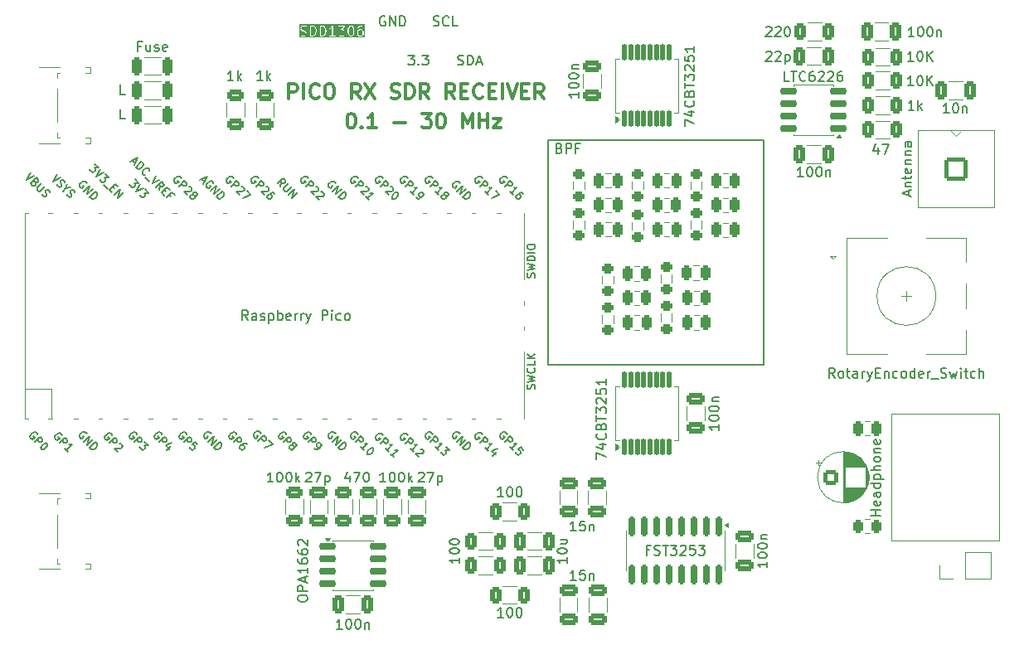
<source format=gbr>
G04 #@! TF.GenerationSoftware,KiCad,Pcbnew,9.0.6*
G04 #@! TF.CreationDate,2025-12-21T12:29:53+08:00*
G04 #@! TF.ProjectId,pico_rx,7069636f-5f72-4782-9e6b-696361645f70,rev?*
G04 #@! TF.SameCoordinates,Original*
G04 #@! TF.FileFunction,Legend,Top*
G04 #@! TF.FilePolarity,Positive*
%FSLAX46Y46*%
G04 Gerber Fmt 4.6, Leading zero omitted, Abs format (unit mm)*
G04 Created by KiCad (PCBNEW 9.0.6) date 2025-12-21 12:29:53*
%MOMM*%
%LPD*%
G01*
G04 APERTURE LIST*
G04 Aperture macros list*
%AMRoundRect*
0 Rectangle with rounded corners*
0 $1 Rounding radius*
0 $2 $3 $4 $5 $6 $7 $8 $9 X,Y pos of 4 corners*
0 Add a 4 corners polygon primitive as box body*
4,1,4,$2,$3,$4,$5,$6,$7,$8,$9,$2,$3,0*
0 Add four circle primitives for the rounded corners*
1,1,$1+$1,$2,$3*
1,1,$1+$1,$4,$5*
1,1,$1+$1,$6,$7*
1,1,$1+$1,$8,$9*
0 Add four rect primitives between the rounded corners*
20,1,$1+$1,$2,$3,$4,$5,0*
20,1,$1+$1,$4,$5,$6,$7,0*
20,1,$1+$1,$6,$7,$8,$9,0*
20,1,$1+$1,$8,$9,$2,$3,0*%
G04 Aperture macros list end*
%ADD10C,0.300000*%
%ADD11C,0.150000*%
%ADD12C,0.100000*%
%ADD13C,0.120000*%
%ADD14RoundRect,0.250000X-0.312500X-0.625000X0.312500X-0.625000X0.312500X0.625000X-0.312500X0.625000X0*%
%ADD15RoundRect,0.250000X-0.275000X-0.700000X0.275000X-0.700000X0.275000X0.700000X-0.275000X0.700000X0*%
%ADD16RoundRect,0.250000X0.350000X-0.275000X0.350000X0.275000X-0.350000X0.275000X-0.350000X-0.275000X0*%
%ADD17RoundRect,0.250000X-0.325000X-0.650000X0.325000X-0.650000X0.325000X0.650000X-0.325000X0.650000X0*%
%ADD18RoundRect,0.250000X0.312500X0.625000X-0.312500X0.625000X-0.312500X-0.625000X0.312500X-0.625000X0*%
%ADD19RoundRect,0.250000X-0.650000X0.325000X-0.650000X-0.325000X0.650000X-0.325000X0.650000X0.325000X0*%
%ADD20RoundRect,0.250000X0.250000X0.475000X-0.250000X0.475000X-0.250000X-0.475000X0.250000X-0.475000X0*%
%ADD21RoundRect,0.250000X0.325000X0.650000X-0.325000X0.650000X-0.325000X-0.650000X0.325000X-0.650000X0*%
%ADD22RoundRect,0.250000X-0.625000X0.312500X-0.625000X-0.312500X0.625000X-0.312500X0.625000X0.312500X0*%
%ADD23C,2.000000*%
%ADD24RoundRect,0.125000X0.125000X-0.762500X0.125000X0.762500X-0.125000X0.762500X-0.125000X-0.762500X0*%
%ADD25R,1.700000X1.700000*%
%ADD26O,1.700000X1.700000*%
%ADD27RoundRect,0.250000X0.650000X-0.325000X0.650000X0.325000X-0.650000X0.325000X-0.650000X-0.325000X0*%
%ADD28RoundRect,0.150000X-0.150000X0.825000X-0.150000X-0.825000X0.150000X-0.825000X0.150000X0.825000X0*%
%ADD29C,6.400000*%
%ADD30C,2.100000*%
%ADD31C,1.750000*%
%ADD32O,1.800000X1.800000*%
%ADD33O,1.500000X1.500000*%
%ADD34R,1.700000X3.500000*%
%ADD35R,3.500000X1.700000*%
%ADD36RoundRect,0.200100X-0.949900X0.949900X-0.949900X-0.949900X0.949900X-0.949900X0.949900X0.949900X0*%
%ADD37C,2.200000*%
%ADD38RoundRect,0.150000X0.725000X0.150000X-0.725000X0.150000X-0.725000X-0.150000X0.725000X-0.150000X0*%
%ADD39RoundRect,0.250000X-0.262500X-0.450000X0.262500X-0.450000X0.262500X0.450000X-0.262500X0.450000X0*%
%ADD40RoundRect,0.250000X-0.550000X-0.550000X0.550000X-0.550000X0.550000X0.550000X-0.550000X0.550000X0*%
%ADD41C,1.600000*%
%ADD42R,2.000000X2.000000*%
%ADD43R,3.200000X2.000000*%
%ADD44C,1.700000*%
%ADD45RoundRect,0.150000X-0.725000X-0.150000X0.725000X-0.150000X0.725000X0.150000X-0.725000X0.150000X0*%
G04 APERTURE END LIST*
D10*
X111840225Y-93300828D02*
X111983082Y-93300828D01*
X111983082Y-93300828D02*
X112125939Y-93372257D01*
X112125939Y-93372257D02*
X112197368Y-93443685D01*
X112197368Y-93443685D02*
X112268796Y-93586542D01*
X112268796Y-93586542D02*
X112340225Y-93872257D01*
X112340225Y-93872257D02*
X112340225Y-94229400D01*
X112340225Y-94229400D02*
X112268796Y-94515114D01*
X112268796Y-94515114D02*
X112197368Y-94657971D01*
X112197368Y-94657971D02*
X112125939Y-94729400D01*
X112125939Y-94729400D02*
X111983082Y-94800828D01*
X111983082Y-94800828D02*
X111840225Y-94800828D01*
X111840225Y-94800828D02*
X111697368Y-94729400D01*
X111697368Y-94729400D02*
X111625939Y-94657971D01*
X111625939Y-94657971D02*
X111554510Y-94515114D01*
X111554510Y-94515114D02*
X111483082Y-94229400D01*
X111483082Y-94229400D02*
X111483082Y-93872257D01*
X111483082Y-93872257D02*
X111554510Y-93586542D01*
X111554510Y-93586542D02*
X111625939Y-93443685D01*
X111625939Y-93443685D02*
X111697368Y-93372257D01*
X111697368Y-93372257D02*
X111840225Y-93300828D01*
X112983081Y-94657971D02*
X113054510Y-94729400D01*
X113054510Y-94729400D02*
X112983081Y-94800828D01*
X112983081Y-94800828D02*
X112911653Y-94729400D01*
X112911653Y-94729400D02*
X112983081Y-94657971D01*
X112983081Y-94657971D02*
X112983081Y-94800828D01*
X114483082Y-94800828D02*
X113625939Y-94800828D01*
X114054510Y-94800828D02*
X114054510Y-93300828D01*
X114054510Y-93300828D02*
X113911653Y-93515114D01*
X113911653Y-93515114D02*
X113768796Y-93657971D01*
X113768796Y-93657971D02*
X113625939Y-93729400D01*
X116268795Y-94229400D02*
X117411653Y-94229400D01*
X119125938Y-93300828D02*
X120054510Y-93300828D01*
X120054510Y-93300828D02*
X119554510Y-93872257D01*
X119554510Y-93872257D02*
X119768795Y-93872257D01*
X119768795Y-93872257D02*
X119911653Y-93943685D01*
X119911653Y-93943685D02*
X119983081Y-94015114D01*
X119983081Y-94015114D02*
X120054510Y-94157971D01*
X120054510Y-94157971D02*
X120054510Y-94515114D01*
X120054510Y-94515114D02*
X119983081Y-94657971D01*
X119983081Y-94657971D02*
X119911653Y-94729400D01*
X119911653Y-94729400D02*
X119768795Y-94800828D01*
X119768795Y-94800828D02*
X119340224Y-94800828D01*
X119340224Y-94800828D02*
X119197367Y-94729400D01*
X119197367Y-94729400D02*
X119125938Y-94657971D01*
X120983081Y-93300828D02*
X121125938Y-93300828D01*
X121125938Y-93300828D02*
X121268795Y-93372257D01*
X121268795Y-93372257D02*
X121340224Y-93443685D01*
X121340224Y-93443685D02*
X121411652Y-93586542D01*
X121411652Y-93586542D02*
X121483081Y-93872257D01*
X121483081Y-93872257D02*
X121483081Y-94229400D01*
X121483081Y-94229400D02*
X121411652Y-94515114D01*
X121411652Y-94515114D02*
X121340224Y-94657971D01*
X121340224Y-94657971D02*
X121268795Y-94729400D01*
X121268795Y-94729400D02*
X121125938Y-94800828D01*
X121125938Y-94800828D02*
X120983081Y-94800828D01*
X120983081Y-94800828D02*
X120840224Y-94729400D01*
X120840224Y-94729400D02*
X120768795Y-94657971D01*
X120768795Y-94657971D02*
X120697366Y-94515114D01*
X120697366Y-94515114D02*
X120625938Y-94229400D01*
X120625938Y-94229400D02*
X120625938Y-93872257D01*
X120625938Y-93872257D02*
X120697366Y-93586542D01*
X120697366Y-93586542D02*
X120768795Y-93443685D01*
X120768795Y-93443685D02*
X120840224Y-93372257D01*
X120840224Y-93372257D02*
X120983081Y-93300828D01*
X123268794Y-94800828D02*
X123268794Y-93300828D01*
X123268794Y-93300828D02*
X123768794Y-94372257D01*
X123768794Y-94372257D02*
X124268794Y-93300828D01*
X124268794Y-93300828D02*
X124268794Y-94800828D01*
X124983080Y-94800828D02*
X124983080Y-93300828D01*
X124983080Y-94015114D02*
X125840223Y-94015114D01*
X125840223Y-94800828D02*
X125840223Y-93300828D01*
X126411652Y-93800828D02*
X127197367Y-93800828D01*
X127197367Y-93800828D02*
X126411652Y-94800828D01*
X126411652Y-94800828D02*
X127197367Y-94800828D01*
X105554510Y-91800828D02*
X105554510Y-90300828D01*
X105554510Y-90300828D02*
X106125939Y-90300828D01*
X106125939Y-90300828D02*
X106268796Y-90372257D01*
X106268796Y-90372257D02*
X106340225Y-90443685D01*
X106340225Y-90443685D02*
X106411653Y-90586542D01*
X106411653Y-90586542D02*
X106411653Y-90800828D01*
X106411653Y-90800828D02*
X106340225Y-90943685D01*
X106340225Y-90943685D02*
X106268796Y-91015114D01*
X106268796Y-91015114D02*
X106125939Y-91086542D01*
X106125939Y-91086542D02*
X105554510Y-91086542D01*
X107054510Y-91800828D02*
X107054510Y-90300828D01*
X108625939Y-91657971D02*
X108554511Y-91729400D01*
X108554511Y-91729400D02*
X108340225Y-91800828D01*
X108340225Y-91800828D02*
X108197368Y-91800828D01*
X108197368Y-91800828D02*
X107983082Y-91729400D01*
X107983082Y-91729400D02*
X107840225Y-91586542D01*
X107840225Y-91586542D02*
X107768796Y-91443685D01*
X107768796Y-91443685D02*
X107697368Y-91157971D01*
X107697368Y-91157971D02*
X107697368Y-90943685D01*
X107697368Y-90943685D02*
X107768796Y-90657971D01*
X107768796Y-90657971D02*
X107840225Y-90515114D01*
X107840225Y-90515114D02*
X107983082Y-90372257D01*
X107983082Y-90372257D02*
X108197368Y-90300828D01*
X108197368Y-90300828D02*
X108340225Y-90300828D01*
X108340225Y-90300828D02*
X108554511Y-90372257D01*
X108554511Y-90372257D02*
X108625939Y-90443685D01*
X109554511Y-90300828D02*
X109840225Y-90300828D01*
X109840225Y-90300828D02*
X109983082Y-90372257D01*
X109983082Y-90372257D02*
X110125939Y-90515114D01*
X110125939Y-90515114D02*
X110197368Y-90800828D01*
X110197368Y-90800828D02*
X110197368Y-91300828D01*
X110197368Y-91300828D02*
X110125939Y-91586542D01*
X110125939Y-91586542D02*
X109983082Y-91729400D01*
X109983082Y-91729400D02*
X109840225Y-91800828D01*
X109840225Y-91800828D02*
X109554511Y-91800828D01*
X109554511Y-91800828D02*
X109411654Y-91729400D01*
X109411654Y-91729400D02*
X109268796Y-91586542D01*
X109268796Y-91586542D02*
X109197368Y-91300828D01*
X109197368Y-91300828D02*
X109197368Y-90800828D01*
X109197368Y-90800828D02*
X109268796Y-90515114D01*
X109268796Y-90515114D02*
X109411654Y-90372257D01*
X109411654Y-90372257D02*
X109554511Y-90300828D01*
X112840225Y-91800828D02*
X112340225Y-91086542D01*
X111983082Y-91800828D02*
X111983082Y-90300828D01*
X111983082Y-90300828D02*
X112554511Y-90300828D01*
X112554511Y-90300828D02*
X112697368Y-90372257D01*
X112697368Y-90372257D02*
X112768797Y-90443685D01*
X112768797Y-90443685D02*
X112840225Y-90586542D01*
X112840225Y-90586542D02*
X112840225Y-90800828D01*
X112840225Y-90800828D02*
X112768797Y-90943685D01*
X112768797Y-90943685D02*
X112697368Y-91015114D01*
X112697368Y-91015114D02*
X112554511Y-91086542D01*
X112554511Y-91086542D02*
X111983082Y-91086542D01*
X113340225Y-90300828D02*
X114340225Y-91800828D01*
X114340225Y-90300828D02*
X113340225Y-91800828D01*
X115983082Y-91729400D02*
X116197368Y-91800828D01*
X116197368Y-91800828D02*
X116554510Y-91800828D01*
X116554510Y-91800828D02*
X116697368Y-91729400D01*
X116697368Y-91729400D02*
X116768796Y-91657971D01*
X116768796Y-91657971D02*
X116840225Y-91515114D01*
X116840225Y-91515114D02*
X116840225Y-91372257D01*
X116840225Y-91372257D02*
X116768796Y-91229400D01*
X116768796Y-91229400D02*
X116697368Y-91157971D01*
X116697368Y-91157971D02*
X116554510Y-91086542D01*
X116554510Y-91086542D02*
X116268796Y-91015114D01*
X116268796Y-91015114D02*
X116125939Y-90943685D01*
X116125939Y-90943685D02*
X116054510Y-90872257D01*
X116054510Y-90872257D02*
X115983082Y-90729400D01*
X115983082Y-90729400D02*
X115983082Y-90586542D01*
X115983082Y-90586542D02*
X116054510Y-90443685D01*
X116054510Y-90443685D02*
X116125939Y-90372257D01*
X116125939Y-90372257D02*
X116268796Y-90300828D01*
X116268796Y-90300828D02*
X116625939Y-90300828D01*
X116625939Y-90300828D02*
X116840225Y-90372257D01*
X117483081Y-91800828D02*
X117483081Y-90300828D01*
X117483081Y-90300828D02*
X117840224Y-90300828D01*
X117840224Y-90300828D02*
X118054510Y-90372257D01*
X118054510Y-90372257D02*
X118197367Y-90515114D01*
X118197367Y-90515114D02*
X118268796Y-90657971D01*
X118268796Y-90657971D02*
X118340224Y-90943685D01*
X118340224Y-90943685D02*
X118340224Y-91157971D01*
X118340224Y-91157971D02*
X118268796Y-91443685D01*
X118268796Y-91443685D02*
X118197367Y-91586542D01*
X118197367Y-91586542D02*
X118054510Y-91729400D01*
X118054510Y-91729400D02*
X117840224Y-91800828D01*
X117840224Y-91800828D02*
X117483081Y-91800828D01*
X119840224Y-91800828D02*
X119340224Y-91086542D01*
X118983081Y-91800828D02*
X118983081Y-90300828D01*
X118983081Y-90300828D02*
X119554510Y-90300828D01*
X119554510Y-90300828D02*
X119697367Y-90372257D01*
X119697367Y-90372257D02*
X119768796Y-90443685D01*
X119768796Y-90443685D02*
X119840224Y-90586542D01*
X119840224Y-90586542D02*
X119840224Y-90800828D01*
X119840224Y-90800828D02*
X119768796Y-90943685D01*
X119768796Y-90943685D02*
X119697367Y-91015114D01*
X119697367Y-91015114D02*
X119554510Y-91086542D01*
X119554510Y-91086542D02*
X118983081Y-91086542D01*
X122483081Y-91800828D02*
X121983081Y-91086542D01*
X121625938Y-91800828D02*
X121625938Y-90300828D01*
X121625938Y-90300828D02*
X122197367Y-90300828D01*
X122197367Y-90300828D02*
X122340224Y-90372257D01*
X122340224Y-90372257D02*
X122411653Y-90443685D01*
X122411653Y-90443685D02*
X122483081Y-90586542D01*
X122483081Y-90586542D02*
X122483081Y-90800828D01*
X122483081Y-90800828D02*
X122411653Y-90943685D01*
X122411653Y-90943685D02*
X122340224Y-91015114D01*
X122340224Y-91015114D02*
X122197367Y-91086542D01*
X122197367Y-91086542D02*
X121625938Y-91086542D01*
X123125938Y-91015114D02*
X123625938Y-91015114D01*
X123840224Y-91800828D02*
X123125938Y-91800828D01*
X123125938Y-91800828D02*
X123125938Y-90300828D01*
X123125938Y-90300828D02*
X123840224Y-90300828D01*
X125340224Y-91657971D02*
X125268796Y-91729400D01*
X125268796Y-91729400D02*
X125054510Y-91800828D01*
X125054510Y-91800828D02*
X124911653Y-91800828D01*
X124911653Y-91800828D02*
X124697367Y-91729400D01*
X124697367Y-91729400D02*
X124554510Y-91586542D01*
X124554510Y-91586542D02*
X124483081Y-91443685D01*
X124483081Y-91443685D02*
X124411653Y-91157971D01*
X124411653Y-91157971D02*
X124411653Y-90943685D01*
X124411653Y-90943685D02*
X124483081Y-90657971D01*
X124483081Y-90657971D02*
X124554510Y-90515114D01*
X124554510Y-90515114D02*
X124697367Y-90372257D01*
X124697367Y-90372257D02*
X124911653Y-90300828D01*
X124911653Y-90300828D02*
X125054510Y-90300828D01*
X125054510Y-90300828D02*
X125268796Y-90372257D01*
X125268796Y-90372257D02*
X125340224Y-90443685D01*
X125983081Y-91015114D02*
X126483081Y-91015114D01*
X126697367Y-91800828D02*
X125983081Y-91800828D01*
X125983081Y-91800828D02*
X125983081Y-90300828D01*
X125983081Y-90300828D02*
X126697367Y-90300828D01*
X127340224Y-91800828D02*
X127340224Y-90300828D01*
X127840225Y-90300828D02*
X128340225Y-91800828D01*
X128340225Y-91800828D02*
X128840225Y-90300828D01*
X129340224Y-91015114D02*
X129840224Y-91015114D01*
X130054510Y-91800828D02*
X129340224Y-91800828D01*
X129340224Y-91800828D02*
X129340224Y-90300828D01*
X129340224Y-90300828D02*
X130054510Y-90300828D01*
X131554510Y-91800828D02*
X131054510Y-91086542D01*
X130697367Y-91800828D02*
X130697367Y-90300828D01*
X130697367Y-90300828D02*
X131268796Y-90300828D01*
X131268796Y-90300828D02*
X131411653Y-90372257D01*
X131411653Y-90372257D02*
X131483082Y-90443685D01*
X131483082Y-90443685D02*
X131554510Y-90586542D01*
X131554510Y-90586542D02*
X131554510Y-90800828D01*
X131554510Y-90800828D02*
X131483082Y-90943685D01*
X131483082Y-90943685D02*
X131411653Y-91015114D01*
X131411653Y-91015114D02*
X131268796Y-91086542D01*
X131268796Y-91086542D02*
X130697367Y-91086542D01*
D11*
X122789160Y-88322200D02*
X122932017Y-88369819D01*
X122932017Y-88369819D02*
X123170112Y-88369819D01*
X123170112Y-88369819D02*
X123265350Y-88322200D01*
X123265350Y-88322200D02*
X123312969Y-88274580D01*
X123312969Y-88274580D02*
X123360588Y-88179342D01*
X123360588Y-88179342D02*
X123360588Y-88084104D01*
X123360588Y-88084104D02*
X123312969Y-87988866D01*
X123312969Y-87988866D02*
X123265350Y-87941247D01*
X123265350Y-87941247D02*
X123170112Y-87893628D01*
X123170112Y-87893628D02*
X122979636Y-87846009D01*
X122979636Y-87846009D02*
X122884398Y-87798390D01*
X122884398Y-87798390D02*
X122836779Y-87750771D01*
X122836779Y-87750771D02*
X122789160Y-87655533D01*
X122789160Y-87655533D02*
X122789160Y-87560295D01*
X122789160Y-87560295D02*
X122836779Y-87465057D01*
X122836779Y-87465057D02*
X122884398Y-87417438D01*
X122884398Y-87417438D02*
X122979636Y-87369819D01*
X122979636Y-87369819D02*
X123217731Y-87369819D01*
X123217731Y-87369819D02*
X123360588Y-87417438D01*
X123789160Y-88369819D02*
X123789160Y-87369819D01*
X123789160Y-87369819D02*
X124027255Y-87369819D01*
X124027255Y-87369819D02*
X124170112Y-87417438D01*
X124170112Y-87417438D02*
X124265350Y-87512676D01*
X124265350Y-87512676D02*
X124312969Y-87607914D01*
X124312969Y-87607914D02*
X124360588Y-87798390D01*
X124360588Y-87798390D02*
X124360588Y-87941247D01*
X124360588Y-87941247D02*
X124312969Y-88131723D01*
X124312969Y-88131723D02*
X124265350Y-88226961D01*
X124265350Y-88226961D02*
X124170112Y-88322200D01*
X124170112Y-88322200D02*
X124027255Y-88369819D01*
X124027255Y-88369819D02*
X123789160Y-88369819D01*
X124741541Y-88084104D02*
X125217731Y-88084104D01*
X124646303Y-88369819D02*
X124979636Y-87369819D01*
X124979636Y-87369819D02*
X125312969Y-88369819D01*
X120289160Y-84322200D02*
X120432017Y-84369819D01*
X120432017Y-84369819D02*
X120670112Y-84369819D01*
X120670112Y-84369819D02*
X120765350Y-84322200D01*
X120765350Y-84322200D02*
X120812969Y-84274580D01*
X120812969Y-84274580D02*
X120860588Y-84179342D01*
X120860588Y-84179342D02*
X120860588Y-84084104D01*
X120860588Y-84084104D02*
X120812969Y-83988866D01*
X120812969Y-83988866D02*
X120765350Y-83941247D01*
X120765350Y-83941247D02*
X120670112Y-83893628D01*
X120670112Y-83893628D02*
X120479636Y-83846009D01*
X120479636Y-83846009D02*
X120384398Y-83798390D01*
X120384398Y-83798390D02*
X120336779Y-83750771D01*
X120336779Y-83750771D02*
X120289160Y-83655533D01*
X120289160Y-83655533D02*
X120289160Y-83560295D01*
X120289160Y-83560295D02*
X120336779Y-83465057D01*
X120336779Y-83465057D02*
X120384398Y-83417438D01*
X120384398Y-83417438D02*
X120479636Y-83369819D01*
X120479636Y-83369819D02*
X120717731Y-83369819D01*
X120717731Y-83369819D02*
X120860588Y-83417438D01*
X121860588Y-84274580D02*
X121812969Y-84322200D01*
X121812969Y-84322200D02*
X121670112Y-84369819D01*
X121670112Y-84369819D02*
X121574874Y-84369819D01*
X121574874Y-84369819D02*
X121432017Y-84322200D01*
X121432017Y-84322200D02*
X121336779Y-84226961D01*
X121336779Y-84226961D02*
X121289160Y-84131723D01*
X121289160Y-84131723D02*
X121241541Y-83941247D01*
X121241541Y-83941247D02*
X121241541Y-83798390D01*
X121241541Y-83798390D02*
X121289160Y-83607914D01*
X121289160Y-83607914D02*
X121336779Y-83512676D01*
X121336779Y-83512676D02*
X121432017Y-83417438D01*
X121432017Y-83417438D02*
X121574874Y-83369819D01*
X121574874Y-83369819D02*
X121670112Y-83369819D01*
X121670112Y-83369819D02*
X121812969Y-83417438D01*
X121812969Y-83417438D02*
X121860588Y-83465057D01*
X122765350Y-84369819D02*
X122289160Y-84369819D01*
X122289160Y-84369819D02*
X122289160Y-83369819D01*
X117741541Y-87369819D02*
X118360588Y-87369819D01*
X118360588Y-87369819D02*
X118027255Y-87750771D01*
X118027255Y-87750771D02*
X118170112Y-87750771D01*
X118170112Y-87750771D02*
X118265350Y-87798390D01*
X118265350Y-87798390D02*
X118312969Y-87846009D01*
X118312969Y-87846009D02*
X118360588Y-87941247D01*
X118360588Y-87941247D02*
X118360588Y-88179342D01*
X118360588Y-88179342D02*
X118312969Y-88274580D01*
X118312969Y-88274580D02*
X118265350Y-88322200D01*
X118265350Y-88322200D02*
X118170112Y-88369819D01*
X118170112Y-88369819D02*
X117884398Y-88369819D01*
X117884398Y-88369819D02*
X117789160Y-88322200D01*
X117789160Y-88322200D02*
X117741541Y-88274580D01*
X118789160Y-88274580D02*
X118836779Y-88322200D01*
X118836779Y-88322200D02*
X118789160Y-88369819D01*
X118789160Y-88369819D02*
X118741541Y-88322200D01*
X118741541Y-88322200D02*
X118789160Y-88274580D01*
X118789160Y-88274580D02*
X118789160Y-88369819D01*
X119170112Y-87369819D02*
X119789159Y-87369819D01*
X119789159Y-87369819D02*
X119455826Y-87750771D01*
X119455826Y-87750771D02*
X119598683Y-87750771D01*
X119598683Y-87750771D02*
X119693921Y-87798390D01*
X119693921Y-87798390D02*
X119741540Y-87846009D01*
X119741540Y-87846009D02*
X119789159Y-87941247D01*
X119789159Y-87941247D02*
X119789159Y-88179342D01*
X119789159Y-88179342D02*
X119741540Y-88274580D01*
X119741540Y-88274580D02*
X119693921Y-88322200D01*
X119693921Y-88322200D02*
X119598683Y-88369819D01*
X119598683Y-88369819D02*
X119312969Y-88369819D01*
X119312969Y-88369819D02*
X119217731Y-88322200D01*
X119217731Y-88322200D02*
X119170112Y-88274580D01*
X115360588Y-83417438D02*
X115265350Y-83369819D01*
X115265350Y-83369819D02*
X115122493Y-83369819D01*
X115122493Y-83369819D02*
X114979636Y-83417438D01*
X114979636Y-83417438D02*
X114884398Y-83512676D01*
X114884398Y-83512676D02*
X114836779Y-83607914D01*
X114836779Y-83607914D02*
X114789160Y-83798390D01*
X114789160Y-83798390D02*
X114789160Y-83941247D01*
X114789160Y-83941247D02*
X114836779Y-84131723D01*
X114836779Y-84131723D02*
X114884398Y-84226961D01*
X114884398Y-84226961D02*
X114979636Y-84322200D01*
X114979636Y-84322200D02*
X115122493Y-84369819D01*
X115122493Y-84369819D02*
X115217731Y-84369819D01*
X115217731Y-84369819D02*
X115360588Y-84322200D01*
X115360588Y-84322200D02*
X115408207Y-84274580D01*
X115408207Y-84274580D02*
X115408207Y-83941247D01*
X115408207Y-83941247D02*
X115217731Y-83941247D01*
X115836779Y-84369819D02*
X115836779Y-83369819D01*
X115836779Y-83369819D02*
X116408207Y-84369819D01*
X116408207Y-84369819D02*
X116408207Y-83369819D01*
X116884398Y-84369819D02*
X116884398Y-83369819D01*
X116884398Y-83369819D02*
X117122493Y-83369819D01*
X117122493Y-83369819D02*
X117265350Y-83417438D01*
X117265350Y-83417438D02*
X117360588Y-83512676D01*
X117360588Y-83512676D02*
X117408207Y-83607914D01*
X117408207Y-83607914D02*
X117455826Y-83798390D01*
X117455826Y-83798390D02*
X117455826Y-83941247D01*
X117455826Y-83941247D02*
X117408207Y-84131723D01*
X117408207Y-84131723D02*
X117360588Y-84226961D01*
X117360588Y-84226961D02*
X117265350Y-84322200D01*
X117265350Y-84322200D02*
X117122493Y-84369819D01*
X117122493Y-84369819D02*
X116884398Y-84369819D01*
X88812969Y-93869819D02*
X88336779Y-93869819D01*
X88336779Y-93869819D02*
X88336779Y-92869819D01*
X88812969Y-91369819D02*
X88336779Y-91369819D01*
X88336779Y-91369819D02*
X88336779Y-90369819D01*
X133170112Y-96846009D02*
X133312969Y-96893628D01*
X133312969Y-96893628D02*
X133360588Y-96941247D01*
X133360588Y-96941247D02*
X133408207Y-97036485D01*
X133408207Y-97036485D02*
X133408207Y-97179342D01*
X133408207Y-97179342D02*
X133360588Y-97274580D01*
X133360588Y-97274580D02*
X133312969Y-97322200D01*
X133312969Y-97322200D02*
X133217731Y-97369819D01*
X133217731Y-97369819D02*
X132836779Y-97369819D01*
X132836779Y-97369819D02*
X132836779Y-96369819D01*
X132836779Y-96369819D02*
X133170112Y-96369819D01*
X133170112Y-96369819D02*
X133265350Y-96417438D01*
X133265350Y-96417438D02*
X133312969Y-96465057D01*
X133312969Y-96465057D02*
X133360588Y-96560295D01*
X133360588Y-96560295D02*
X133360588Y-96655533D01*
X133360588Y-96655533D02*
X133312969Y-96750771D01*
X133312969Y-96750771D02*
X133265350Y-96798390D01*
X133265350Y-96798390D02*
X133170112Y-96846009D01*
X133170112Y-96846009D02*
X132836779Y-96846009D01*
X133836779Y-97369819D02*
X133836779Y-96369819D01*
X133836779Y-96369819D02*
X134217731Y-96369819D01*
X134217731Y-96369819D02*
X134312969Y-96417438D01*
X134312969Y-96417438D02*
X134360588Y-96465057D01*
X134360588Y-96465057D02*
X134408207Y-96560295D01*
X134408207Y-96560295D02*
X134408207Y-96703152D01*
X134408207Y-96703152D02*
X134360588Y-96798390D01*
X134360588Y-96798390D02*
X134312969Y-96846009D01*
X134312969Y-96846009D02*
X134217731Y-96893628D01*
X134217731Y-96893628D02*
X133836779Y-96893628D01*
X135170112Y-96846009D02*
X134836779Y-96846009D01*
X134836779Y-97369819D02*
X134836779Y-96369819D01*
X134836779Y-96369819D02*
X135312969Y-96369819D01*
X132000000Y-96000000D02*
X154000000Y-96000000D01*
X154000000Y-119000000D01*
X132000000Y-119000000D01*
X132000000Y-96000000D01*
X122954819Y-138666666D02*
X122954819Y-139238094D01*
X122954819Y-138952380D02*
X121954819Y-138952380D01*
X121954819Y-138952380D02*
X122097676Y-139047618D01*
X122097676Y-139047618D02*
X122192914Y-139142856D01*
X122192914Y-139142856D02*
X122240533Y-139238094D01*
X121954819Y-138047618D02*
X121954819Y-137952380D01*
X121954819Y-137952380D02*
X122002438Y-137857142D01*
X122002438Y-137857142D02*
X122050057Y-137809523D01*
X122050057Y-137809523D02*
X122145295Y-137761904D01*
X122145295Y-137761904D02*
X122335771Y-137714285D01*
X122335771Y-137714285D02*
X122573866Y-137714285D01*
X122573866Y-137714285D02*
X122764342Y-137761904D01*
X122764342Y-137761904D02*
X122859580Y-137809523D01*
X122859580Y-137809523D02*
X122907200Y-137857142D01*
X122907200Y-137857142D02*
X122954819Y-137952380D01*
X122954819Y-137952380D02*
X122954819Y-138047618D01*
X122954819Y-138047618D02*
X122907200Y-138142856D01*
X122907200Y-138142856D02*
X122859580Y-138190475D01*
X122859580Y-138190475D02*
X122764342Y-138238094D01*
X122764342Y-138238094D02*
X122573866Y-138285713D01*
X122573866Y-138285713D02*
X122335771Y-138285713D01*
X122335771Y-138285713D02*
X122145295Y-138238094D01*
X122145295Y-138238094D02*
X122050057Y-138190475D01*
X122050057Y-138190475D02*
X122002438Y-138142856D01*
X122002438Y-138142856D02*
X121954819Y-138047618D01*
X121954819Y-137095237D02*
X121954819Y-136999999D01*
X121954819Y-136999999D02*
X122002438Y-136904761D01*
X122002438Y-136904761D02*
X122050057Y-136857142D01*
X122050057Y-136857142D02*
X122145295Y-136809523D01*
X122145295Y-136809523D02*
X122335771Y-136761904D01*
X122335771Y-136761904D02*
X122573866Y-136761904D01*
X122573866Y-136761904D02*
X122764342Y-136809523D01*
X122764342Y-136809523D02*
X122859580Y-136857142D01*
X122859580Y-136857142D02*
X122907200Y-136904761D01*
X122907200Y-136904761D02*
X122954819Y-136999999D01*
X122954819Y-136999999D02*
X122954819Y-137095237D01*
X122954819Y-137095237D02*
X122907200Y-137190475D01*
X122907200Y-137190475D02*
X122859580Y-137238094D01*
X122859580Y-137238094D02*
X122764342Y-137285713D01*
X122764342Y-137285713D02*
X122573866Y-137333332D01*
X122573866Y-137333332D02*
X122335771Y-137333332D01*
X122335771Y-137333332D02*
X122145295Y-137285713D01*
X122145295Y-137285713D02*
X122050057Y-137238094D01*
X122050057Y-137238094D02*
X122002438Y-137190475D01*
X122002438Y-137190475D02*
X121954819Y-137095237D01*
X90457142Y-86431009D02*
X90123809Y-86431009D01*
X90123809Y-86954819D02*
X90123809Y-85954819D01*
X90123809Y-85954819D02*
X90599999Y-85954819D01*
X91409523Y-86288152D02*
X91409523Y-86954819D01*
X90980952Y-86288152D02*
X90980952Y-86811961D01*
X90980952Y-86811961D02*
X91028571Y-86907200D01*
X91028571Y-86907200D02*
X91123809Y-86954819D01*
X91123809Y-86954819D02*
X91266666Y-86954819D01*
X91266666Y-86954819D02*
X91361904Y-86907200D01*
X91361904Y-86907200D02*
X91409523Y-86859580D01*
X91838095Y-86907200D02*
X91933333Y-86954819D01*
X91933333Y-86954819D02*
X92123809Y-86954819D01*
X92123809Y-86954819D02*
X92219047Y-86907200D01*
X92219047Y-86907200D02*
X92266666Y-86811961D01*
X92266666Y-86811961D02*
X92266666Y-86764342D01*
X92266666Y-86764342D02*
X92219047Y-86669104D01*
X92219047Y-86669104D02*
X92123809Y-86621485D01*
X92123809Y-86621485D02*
X91980952Y-86621485D01*
X91980952Y-86621485D02*
X91885714Y-86573866D01*
X91885714Y-86573866D02*
X91838095Y-86478628D01*
X91838095Y-86478628D02*
X91838095Y-86431009D01*
X91838095Y-86431009D02*
X91885714Y-86335771D01*
X91885714Y-86335771D02*
X91980952Y-86288152D01*
X91980952Y-86288152D02*
X92123809Y-86288152D01*
X92123809Y-86288152D02*
X92219047Y-86335771D01*
X93076190Y-86907200D02*
X92980952Y-86954819D01*
X92980952Y-86954819D02*
X92790476Y-86954819D01*
X92790476Y-86954819D02*
X92695238Y-86907200D01*
X92695238Y-86907200D02*
X92647619Y-86811961D01*
X92647619Y-86811961D02*
X92647619Y-86431009D01*
X92647619Y-86431009D02*
X92695238Y-86335771D01*
X92695238Y-86335771D02*
X92790476Y-86288152D01*
X92790476Y-86288152D02*
X92980952Y-86288152D01*
X92980952Y-86288152D02*
X93076190Y-86335771D01*
X93076190Y-86335771D02*
X93123809Y-86431009D01*
X93123809Y-86431009D02*
X93123809Y-86526247D01*
X93123809Y-86526247D02*
X92647619Y-86621485D01*
X165714285Y-96788152D02*
X165714285Y-97454819D01*
X165476190Y-96407200D02*
X165238095Y-97121485D01*
X165238095Y-97121485D02*
X165857142Y-97121485D01*
X166142857Y-96454819D02*
X166809523Y-96454819D01*
X166809523Y-96454819D02*
X166380952Y-97454819D01*
X135104819Y-91119047D02*
X135104819Y-91690475D01*
X135104819Y-91404761D02*
X134104819Y-91404761D01*
X134104819Y-91404761D02*
X134247676Y-91499999D01*
X134247676Y-91499999D02*
X134342914Y-91595237D01*
X134342914Y-91595237D02*
X134390533Y-91690475D01*
X134104819Y-90499999D02*
X134104819Y-90404761D01*
X134104819Y-90404761D02*
X134152438Y-90309523D01*
X134152438Y-90309523D02*
X134200057Y-90261904D01*
X134200057Y-90261904D02*
X134295295Y-90214285D01*
X134295295Y-90214285D02*
X134485771Y-90166666D01*
X134485771Y-90166666D02*
X134723866Y-90166666D01*
X134723866Y-90166666D02*
X134914342Y-90214285D01*
X134914342Y-90214285D02*
X135009580Y-90261904D01*
X135009580Y-90261904D02*
X135057200Y-90309523D01*
X135057200Y-90309523D02*
X135104819Y-90404761D01*
X135104819Y-90404761D02*
X135104819Y-90499999D01*
X135104819Y-90499999D02*
X135057200Y-90595237D01*
X135057200Y-90595237D02*
X135009580Y-90642856D01*
X135009580Y-90642856D02*
X134914342Y-90690475D01*
X134914342Y-90690475D02*
X134723866Y-90738094D01*
X134723866Y-90738094D02*
X134485771Y-90738094D01*
X134485771Y-90738094D02*
X134295295Y-90690475D01*
X134295295Y-90690475D02*
X134200057Y-90642856D01*
X134200057Y-90642856D02*
X134152438Y-90595237D01*
X134152438Y-90595237D02*
X134104819Y-90499999D01*
X134104819Y-89547618D02*
X134104819Y-89452380D01*
X134104819Y-89452380D02*
X134152438Y-89357142D01*
X134152438Y-89357142D02*
X134200057Y-89309523D01*
X134200057Y-89309523D02*
X134295295Y-89261904D01*
X134295295Y-89261904D02*
X134485771Y-89214285D01*
X134485771Y-89214285D02*
X134723866Y-89214285D01*
X134723866Y-89214285D02*
X134914342Y-89261904D01*
X134914342Y-89261904D02*
X135009580Y-89309523D01*
X135009580Y-89309523D02*
X135057200Y-89357142D01*
X135057200Y-89357142D02*
X135104819Y-89452380D01*
X135104819Y-89452380D02*
X135104819Y-89547618D01*
X135104819Y-89547618D02*
X135057200Y-89642856D01*
X135057200Y-89642856D02*
X135009580Y-89690475D01*
X135009580Y-89690475D02*
X134914342Y-89738094D01*
X134914342Y-89738094D02*
X134723866Y-89785713D01*
X134723866Y-89785713D02*
X134485771Y-89785713D01*
X134485771Y-89785713D02*
X134295295Y-89738094D01*
X134295295Y-89738094D02*
X134200057Y-89690475D01*
X134200057Y-89690475D02*
X134152438Y-89642856D01*
X134152438Y-89642856D02*
X134104819Y-89547618D01*
X134438152Y-88785713D02*
X135104819Y-88785713D01*
X134533390Y-88785713D02*
X134485771Y-88738094D01*
X134485771Y-88738094D02*
X134438152Y-88642856D01*
X134438152Y-88642856D02*
X134438152Y-88499999D01*
X134438152Y-88499999D02*
X134485771Y-88404761D01*
X134485771Y-88404761D02*
X134581009Y-88357142D01*
X134581009Y-88357142D02*
X135104819Y-88357142D01*
X154285714Y-87050057D02*
X154333333Y-87002438D01*
X154333333Y-87002438D02*
X154428571Y-86954819D01*
X154428571Y-86954819D02*
X154666666Y-86954819D01*
X154666666Y-86954819D02*
X154761904Y-87002438D01*
X154761904Y-87002438D02*
X154809523Y-87050057D01*
X154809523Y-87050057D02*
X154857142Y-87145295D01*
X154857142Y-87145295D02*
X154857142Y-87240533D01*
X154857142Y-87240533D02*
X154809523Y-87383390D01*
X154809523Y-87383390D02*
X154238095Y-87954819D01*
X154238095Y-87954819D02*
X154857142Y-87954819D01*
X155238095Y-87050057D02*
X155285714Y-87002438D01*
X155285714Y-87002438D02*
X155380952Y-86954819D01*
X155380952Y-86954819D02*
X155619047Y-86954819D01*
X155619047Y-86954819D02*
X155714285Y-87002438D01*
X155714285Y-87002438D02*
X155761904Y-87050057D01*
X155761904Y-87050057D02*
X155809523Y-87145295D01*
X155809523Y-87145295D02*
X155809523Y-87240533D01*
X155809523Y-87240533D02*
X155761904Y-87383390D01*
X155761904Y-87383390D02*
X155190476Y-87954819D01*
X155190476Y-87954819D02*
X155809523Y-87954819D01*
X156238095Y-87288152D02*
X156238095Y-88288152D01*
X156238095Y-87335771D02*
X156333333Y-87288152D01*
X156333333Y-87288152D02*
X156523809Y-87288152D01*
X156523809Y-87288152D02*
X156619047Y-87335771D01*
X156619047Y-87335771D02*
X156666666Y-87383390D01*
X156666666Y-87383390D02*
X156714285Y-87478628D01*
X156714285Y-87478628D02*
X156714285Y-87764342D01*
X156714285Y-87764342D02*
X156666666Y-87859580D01*
X156666666Y-87859580D02*
X156619047Y-87907200D01*
X156619047Y-87907200D02*
X156523809Y-87954819D01*
X156523809Y-87954819D02*
X156333333Y-87954819D01*
X156333333Y-87954819D02*
X156238095Y-87907200D01*
X99880952Y-89954819D02*
X99309524Y-89954819D01*
X99595238Y-89954819D02*
X99595238Y-88954819D01*
X99595238Y-88954819D02*
X99500000Y-89097676D01*
X99500000Y-89097676D02*
X99404762Y-89192914D01*
X99404762Y-89192914D02*
X99309524Y-89240533D01*
X100309524Y-89954819D02*
X100309524Y-88954819D01*
X100404762Y-89573866D02*
X100690476Y-89954819D01*
X100690476Y-89288152D02*
X100309524Y-89669104D01*
X165954819Y-134357142D02*
X164954819Y-134357142D01*
X165431009Y-134357142D02*
X165431009Y-133785714D01*
X165954819Y-133785714D02*
X164954819Y-133785714D01*
X165907200Y-132928571D02*
X165954819Y-133023809D01*
X165954819Y-133023809D02*
X165954819Y-133214285D01*
X165954819Y-133214285D02*
X165907200Y-133309523D01*
X165907200Y-133309523D02*
X165811961Y-133357142D01*
X165811961Y-133357142D02*
X165431009Y-133357142D01*
X165431009Y-133357142D02*
X165335771Y-133309523D01*
X165335771Y-133309523D02*
X165288152Y-133214285D01*
X165288152Y-133214285D02*
X165288152Y-133023809D01*
X165288152Y-133023809D02*
X165335771Y-132928571D01*
X165335771Y-132928571D02*
X165431009Y-132880952D01*
X165431009Y-132880952D02*
X165526247Y-132880952D01*
X165526247Y-132880952D02*
X165621485Y-133357142D01*
X165954819Y-132023809D02*
X165431009Y-132023809D01*
X165431009Y-132023809D02*
X165335771Y-132071428D01*
X165335771Y-132071428D02*
X165288152Y-132166666D01*
X165288152Y-132166666D02*
X165288152Y-132357142D01*
X165288152Y-132357142D02*
X165335771Y-132452380D01*
X165907200Y-132023809D02*
X165954819Y-132119047D01*
X165954819Y-132119047D02*
X165954819Y-132357142D01*
X165954819Y-132357142D02*
X165907200Y-132452380D01*
X165907200Y-132452380D02*
X165811961Y-132499999D01*
X165811961Y-132499999D02*
X165716723Y-132499999D01*
X165716723Y-132499999D02*
X165621485Y-132452380D01*
X165621485Y-132452380D02*
X165573866Y-132357142D01*
X165573866Y-132357142D02*
X165573866Y-132119047D01*
X165573866Y-132119047D02*
X165526247Y-132023809D01*
X165954819Y-131119047D02*
X164954819Y-131119047D01*
X165907200Y-131119047D02*
X165954819Y-131214285D01*
X165954819Y-131214285D02*
X165954819Y-131404761D01*
X165954819Y-131404761D02*
X165907200Y-131499999D01*
X165907200Y-131499999D02*
X165859580Y-131547618D01*
X165859580Y-131547618D02*
X165764342Y-131595237D01*
X165764342Y-131595237D02*
X165478628Y-131595237D01*
X165478628Y-131595237D02*
X165383390Y-131547618D01*
X165383390Y-131547618D02*
X165335771Y-131499999D01*
X165335771Y-131499999D02*
X165288152Y-131404761D01*
X165288152Y-131404761D02*
X165288152Y-131214285D01*
X165288152Y-131214285D02*
X165335771Y-131119047D01*
X165288152Y-130642856D02*
X166288152Y-130642856D01*
X165335771Y-130642856D02*
X165288152Y-130547618D01*
X165288152Y-130547618D02*
X165288152Y-130357142D01*
X165288152Y-130357142D02*
X165335771Y-130261904D01*
X165335771Y-130261904D02*
X165383390Y-130214285D01*
X165383390Y-130214285D02*
X165478628Y-130166666D01*
X165478628Y-130166666D02*
X165764342Y-130166666D01*
X165764342Y-130166666D02*
X165859580Y-130214285D01*
X165859580Y-130214285D02*
X165907200Y-130261904D01*
X165907200Y-130261904D02*
X165954819Y-130357142D01*
X165954819Y-130357142D02*
X165954819Y-130547618D01*
X165954819Y-130547618D02*
X165907200Y-130642856D01*
X165954819Y-129738094D02*
X164954819Y-129738094D01*
X165954819Y-129309523D02*
X165431009Y-129309523D01*
X165431009Y-129309523D02*
X165335771Y-129357142D01*
X165335771Y-129357142D02*
X165288152Y-129452380D01*
X165288152Y-129452380D02*
X165288152Y-129595237D01*
X165288152Y-129595237D02*
X165335771Y-129690475D01*
X165335771Y-129690475D02*
X165383390Y-129738094D01*
X165954819Y-128690475D02*
X165907200Y-128785713D01*
X165907200Y-128785713D02*
X165859580Y-128833332D01*
X165859580Y-128833332D02*
X165764342Y-128880951D01*
X165764342Y-128880951D02*
X165478628Y-128880951D01*
X165478628Y-128880951D02*
X165383390Y-128833332D01*
X165383390Y-128833332D02*
X165335771Y-128785713D01*
X165335771Y-128785713D02*
X165288152Y-128690475D01*
X165288152Y-128690475D02*
X165288152Y-128547618D01*
X165288152Y-128547618D02*
X165335771Y-128452380D01*
X165335771Y-128452380D02*
X165383390Y-128404761D01*
X165383390Y-128404761D02*
X165478628Y-128357142D01*
X165478628Y-128357142D02*
X165764342Y-128357142D01*
X165764342Y-128357142D02*
X165859580Y-128404761D01*
X165859580Y-128404761D02*
X165907200Y-128452380D01*
X165907200Y-128452380D02*
X165954819Y-128547618D01*
X165954819Y-128547618D02*
X165954819Y-128690475D01*
X165288152Y-127928570D02*
X165954819Y-127928570D01*
X165383390Y-127928570D02*
X165335771Y-127880951D01*
X165335771Y-127880951D02*
X165288152Y-127785713D01*
X165288152Y-127785713D02*
X165288152Y-127642856D01*
X165288152Y-127642856D02*
X165335771Y-127547618D01*
X165335771Y-127547618D02*
X165431009Y-127499999D01*
X165431009Y-127499999D02*
X165954819Y-127499999D01*
X165907200Y-126642856D02*
X165954819Y-126738094D01*
X165954819Y-126738094D02*
X165954819Y-126928570D01*
X165954819Y-126928570D02*
X165907200Y-127023808D01*
X165907200Y-127023808D02*
X165811961Y-127071427D01*
X165811961Y-127071427D02*
X165431009Y-127071427D01*
X165431009Y-127071427D02*
X165335771Y-127023808D01*
X165335771Y-127023808D02*
X165288152Y-126928570D01*
X165288152Y-126928570D02*
X165288152Y-126738094D01*
X165288152Y-126738094D02*
X165335771Y-126642856D01*
X165335771Y-126642856D02*
X165431009Y-126595237D01*
X165431009Y-126595237D02*
X165526247Y-126595237D01*
X165526247Y-126595237D02*
X165621485Y-127071427D01*
X145954819Y-94595237D02*
X145954819Y-93928571D01*
X145954819Y-93928571D02*
X146954819Y-94357142D01*
X146288152Y-93119047D02*
X146954819Y-93119047D01*
X145907200Y-93357142D02*
X146621485Y-93595237D01*
X146621485Y-93595237D02*
X146621485Y-92976190D01*
X146859580Y-92023809D02*
X146907200Y-92071428D01*
X146907200Y-92071428D02*
X146954819Y-92214285D01*
X146954819Y-92214285D02*
X146954819Y-92309523D01*
X146954819Y-92309523D02*
X146907200Y-92452380D01*
X146907200Y-92452380D02*
X146811961Y-92547618D01*
X146811961Y-92547618D02*
X146716723Y-92595237D01*
X146716723Y-92595237D02*
X146526247Y-92642856D01*
X146526247Y-92642856D02*
X146383390Y-92642856D01*
X146383390Y-92642856D02*
X146192914Y-92595237D01*
X146192914Y-92595237D02*
X146097676Y-92547618D01*
X146097676Y-92547618D02*
X146002438Y-92452380D01*
X146002438Y-92452380D02*
X145954819Y-92309523D01*
X145954819Y-92309523D02*
X145954819Y-92214285D01*
X145954819Y-92214285D02*
X146002438Y-92071428D01*
X146002438Y-92071428D02*
X146050057Y-92023809D01*
X146431009Y-91261904D02*
X146478628Y-91119047D01*
X146478628Y-91119047D02*
X146526247Y-91071428D01*
X146526247Y-91071428D02*
X146621485Y-91023809D01*
X146621485Y-91023809D02*
X146764342Y-91023809D01*
X146764342Y-91023809D02*
X146859580Y-91071428D01*
X146859580Y-91071428D02*
X146907200Y-91119047D01*
X146907200Y-91119047D02*
X146954819Y-91214285D01*
X146954819Y-91214285D02*
X146954819Y-91595237D01*
X146954819Y-91595237D02*
X145954819Y-91595237D01*
X145954819Y-91595237D02*
X145954819Y-91261904D01*
X145954819Y-91261904D02*
X146002438Y-91166666D01*
X146002438Y-91166666D02*
X146050057Y-91119047D01*
X146050057Y-91119047D02*
X146145295Y-91071428D01*
X146145295Y-91071428D02*
X146240533Y-91071428D01*
X146240533Y-91071428D02*
X146335771Y-91119047D01*
X146335771Y-91119047D02*
X146383390Y-91166666D01*
X146383390Y-91166666D02*
X146431009Y-91261904D01*
X146431009Y-91261904D02*
X146431009Y-91595237D01*
X145954819Y-90738094D02*
X145954819Y-90166666D01*
X146954819Y-90452380D02*
X145954819Y-90452380D01*
X145954819Y-89928570D02*
X145954819Y-89309523D01*
X145954819Y-89309523D02*
X146335771Y-89642856D01*
X146335771Y-89642856D02*
X146335771Y-89499999D01*
X146335771Y-89499999D02*
X146383390Y-89404761D01*
X146383390Y-89404761D02*
X146431009Y-89357142D01*
X146431009Y-89357142D02*
X146526247Y-89309523D01*
X146526247Y-89309523D02*
X146764342Y-89309523D01*
X146764342Y-89309523D02*
X146859580Y-89357142D01*
X146859580Y-89357142D02*
X146907200Y-89404761D01*
X146907200Y-89404761D02*
X146954819Y-89499999D01*
X146954819Y-89499999D02*
X146954819Y-89785713D01*
X146954819Y-89785713D02*
X146907200Y-89880951D01*
X146907200Y-89880951D02*
X146859580Y-89928570D01*
X146050057Y-88928570D02*
X146002438Y-88880951D01*
X146002438Y-88880951D02*
X145954819Y-88785713D01*
X145954819Y-88785713D02*
X145954819Y-88547618D01*
X145954819Y-88547618D02*
X146002438Y-88452380D01*
X146002438Y-88452380D02*
X146050057Y-88404761D01*
X146050057Y-88404761D02*
X146145295Y-88357142D01*
X146145295Y-88357142D02*
X146240533Y-88357142D01*
X146240533Y-88357142D02*
X146383390Y-88404761D01*
X146383390Y-88404761D02*
X146954819Y-88976189D01*
X146954819Y-88976189D02*
X146954819Y-88357142D01*
X145954819Y-87452380D02*
X145954819Y-87928570D01*
X145954819Y-87928570D02*
X146431009Y-87976189D01*
X146431009Y-87976189D02*
X146383390Y-87928570D01*
X146383390Y-87928570D02*
X146335771Y-87833332D01*
X146335771Y-87833332D02*
X146335771Y-87595237D01*
X146335771Y-87595237D02*
X146383390Y-87499999D01*
X146383390Y-87499999D02*
X146431009Y-87452380D01*
X146431009Y-87452380D02*
X146526247Y-87404761D01*
X146526247Y-87404761D02*
X146764342Y-87404761D01*
X146764342Y-87404761D02*
X146859580Y-87452380D01*
X146859580Y-87452380D02*
X146907200Y-87499999D01*
X146907200Y-87499999D02*
X146954819Y-87595237D01*
X146954819Y-87595237D02*
X146954819Y-87833332D01*
X146954819Y-87833332D02*
X146907200Y-87928570D01*
X146907200Y-87928570D02*
X146859580Y-87976189D01*
X146954819Y-86452380D02*
X146954819Y-87023808D01*
X146954819Y-86738094D02*
X145954819Y-86738094D01*
X145954819Y-86738094D02*
X146097676Y-86833332D01*
X146097676Y-86833332D02*
X146192914Y-86928570D01*
X146192914Y-86928570D02*
X146240533Y-87023808D01*
X115428571Y-130954819D02*
X114857143Y-130954819D01*
X115142857Y-130954819D02*
X115142857Y-129954819D01*
X115142857Y-129954819D02*
X115047619Y-130097676D01*
X115047619Y-130097676D02*
X114952381Y-130192914D01*
X114952381Y-130192914D02*
X114857143Y-130240533D01*
X116047619Y-129954819D02*
X116142857Y-129954819D01*
X116142857Y-129954819D02*
X116238095Y-130002438D01*
X116238095Y-130002438D02*
X116285714Y-130050057D01*
X116285714Y-130050057D02*
X116333333Y-130145295D01*
X116333333Y-130145295D02*
X116380952Y-130335771D01*
X116380952Y-130335771D02*
X116380952Y-130573866D01*
X116380952Y-130573866D02*
X116333333Y-130764342D01*
X116333333Y-130764342D02*
X116285714Y-130859580D01*
X116285714Y-130859580D02*
X116238095Y-130907200D01*
X116238095Y-130907200D02*
X116142857Y-130954819D01*
X116142857Y-130954819D02*
X116047619Y-130954819D01*
X116047619Y-130954819D02*
X115952381Y-130907200D01*
X115952381Y-130907200D02*
X115904762Y-130859580D01*
X115904762Y-130859580D02*
X115857143Y-130764342D01*
X115857143Y-130764342D02*
X115809524Y-130573866D01*
X115809524Y-130573866D02*
X115809524Y-130335771D01*
X115809524Y-130335771D02*
X115857143Y-130145295D01*
X115857143Y-130145295D02*
X115904762Y-130050057D01*
X115904762Y-130050057D02*
X115952381Y-130002438D01*
X115952381Y-130002438D02*
X116047619Y-129954819D01*
X117000000Y-129954819D02*
X117095238Y-129954819D01*
X117095238Y-129954819D02*
X117190476Y-130002438D01*
X117190476Y-130002438D02*
X117238095Y-130050057D01*
X117238095Y-130050057D02*
X117285714Y-130145295D01*
X117285714Y-130145295D02*
X117333333Y-130335771D01*
X117333333Y-130335771D02*
X117333333Y-130573866D01*
X117333333Y-130573866D02*
X117285714Y-130764342D01*
X117285714Y-130764342D02*
X117238095Y-130859580D01*
X117238095Y-130859580D02*
X117190476Y-130907200D01*
X117190476Y-130907200D02*
X117095238Y-130954819D01*
X117095238Y-130954819D02*
X117000000Y-130954819D01*
X117000000Y-130954819D02*
X116904762Y-130907200D01*
X116904762Y-130907200D02*
X116857143Y-130859580D01*
X116857143Y-130859580D02*
X116809524Y-130764342D01*
X116809524Y-130764342D02*
X116761905Y-130573866D01*
X116761905Y-130573866D02*
X116761905Y-130335771D01*
X116761905Y-130335771D02*
X116809524Y-130145295D01*
X116809524Y-130145295D02*
X116857143Y-130050057D01*
X116857143Y-130050057D02*
X116904762Y-130002438D01*
X116904762Y-130002438D02*
X117000000Y-129954819D01*
X117761905Y-130954819D02*
X117761905Y-129954819D01*
X117857143Y-130573866D02*
X118142857Y-130954819D01*
X118142857Y-130288152D02*
X117761905Y-130669104D01*
X102880952Y-89954819D02*
X102309524Y-89954819D01*
X102595238Y-89954819D02*
X102595238Y-88954819D01*
X102595238Y-88954819D02*
X102500000Y-89097676D01*
X102500000Y-89097676D02*
X102404762Y-89192914D01*
X102404762Y-89192914D02*
X102309524Y-89240533D01*
X103309524Y-89954819D02*
X103309524Y-88954819D01*
X103404762Y-89573866D02*
X103690476Y-89954819D01*
X103690476Y-89288152D02*
X103309524Y-89669104D01*
X169309523Y-90454819D02*
X168738095Y-90454819D01*
X169023809Y-90454819D02*
X169023809Y-89454819D01*
X169023809Y-89454819D02*
X168928571Y-89597676D01*
X168928571Y-89597676D02*
X168833333Y-89692914D01*
X168833333Y-89692914D02*
X168738095Y-89740533D01*
X169928571Y-89454819D02*
X170023809Y-89454819D01*
X170023809Y-89454819D02*
X170119047Y-89502438D01*
X170119047Y-89502438D02*
X170166666Y-89550057D01*
X170166666Y-89550057D02*
X170214285Y-89645295D01*
X170214285Y-89645295D02*
X170261904Y-89835771D01*
X170261904Y-89835771D02*
X170261904Y-90073866D01*
X170261904Y-90073866D02*
X170214285Y-90264342D01*
X170214285Y-90264342D02*
X170166666Y-90359580D01*
X170166666Y-90359580D02*
X170119047Y-90407200D01*
X170119047Y-90407200D02*
X170023809Y-90454819D01*
X170023809Y-90454819D02*
X169928571Y-90454819D01*
X169928571Y-90454819D02*
X169833333Y-90407200D01*
X169833333Y-90407200D02*
X169785714Y-90359580D01*
X169785714Y-90359580D02*
X169738095Y-90264342D01*
X169738095Y-90264342D02*
X169690476Y-90073866D01*
X169690476Y-90073866D02*
X169690476Y-89835771D01*
X169690476Y-89835771D02*
X169738095Y-89645295D01*
X169738095Y-89645295D02*
X169785714Y-89550057D01*
X169785714Y-89550057D02*
X169833333Y-89502438D01*
X169833333Y-89502438D02*
X169928571Y-89454819D01*
X170690476Y-90454819D02*
X170690476Y-89454819D01*
X171261904Y-90454819D02*
X170833333Y-89883390D01*
X171261904Y-89454819D02*
X170690476Y-90026247D01*
X107285714Y-130050057D02*
X107333333Y-130002438D01*
X107333333Y-130002438D02*
X107428571Y-129954819D01*
X107428571Y-129954819D02*
X107666666Y-129954819D01*
X107666666Y-129954819D02*
X107761904Y-130002438D01*
X107761904Y-130002438D02*
X107809523Y-130050057D01*
X107809523Y-130050057D02*
X107857142Y-130145295D01*
X107857142Y-130145295D02*
X107857142Y-130240533D01*
X107857142Y-130240533D02*
X107809523Y-130383390D01*
X107809523Y-130383390D02*
X107238095Y-130954819D01*
X107238095Y-130954819D02*
X107857142Y-130954819D01*
X108190476Y-129954819D02*
X108857142Y-129954819D01*
X108857142Y-129954819D02*
X108428571Y-130954819D01*
X109238095Y-130288152D02*
X109238095Y-131288152D01*
X109238095Y-130335771D02*
X109333333Y-130288152D01*
X109333333Y-130288152D02*
X109523809Y-130288152D01*
X109523809Y-130288152D02*
X109619047Y-130335771D01*
X109619047Y-130335771D02*
X109666666Y-130383390D01*
X109666666Y-130383390D02*
X109714285Y-130478628D01*
X109714285Y-130478628D02*
X109714285Y-130764342D01*
X109714285Y-130764342D02*
X109666666Y-130859580D01*
X109666666Y-130859580D02*
X109619047Y-130907200D01*
X109619047Y-130907200D02*
X109523809Y-130954819D01*
X109523809Y-130954819D02*
X109333333Y-130954819D01*
X109333333Y-130954819D02*
X109238095Y-130907200D01*
D12*
G36*
X108110208Y-84473739D02*
G01*
X108191361Y-84554892D01*
X108232898Y-84637966D01*
X108277693Y-84817145D01*
X108277693Y-84947692D01*
X108232898Y-85126870D01*
X108191361Y-85209944D01*
X108110207Y-85291098D01*
X107986247Y-85332419D01*
X107806265Y-85332419D01*
X107806265Y-84432419D01*
X107986247Y-84432419D01*
X108110208Y-84473739D01*
G37*
G36*
X109110208Y-84473739D02*
G01*
X109191361Y-84554892D01*
X109232898Y-84637966D01*
X109277693Y-84817145D01*
X109277693Y-84947692D01*
X109232898Y-85126870D01*
X109191361Y-85209944D01*
X109110207Y-85291098D01*
X108986247Y-85332419D01*
X108806265Y-85332419D01*
X108806265Y-84432419D01*
X108986247Y-84432419D01*
X109110208Y-84473739D01*
G37*
G36*
X112012361Y-84471130D02*
G01*
X112048505Y-84507275D01*
X112090041Y-84590347D01*
X112134836Y-84769526D01*
X112134836Y-84995311D01*
X112090041Y-85174489D01*
X112048505Y-85257561D01*
X112012359Y-85293708D01*
X111934938Y-85332419D01*
X111863307Y-85332419D01*
X111785884Y-85293708D01*
X111749738Y-85257561D01*
X111708203Y-85174491D01*
X111663408Y-84995311D01*
X111663408Y-84769526D01*
X111708203Y-84590346D01*
X111749738Y-84507274D01*
X111785883Y-84471130D01*
X111863307Y-84432419D01*
X111934938Y-84432419D01*
X112012361Y-84471130D01*
G37*
G36*
X113012361Y-84852082D02*
G01*
X113048505Y-84888227D01*
X113087217Y-84965650D01*
X113087217Y-85180138D01*
X113048505Y-85257561D01*
X113012359Y-85293708D01*
X112934938Y-85332419D01*
X112768069Y-85332419D01*
X112690646Y-85293708D01*
X112654500Y-85257561D01*
X112615789Y-85180139D01*
X112615789Y-84965650D01*
X112654500Y-84888226D01*
X112690645Y-84852082D01*
X112768069Y-84813371D01*
X112934938Y-84813371D01*
X113012361Y-84852082D01*
G37*
G36*
X113298328Y-85543530D02*
G01*
X106595154Y-85543530D01*
X106595154Y-84572895D01*
X106706265Y-84572895D01*
X106706265Y-84668133D01*
X106706753Y-84670589D01*
X106706391Y-84671678D01*
X106708507Y-84679405D01*
X106710071Y-84687267D01*
X106710882Y-84688078D01*
X106711544Y-84690494D01*
X106759162Y-84785731D01*
X106764077Y-84792064D01*
X106768529Y-84798726D01*
X106816147Y-84846345D01*
X106822813Y-84850799D01*
X106829142Y-84855711D01*
X106924380Y-84903330D01*
X106929661Y-84904776D01*
X106934614Y-84907116D01*
X107119766Y-84953404D01*
X107202837Y-84994939D01*
X107238981Y-85031084D01*
X107277693Y-85108507D01*
X107277693Y-85180138D01*
X107238981Y-85257561D01*
X107202835Y-85293708D01*
X107125414Y-85332419D01*
X106907235Y-85332419D01*
X106772076Y-85287366D01*
X106752721Y-85284926D01*
X106718492Y-85302040D01*
X106706391Y-85338344D01*
X106723505Y-85372573D01*
X106740454Y-85382234D01*
X106883310Y-85429853D01*
X106891260Y-85430855D01*
X106899122Y-85432419D01*
X107137217Y-85432419D01*
X107139673Y-85431930D01*
X107140762Y-85432293D01*
X107148489Y-85430176D01*
X107156351Y-85428613D01*
X107157162Y-85427801D01*
X107159578Y-85427140D01*
X107254815Y-85379522D01*
X107261142Y-85374611D01*
X107267811Y-85370155D01*
X107315430Y-85322535D01*
X107319883Y-85315869D01*
X107324795Y-85309541D01*
X107372414Y-85214303D01*
X107373075Y-85211887D01*
X107373887Y-85211076D01*
X107375450Y-85203214D01*
X107377567Y-85195487D01*
X107377204Y-85194398D01*
X107377693Y-85191942D01*
X107377693Y-85096704D01*
X107377204Y-85094247D01*
X107377567Y-85093159D01*
X107375450Y-85085431D01*
X107373887Y-85077570D01*
X107373075Y-85076758D01*
X107372414Y-85074343D01*
X107324795Y-84979105D01*
X107319883Y-84972776D01*
X107315429Y-84966110D01*
X107267810Y-84918492D01*
X107261148Y-84914040D01*
X107254815Y-84909125D01*
X107159578Y-84861507D01*
X107154296Y-84860060D01*
X107149344Y-84857721D01*
X106964193Y-84811433D01*
X106881121Y-84769897D01*
X106844976Y-84733753D01*
X106806265Y-84656330D01*
X106806265Y-84584698D01*
X106844976Y-84507274D01*
X106881121Y-84471130D01*
X106958545Y-84432419D01*
X107176723Y-84432419D01*
X107311881Y-84477472D01*
X107331237Y-84479912D01*
X107365465Y-84462798D01*
X107377567Y-84426494D01*
X107360452Y-84392265D01*
X107343504Y-84382604D01*
X107342949Y-84382419D01*
X107706265Y-84382419D01*
X107706265Y-85382419D01*
X107710071Y-85401553D01*
X107737131Y-85428613D01*
X107756265Y-85432419D01*
X107994360Y-85432419D01*
X108002222Y-85430855D01*
X108010171Y-85429853D01*
X108153028Y-85382234D01*
X108155203Y-85380994D01*
X108156352Y-85380994D01*
X108163022Y-85376536D01*
X108169976Y-85372573D01*
X108170488Y-85371547D01*
X108172573Y-85370155D01*
X108267811Y-85274916D01*
X108272264Y-85268250D01*
X108277176Y-85261922D01*
X108324795Y-85166684D01*
X108326241Y-85161402D01*
X108328581Y-85156450D01*
X108376200Y-84965974D01*
X108376497Y-84959856D01*
X108377693Y-84953847D01*
X108377693Y-84810990D01*
X108376497Y-84804980D01*
X108376200Y-84798863D01*
X108328581Y-84608387D01*
X108326241Y-84603434D01*
X108324795Y-84598153D01*
X108277176Y-84502915D01*
X108272260Y-84496580D01*
X108267810Y-84489921D01*
X108172572Y-84394683D01*
X108170489Y-84393291D01*
X108169976Y-84392265D01*
X108163015Y-84388297D01*
X108156351Y-84383844D01*
X108155203Y-84383844D01*
X108153028Y-84382604D01*
X108152473Y-84382419D01*
X108706265Y-84382419D01*
X108706265Y-85382419D01*
X108710071Y-85401553D01*
X108737131Y-85428613D01*
X108756265Y-85432419D01*
X108994360Y-85432419D01*
X109002222Y-85430855D01*
X109010171Y-85429853D01*
X109153028Y-85382234D01*
X109155203Y-85380994D01*
X109156352Y-85380994D01*
X109163022Y-85376536D01*
X109169976Y-85372573D01*
X109170488Y-85371547D01*
X109172573Y-85370155D01*
X109267811Y-85274916D01*
X109272264Y-85268250D01*
X109277176Y-85261922D01*
X109324795Y-85166684D01*
X109326241Y-85161402D01*
X109328581Y-85156450D01*
X109376200Y-84965974D01*
X109376497Y-84959856D01*
X109377693Y-84953847D01*
X109377693Y-84810990D01*
X109376497Y-84804980D01*
X109376200Y-84798863D01*
X109344404Y-84671678D01*
X109658772Y-84671678D01*
X109675886Y-84705906D01*
X109712191Y-84718007D01*
X109731007Y-84712854D01*
X109826244Y-84665236D01*
X109832577Y-84660320D01*
X109839239Y-84655869D01*
X109934477Y-84560631D01*
X109937225Y-84556517D01*
X109940725Y-84553011D01*
X109944360Y-84547558D01*
X109944360Y-85332419D01*
X109708646Y-85332419D01*
X109689512Y-85336225D01*
X109662452Y-85363285D01*
X109662452Y-85401553D01*
X109689512Y-85428613D01*
X109708646Y-85432419D01*
X110280074Y-85432419D01*
X110299208Y-85428613D01*
X110326268Y-85401553D01*
X110326268Y-85363285D01*
X110299208Y-85336225D01*
X110280074Y-85332419D01*
X110044360Y-85332419D01*
X110044360Y-84382419D01*
X110040554Y-84363285D01*
X110567214Y-84363285D01*
X110567214Y-84401553D01*
X110594274Y-84428613D01*
X110613408Y-84432419D01*
X111122267Y-84432419D01*
X110861493Y-84730446D01*
X110854398Y-84742766D01*
X110852928Y-84744237D01*
X110852928Y-84745320D01*
X110851758Y-84747352D01*
X110852928Y-84764906D01*
X110852928Y-84782505D01*
X110854184Y-84783761D01*
X110854303Y-84785536D01*
X110867547Y-84797124D01*
X110879988Y-84809565D01*
X110882288Y-84810022D01*
X110883103Y-84810735D01*
X110885175Y-84810596D01*
X110899122Y-84813371D01*
X111030176Y-84813371D01*
X111107599Y-84852082D01*
X111143743Y-84888227D01*
X111182455Y-84965650D01*
X111182455Y-85180138D01*
X111143743Y-85257561D01*
X111107597Y-85293708D01*
X111030176Y-85332419D01*
X110768069Y-85332419D01*
X110690646Y-85293708D01*
X110648764Y-85251825D01*
X110632543Y-85240986D01*
X110594274Y-85240986D01*
X110567214Y-85268045D01*
X110567214Y-85306314D01*
X110578052Y-85322535D01*
X110625671Y-85370155D01*
X110632337Y-85374609D01*
X110638666Y-85379521D01*
X110733904Y-85427140D01*
X110736319Y-85427801D01*
X110737131Y-85428613D01*
X110744992Y-85430176D01*
X110752720Y-85432293D01*
X110753808Y-85431930D01*
X110756265Y-85432419D01*
X111041979Y-85432419D01*
X111044435Y-85431930D01*
X111045524Y-85432293D01*
X111053251Y-85430176D01*
X111061113Y-85428613D01*
X111061924Y-85427801D01*
X111064340Y-85427140D01*
X111159577Y-85379522D01*
X111165904Y-85374611D01*
X111172573Y-85370155D01*
X111220192Y-85322535D01*
X111224645Y-85315869D01*
X111229557Y-85309541D01*
X111277176Y-85214303D01*
X111277837Y-85211887D01*
X111278649Y-85211076D01*
X111280212Y-85203214D01*
X111282329Y-85195487D01*
X111281966Y-85194398D01*
X111282455Y-85191942D01*
X111282455Y-84953847D01*
X111281966Y-84951390D01*
X111282329Y-84950302D01*
X111280212Y-84942574D01*
X111278649Y-84934713D01*
X111277837Y-84933901D01*
X111277176Y-84931486D01*
X111229557Y-84836248D01*
X111224645Y-84829919D01*
X111220191Y-84823253D01*
X111172572Y-84775635D01*
X111165910Y-84771183D01*
X111159577Y-84766268D01*
X111153783Y-84763371D01*
X111563408Y-84763371D01*
X111563408Y-85001466D01*
X111564603Y-85007475D01*
X111564901Y-85013593D01*
X111612520Y-85204069D01*
X111614859Y-85209021D01*
X111616306Y-85214303D01*
X111663924Y-85309540D01*
X111668835Y-85315868D01*
X111673290Y-85322535D01*
X111720909Y-85370155D01*
X111727575Y-85374609D01*
X111733904Y-85379521D01*
X111829142Y-85427140D01*
X111831557Y-85427801D01*
X111832369Y-85428613D01*
X111840230Y-85430176D01*
X111847958Y-85432293D01*
X111849046Y-85431930D01*
X111851503Y-85432419D01*
X111946741Y-85432419D01*
X111949197Y-85431930D01*
X111950286Y-85432293D01*
X111958013Y-85430176D01*
X111965875Y-85428613D01*
X111966686Y-85427801D01*
X111969102Y-85427140D01*
X112064339Y-85379522D01*
X112070666Y-85374611D01*
X112077335Y-85370155D01*
X112124954Y-85322535D01*
X112129407Y-85315869D01*
X112134319Y-85309541D01*
X112181938Y-85214303D01*
X112183384Y-85209021D01*
X112185724Y-85204069D01*
X112233343Y-85013593D01*
X112233640Y-85007475D01*
X112234836Y-85001466D01*
X112234836Y-84810990D01*
X112515789Y-84810990D01*
X112515789Y-85191942D01*
X112516277Y-85194398D01*
X112515915Y-85195487D01*
X112518031Y-85203214D01*
X112519595Y-85211076D01*
X112520406Y-85211887D01*
X112521068Y-85214303D01*
X112568686Y-85309540D01*
X112573597Y-85315868D01*
X112578052Y-85322535D01*
X112625671Y-85370155D01*
X112632337Y-85374609D01*
X112638666Y-85379521D01*
X112733904Y-85427140D01*
X112736319Y-85427801D01*
X112737131Y-85428613D01*
X112744992Y-85430176D01*
X112752720Y-85432293D01*
X112753808Y-85431930D01*
X112756265Y-85432419D01*
X112946741Y-85432419D01*
X112949197Y-85431930D01*
X112950286Y-85432293D01*
X112958013Y-85430176D01*
X112965875Y-85428613D01*
X112966686Y-85427801D01*
X112969102Y-85427140D01*
X113064339Y-85379522D01*
X113070666Y-85374611D01*
X113077335Y-85370155D01*
X113124954Y-85322535D01*
X113129407Y-85315869D01*
X113134319Y-85309541D01*
X113181938Y-85214303D01*
X113182599Y-85211887D01*
X113183411Y-85211076D01*
X113184974Y-85203214D01*
X113187091Y-85195487D01*
X113186728Y-85194398D01*
X113187217Y-85191942D01*
X113187217Y-84953847D01*
X113186728Y-84951390D01*
X113187091Y-84950302D01*
X113184974Y-84942574D01*
X113183411Y-84934713D01*
X113182599Y-84933901D01*
X113181938Y-84931486D01*
X113134319Y-84836248D01*
X113129407Y-84829919D01*
X113124953Y-84823253D01*
X113077334Y-84775635D01*
X113070672Y-84771183D01*
X113064339Y-84766268D01*
X112969102Y-84718650D01*
X112966686Y-84717988D01*
X112965875Y-84717177D01*
X112958013Y-84715613D01*
X112950286Y-84713497D01*
X112949197Y-84713859D01*
X112946741Y-84713371D01*
X112756265Y-84713371D01*
X112753808Y-84713859D01*
X112752720Y-84713497D01*
X112744992Y-84715613D01*
X112737131Y-84717177D01*
X112736319Y-84717988D01*
X112733904Y-84718650D01*
X112638666Y-84766269D01*
X112632337Y-84771180D01*
X112626265Y-84775237D01*
X112659814Y-84641044D01*
X112747504Y-84509508D01*
X112785883Y-84471130D01*
X112863307Y-84432419D01*
X113041979Y-84432419D01*
X113061113Y-84428613D01*
X113088173Y-84401553D01*
X113088173Y-84363285D01*
X113061113Y-84336225D01*
X113041979Y-84332419D01*
X112851503Y-84332419D01*
X112849046Y-84332907D01*
X112847958Y-84332545D01*
X112840230Y-84334661D01*
X112832369Y-84336225D01*
X112831557Y-84337036D01*
X112829142Y-84337698D01*
X112733904Y-84385317D01*
X112727575Y-84390228D01*
X112720909Y-84394683D01*
X112673291Y-84442302D01*
X112670540Y-84446417D01*
X112667044Y-84449922D01*
X112571805Y-84592779D01*
X112568545Y-84600671D01*
X112564901Y-84608387D01*
X112517282Y-84798863D01*
X112516984Y-84804980D01*
X112515789Y-84810990D01*
X112234836Y-84810990D01*
X112234836Y-84763371D01*
X112233640Y-84757361D01*
X112233343Y-84751244D01*
X112185724Y-84560768D01*
X112183384Y-84555815D01*
X112181938Y-84550534D01*
X112134319Y-84455296D01*
X112129407Y-84448967D01*
X112124953Y-84442301D01*
X112077334Y-84394683D01*
X112070672Y-84390231D01*
X112064339Y-84385316D01*
X111969102Y-84337698D01*
X111966686Y-84337036D01*
X111965875Y-84336225D01*
X111958013Y-84334661D01*
X111950286Y-84332545D01*
X111949197Y-84332907D01*
X111946741Y-84332419D01*
X111851503Y-84332419D01*
X111849046Y-84332907D01*
X111847958Y-84332545D01*
X111840230Y-84334661D01*
X111832369Y-84336225D01*
X111831557Y-84337036D01*
X111829142Y-84337698D01*
X111733904Y-84385317D01*
X111727575Y-84390228D01*
X111720909Y-84394683D01*
X111673291Y-84442302D01*
X111668839Y-84448963D01*
X111663924Y-84455297D01*
X111616306Y-84550534D01*
X111614859Y-84555815D01*
X111612520Y-84560768D01*
X111564901Y-84751244D01*
X111564603Y-84757361D01*
X111563408Y-84763371D01*
X111153783Y-84763371D01*
X111064340Y-84718650D01*
X111061924Y-84717988D01*
X111061113Y-84717177D01*
X111053251Y-84715613D01*
X111045524Y-84713497D01*
X111044435Y-84713859D01*
X111041979Y-84713371D01*
X111009310Y-84713371D01*
X111270084Y-84415344D01*
X111277178Y-84403023D01*
X111278649Y-84401553D01*
X111278649Y-84400469D01*
X111279819Y-84398438D01*
X111278649Y-84380883D01*
X111278649Y-84363285D01*
X111277392Y-84362028D01*
X111277274Y-84360254D01*
X111264029Y-84348665D01*
X111251589Y-84336225D01*
X111249288Y-84335767D01*
X111248474Y-84335055D01*
X111246401Y-84335193D01*
X111232455Y-84332419D01*
X110613408Y-84332419D01*
X110594274Y-84336225D01*
X110567214Y-84363285D01*
X110040554Y-84363285D01*
X110036913Y-84359644D01*
X110035904Y-84354597D01*
X110023788Y-84346519D01*
X110013494Y-84336225D01*
X110008348Y-84336225D01*
X110004064Y-84333369D01*
X109989786Y-84336225D01*
X109975226Y-84336225D01*
X109971585Y-84339865D01*
X109966538Y-84340875D01*
X109952758Y-84354684D01*
X109860263Y-84493424D01*
X109774267Y-84579421D01*
X109686285Y-84623412D01*
X109670873Y-84635373D01*
X109658772Y-84671678D01*
X109344404Y-84671678D01*
X109328581Y-84608387D01*
X109326241Y-84603434D01*
X109324795Y-84598153D01*
X109277176Y-84502915D01*
X109272260Y-84496580D01*
X109267810Y-84489921D01*
X109172572Y-84394683D01*
X109170489Y-84393291D01*
X109169976Y-84392265D01*
X109163015Y-84388297D01*
X109156351Y-84383844D01*
X109155203Y-84383844D01*
X109153028Y-84382604D01*
X109010171Y-84334985D01*
X109002222Y-84333982D01*
X108994360Y-84332419D01*
X108756265Y-84332419D01*
X108737131Y-84336225D01*
X108710071Y-84363285D01*
X108706265Y-84382419D01*
X108152473Y-84382419D01*
X108010171Y-84334985D01*
X108002222Y-84333982D01*
X107994360Y-84332419D01*
X107756265Y-84332419D01*
X107737131Y-84336225D01*
X107710071Y-84363285D01*
X107706265Y-84382419D01*
X107342949Y-84382419D01*
X107200647Y-84334985D01*
X107192698Y-84333982D01*
X107184836Y-84332419D01*
X106946741Y-84332419D01*
X106944284Y-84332907D01*
X106943196Y-84332545D01*
X106935468Y-84334661D01*
X106927607Y-84336225D01*
X106926795Y-84337036D01*
X106924380Y-84337698D01*
X106829142Y-84385317D01*
X106822813Y-84390228D01*
X106816147Y-84394683D01*
X106768529Y-84442302D01*
X106764077Y-84448963D01*
X106759162Y-84455297D01*
X106711544Y-84550534D01*
X106710882Y-84552949D01*
X106710071Y-84553761D01*
X106708507Y-84561622D01*
X106706391Y-84569350D01*
X106706753Y-84570438D01*
X106706265Y-84572895D01*
X106595154Y-84572895D01*
X106595154Y-84221308D01*
X113298328Y-84221308D01*
X113298328Y-85543530D01*
G37*
D11*
X111738095Y-130288152D02*
X111738095Y-130954819D01*
X111500000Y-129907200D02*
X111261905Y-130621485D01*
X111261905Y-130621485D02*
X111880952Y-130621485D01*
X112166667Y-129954819D02*
X112833333Y-129954819D01*
X112833333Y-129954819D02*
X112404762Y-130954819D01*
X113404762Y-129954819D02*
X113500000Y-129954819D01*
X113500000Y-129954819D02*
X113595238Y-130002438D01*
X113595238Y-130002438D02*
X113642857Y-130050057D01*
X113642857Y-130050057D02*
X113690476Y-130145295D01*
X113690476Y-130145295D02*
X113738095Y-130335771D01*
X113738095Y-130335771D02*
X113738095Y-130573866D01*
X113738095Y-130573866D02*
X113690476Y-130764342D01*
X113690476Y-130764342D02*
X113642857Y-130859580D01*
X113642857Y-130859580D02*
X113595238Y-130907200D01*
X113595238Y-130907200D02*
X113500000Y-130954819D01*
X113500000Y-130954819D02*
X113404762Y-130954819D01*
X113404762Y-130954819D02*
X113309524Y-130907200D01*
X113309524Y-130907200D02*
X113261905Y-130859580D01*
X113261905Y-130859580D02*
X113214286Y-130764342D01*
X113214286Y-130764342D02*
X113166667Y-130573866D01*
X113166667Y-130573866D02*
X113166667Y-130335771D01*
X113166667Y-130335771D02*
X113214286Y-130145295D01*
X113214286Y-130145295D02*
X113261905Y-130050057D01*
X113261905Y-130050057D02*
X113309524Y-130002438D01*
X113309524Y-130002438D02*
X113404762Y-129954819D01*
X149454819Y-125079047D02*
X149454819Y-125650475D01*
X149454819Y-125364761D02*
X148454819Y-125364761D01*
X148454819Y-125364761D02*
X148597676Y-125459999D01*
X148597676Y-125459999D02*
X148692914Y-125555237D01*
X148692914Y-125555237D02*
X148740533Y-125650475D01*
X148454819Y-124459999D02*
X148454819Y-124364761D01*
X148454819Y-124364761D02*
X148502438Y-124269523D01*
X148502438Y-124269523D02*
X148550057Y-124221904D01*
X148550057Y-124221904D02*
X148645295Y-124174285D01*
X148645295Y-124174285D02*
X148835771Y-124126666D01*
X148835771Y-124126666D02*
X149073866Y-124126666D01*
X149073866Y-124126666D02*
X149264342Y-124174285D01*
X149264342Y-124174285D02*
X149359580Y-124221904D01*
X149359580Y-124221904D02*
X149407200Y-124269523D01*
X149407200Y-124269523D02*
X149454819Y-124364761D01*
X149454819Y-124364761D02*
X149454819Y-124459999D01*
X149454819Y-124459999D02*
X149407200Y-124555237D01*
X149407200Y-124555237D02*
X149359580Y-124602856D01*
X149359580Y-124602856D02*
X149264342Y-124650475D01*
X149264342Y-124650475D02*
X149073866Y-124698094D01*
X149073866Y-124698094D02*
X148835771Y-124698094D01*
X148835771Y-124698094D02*
X148645295Y-124650475D01*
X148645295Y-124650475D02*
X148550057Y-124602856D01*
X148550057Y-124602856D02*
X148502438Y-124555237D01*
X148502438Y-124555237D02*
X148454819Y-124459999D01*
X148454819Y-123507618D02*
X148454819Y-123412380D01*
X148454819Y-123412380D02*
X148502438Y-123317142D01*
X148502438Y-123317142D02*
X148550057Y-123269523D01*
X148550057Y-123269523D02*
X148645295Y-123221904D01*
X148645295Y-123221904D02*
X148835771Y-123174285D01*
X148835771Y-123174285D02*
X149073866Y-123174285D01*
X149073866Y-123174285D02*
X149264342Y-123221904D01*
X149264342Y-123221904D02*
X149359580Y-123269523D01*
X149359580Y-123269523D02*
X149407200Y-123317142D01*
X149407200Y-123317142D02*
X149454819Y-123412380D01*
X149454819Y-123412380D02*
X149454819Y-123507618D01*
X149454819Y-123507618D02*
X149407200Y-123602856D01*
X149407200Y-123602856D02*
X149359580Y-123650475D01*
X149359580Y-123650475D02*
X149264342Y-123698094D01*
X149264342Y-123698094D02*
X149073866Y-123745713D01*
X149073866Y-123745713D02*
X148835771Y-123745713D01*
X148835771Y-123745713D02*
X148645295Y-123698094D01*
X148645295Y-123698094D02*
X148550057Y-123650475D01*
X148550057Y-123650475D02*
X148502438Y-123602856D01*
X148502438Y-123602856D02*
X148454819Y-123507618D01*
X148788152Y-122745713D02*
X149454819Y-122745713D01*
X148883390Y-122745713D02*
X148835771Y-122698094D01*
X148835771Y-122698094D02*
X148788152Y-122602856D01*
X148788152Y-122602856D02*
X148788152Y-122459999D01*
X148788152Y-122459999D02*
X148835771Y-122364761D01*
X148835771Y-122364761D02*
X148931009Y-122317142D01*
X148931009Y-122317142D02*
X149454819Y-122317142D01*
X169380952Y-85454819D02*
X168809524Y-85454819D01*
X169095238Y-85454819D02*
X169095238Y-84454819D01*
X169095238Y-84454819D02*
X169000000Y-84597676D01*
X169000000Y-84597676D02*
X168904762Y-84692914D01*
X168904762Y-84692914D02*
X168809524Y-84740533D01*
X170000000Y-84454819D02*
X170095238Y-84454819D01*
X170095238Y-84454819D02*
X170190476Y-84502438D01*
X170190476Y-84502438D02*
X170238095Y-84550057D01*
X170238095Y-84550057D02*
X170285714Y-84645295D01*
X170285714Y-84645295D02*
X170333333Y-84835771D01*
X170333333Y-84835771D02*
X170333333Y-85073866D01*
X170333333Y-85073866D02*
X170285714Y-85264342D01*
X170285714Y-85264342D02*
X170238095Y-85359580D01*
X170238095Y-85359580D02*
X170190476Y-85407200D01*
X170190476Y-85407200D02*
X170095238Y-85454819D01*
X170095238Y-85454819D02*
X170000000Y-85454819D01*
X170000000Y-85454819D02*
X169904762Y-85407200D01*
X169904762Y-85407200D02*
X169857143Y-85359580D01*
X169857143Y-85359580D02*
X169809524Y-85264342D01*
X169809524Y-85264342D02*
X169761905Y-85073866D01*
X169761905Y-85073866D02*
X169761905Y-84835771D01*
X169761905Y-84835771D02*
X169809524Y-84645295D01*
X169809524Y-84645295D02*
X169857143Y-84550057D01*
X169857143Y-84550057D02*
X169904762Y-84502438D01*
X169904762Y-84502438D02*
X170000000Y-84454819D01*
X170952381Y-84454819D02*
X171047619Y-84454819D01*
X171047619Y-84454819D02*
X171142857Y-84502438D01*
X171142857Y-84502438D02*
X171190476Y-84550057D01*
X171190476Y-84550057D02*
X171238095Y-84645295D01*
X171238095Y-84645295D02*
X171285714Y-84835771D01*
X171285714Y-84835771D02*
X171285714Y-85073866D01*
X171285714Y-85073866D02*
X171238095Y-85264342D01*
X171238095Y-85264342D02*
X171190476Y-85359580D01*
X171190476Y-85359580D02*
X171142857Y-85407200D01*
X171142857Y-85407200D02*
X171047619Y-85454819D01*
X171047619Y-85454819D02*
X170952381Y-85454819D01*
X170952381Y-85454819D02*
X170857143Y-85407200D01*
X170857143Y-85407200D02*
X170809524Y-85359580D01*
X170809524Y-85359580D02*
X170761905Y-85264342D01*
X170761905Y-85264342D02*
X170714286Y-85073866D01*
X170714286Y-85073866D02*
X170714286Y-84835771D01*
X170714286Y-84835771D02*
X170761905Y-84645295D01*
X170761905Y-84645295D02*
X170809524Y-84550057D01*
X170809524Y-84550057D02*
X170857143Y-84502438D01*
X170857143Y-84502438D02*
X170952381Y-84454819D01*
X171714286Y-84788152D02*
X171714286Y-85454819D01*
X171714286Y-84883390D02*
X171761905Y-84835771D01*
X171761905Y-84835771D02*
X171857143Y-84788152D01*
X171857143Y-84788152D02*
X172000000Y-84788152D01*
X172000000Y-84788152D02*
X172095238Y-84835771D01*
X172095238Y-84835771D02*
X172142857Y-84931009D01*
X172142857Y-84931009D02*
X172142857Y-85454819D01*
X142380952Y-137891009D02*
X142047619Y-137891009D01*
X142047619Y-138414819D02*
X142047619Y-137414819D01*
X142047619Y-137414819D02*
X142523809Y-137414819D01*
X142857143Y-138367200D02*
X143000000Y-138414819D01*
X143000000Y-138414819D02*
X143238095Y-138414819D01*
X143238095Y-138414819D02*
X143333333Y-138367200D01*
X143333333Y-138367200D02*
X143380952Y-138319580D01*
X143380952Y-138319580D02*
X143428571Y-138224342D01*
X143428571Y-138224342D02*
X143428571Y-138129104D01*
X143428571Y-138129104D02*
X143380952Y-138033866D01*
X143380952Y-138033866D02*
X143333333Y-137986247D01*
X143333333Y-137986247D02*
X143238095Y-137938628D01*
X143238095Y-137938628D02*
X143047619Y-137891009D01*
X143047619Y-137891009D02*
X142952381Y-137843390D01*
X142952381Y-137843390D02*
X142904762Y-137795771D01*
X142904762Y-137795771D02*
X142857143Y-137700533D01*
X142857143Y-137700533D02*
X142857143Y-137605295D01*
X142857143Y-137605295D02*
X142904762Y-137510057D01*
X142904762Y-137510057D02*
X142952381Y-137462438D01*
X142952381Y-137462438D02*
X143047619Y-137414819D01*
X143047619Y-137414819D02*
X143285714Y-137414819D01*
X143285714Y-137414819D02*
X143428571Y-137462438D01*
X143714286Y-137414819D02*
X144285714Y-137414819D01*
X144000000Y-138414819D02*
X144000000Y-137414819D01*
X144523810Y-137414819D02*
X145142857Y-137414819D01*
X145142857Y-137414819D02*
X144809524Y-137795771D01*
X144809524Y-137795771D02*
X144952381Y-137795771D01*
X144952381Y-137795771D02*
X145047619Y-137843390D01*
X145047619Y-137843390D02*
X145095238Y-137891009D01*
X145095238Y-137891009D02*
X145142857Y-137986247D01*
X145142857Y-137986247D02*
X145142857Y-138224342D01*
X145142857Y-138224342D02*
X145095238Y-138319580D01*
X145095238Y-138319580D02*
X145047619Y-138367200D01*
X145047619Y-138367200D02*
X144952381Y-138414819D01*
X144952381Y-138414819D02*
X144666667Y-138414819D01*
X144666667Y-138414819D02*
X144571429Y-138367200D01*
X144571429Y-138367200D02*
X144523810Y-138319580D01*
X145523810Y-137510057D02*
X145571429Y-137462438D01*
X145571429Y-137462438D02*
X145666667Y-137414819D01*
X145666667Y-137414819D02*
X145904762Y-137414819D01*
X145904762Y-137414819D02*
X146000000Y-137462438D01*
X146000000Y-137462438D02*
X146047619Y-137510057D01*
X146047619Y-137510057D02*
X146095238Y-137605295D01*
X146095238Y-137605295D02*
X146095238Y-137700533D01*
X146095238Y-137700533D02*
X146047619Y-137843390D01*
X146047619Y-137843390D02*
X145476191Y-138414819D01*
X145476191Y-138414819D02*
X146095238Y-138414819D01*
X147000000Y-137414819D02*
X146523810Y-137414819D01*
X146523810Y-137414819D02*
X146476191Y-137891009D01*
X146476191Y-137891009D02*
X146523810Y-137843390D01*
X146523810Y-137843390D02*
X146619048Y-137795771D01*
X146619048Y-137795771D02*
X146857143Y-137795771D01*
X146857143Y-137795771D02*
X146952381Y-137843390D01*
X146952381Y-137843390D02*
X147000000Y-137891009D01*
X147000000Y-137891009D02*
X147047619Y-137986247D01*
X147047619Y-137986247D02*
X147047619Y-138224342D01*
X147047619Y-138224342D02*
X147000000Y-138319580D01*
X147000000Y-138319580D02*
X146952381Y-138367200D01*
X146952381Y-138367200D02*
X146857143Y-138414819D01*
X146857143Y-138414819D02*
X146619048Y-138414819D01*
X146619048Y-138414819D02*
X146523810Y-138367200D01*
X146523810Y-138367200D02*
X146476191Y-138319580D01*
X147380953Y-137414819D02*
X148000000Y-137414819D01*
X148000000Y-137414819D02*
X147666667Y-137795771D01*
X147666667Y-137795771D02*
X147809524Y-137795771D01*
X147809524Y-137795771D02*
X147904762Y-137843390D01*
X147904762Y-137843390D02*
X147952381Y-137891009D01*
X147952381Y-137891009D02*
X148000000Y-137986247D01*
X148000000Y-137986247D02*
X148000000Y-138224342D01*
X148000000Y-138224342D02*
X147952381Y-138319580D01*
X147952381Y-138319580D02*
X147904762Y-138367200D01*
X147904762Y-138367200D02*
X147809524Y-138414819D01*
X147809524Y-138414819D02*
X147523810Y-138414819D01*
X147523810Y-138414819D02*
X147428572Y-138367200D01*
X147428572Y-138367200D02*
X147380953Y-138319580D01*
X169309523Y-87954819D02*
X168738095Y-87954819D01*
X169023809Y-87954819D02*
X169023809Y-86954819D01*
X169023809Y-86954819D02*
X168928571Y-87097676D01*
X168928571Y-87097676D02*
X168833333Y-87192914D01*
X168833333Y-87192914D02*
X168738095Y-87240533D01*
X169928571Y-86954819D02*
X170023809Y-86954819D01*
X170023809Y-86954819D02*
X170119047Y-87002438D01*
X170119047Y-87002438D02*
X170166666Y-87050057D01*
X170166666Y-87050057D02*
X170214285Y-87145295D01*
X170214285Y-87145295D02*
X170261904Y-87335771D01*
X170261904Y-87335771D02*
X170261904Y-87573866D01*
X170261904Y-87573866D02*
X170214285Y-87764342D01*
X170214285Y-87764342D02*
X170166666Y-87859580D01*
X170166666Y-87859580D02*
X170119047Y-87907200D01*
X170119047Y-87907200D02*
X170023809Y-87954819D01*
X170023809Y-87954819D02*
X169928571Y-87954819D01*
X169928571Y-87954819D02*
X169833333Y-87907200D01*
X169833333Y-87907200D02*
X169785714Y-87859580D01*
X169785714Y-87859580D02*
X169738095Y-87764342D01*
X169738095Y-87764342D02*
X169690476Y-87573866D01*
X169690476Y-87573866D02*
X169690476Y-87335771D01*
X169690476Y-87335771D02*
X169738095Y-87145295D01*
X169738095Y-87145295D02*
X169785714Y-87050057D01*
X169785714Y-87050057D02*
X169833333Y-87002438D01*
X169833333Y-87002438D02*
X169928571Y-86954819D01*
X170690476Y-87954819D02*
X170690476Y-86954819D01*
X171261904Y-87954819D02*
X170833333Y-87383390D01*
X171261904Y-86954819D02*
X170690476Y-87526247D01*
X134857142Y-140954819D02*
X134285714Y-140954819D01*
X134571428Y-140954819D02*
X134571428Y-139954819D01*
X134571428Y-139954819D02*
X134476190Y-140097676D01*
X134476190Y-140097676D02*
X134380952Y-140192914D01*
X134380952Y-140192914D02*
X134285714Y-140240533D01*
X135761904Y-139954819D02*
X135285714Y-139954819D01*
X135285714Y-139954819D02*
X135238095Y-140431009D01*
X135238095Y-140431009D02*
X135285714Y-140383390D01*
X135285714Y-140383390D02*
X135380952Y-140335771D01*
X135380952Y-140335771D02*
X135619047Y-140335771D01*
X135619047Y-140335771D02*
X135714285Y-140383390D01*
X135714285Y-140383390D02*
X135761904Y-140431009D01*
X135761904Y-140431009D02*
X135809523Y-140526247D01*
X135809523Y-140526247D02*
X135809523Y-140764342D01*
X135809523Y-140764342D02*
X135761904Y-140859580D01*
X135761904Y-140859580D02*
X135714285Y-140907200D01*
X135714285Y-140907200D02*
X135619047Y-140954819D01*
X135619047Y-140954819D02*
X135380952Y-140954819D01*
X135380952Y-140954819D02*
X135285714Y-140907200D01*
X135285714Y-140907200D02*
X135238095Y-140859580D01*
X136238095Y-140288152D02*
X136238095Y-140954819D01*
X136238095Y-140383390D02*
X136285714Y-140335771D01*
X136285714Y-140335771D02*
X136380952Y-140288152D01*
X136380952Y-140288152D02*
X136523809Y-140288152D01*
X136523809Y-140288152D02*
X136619047Y-140335771D01*
X136619047Y-140335771D02*
X136666666Y-140431009D01*
X136666666Y-140431009D02*
X136666666Y-140954819D01*
X134857142Y-135954819D02*
X134285714Y-135954819D01*
X134571428Y-135954819D02*
X134571428Y-134954819D01*
X134571428Y-134954819D02*
X134476190Y-135097676D01*
X134476190Y-135097676D02*
X134380952Y-135192914D01*
X134380952Y-135192914D02*
X134285714Y-135240533D01*
X135761904Y-134954819D02*
X135285714Y-134954819D01*
X135285714Y-134954819D02*
X135238095Y-135431009D01*
X135238095Y-135431009D02*
X135285714Y-135383390D01*
X135285714Y-135383390D02*
X135380952Y-135335771D01*
X135380952Y-135335771D02*
X135619047Y-135335771D01*
X135619047Y-135335771D02*
X135714285Y-135383390D01*
X135714285Y-135383390D02*
X135761904Y-135431009D01*
X135761904Y-135431009D02*
X135809523Y-135526247D01*
X135809523Y-135526247D02*
X135809523Y-135764342D01*
X135809523Y-135764342D02*
X135761904Y-135859580D01*
X135761904Y-135859580D02*
X135714285Y-135907200D01*
X135714285Y-135907200D02*
X135619047Y-135954819D01*
X135619047Y-135954819D02*
X135380952Y-135954819D01*
X135380952Y-135954819D02*
X135285714Y-135907200D01*
X135285714Y-135907200D02*
X135238095Y-135859580D01*
X136238095Y-135288152D02*
X136238095Y-135954819D01*
X136238095Y-135383390D02*
X136285714Y-135335771D01*
X136285714Y-135335771D02*
X136380952Y-135288152D01*
X136380952Y-135288152D02*
X136523809Y-135288152D01*
X136523809Y-135288152D02*
X136619047Y-135335771D01*
X136619047Y-135335771D02*
X136666666Y-135431009D01*
X136666666Y-135431009D02*
X136666666Y-135954819D01*
X154261905Y-84550057D02*
X154309524Y-84502438D01*
X154309524Y-84502438D02*
X154404762Y-84454819D01*
X154404762Y-84454819D02*
X154642857Y-84454819D01*
X154642857Y-84454819D02*
X154738095Y-84502438D01*
X154738095Y-84502438D02*
X154785714Y-84550057D01*
X154785714Y-84550057D02*
X154833333Y-84645295D01*
X154833333Y-84645295D02*
X154833333Y-84740533D01*
X154833333Y-84740533D02*
X154785714Y-84883390D01*
X154785714Y-84883390D02*
X154214286Y-85454819D01*
X154214286Y-85454819D02*
X154833333Y-85454819D01*
X155214286Y-84550057D02*
X155261905Y-84502438D01*
X155261905Y-84502438D02*
X155357143Y-84454819D01*
X155357143Y-84454819D02*
X155595238Y-84454819D01*
X155595238Y-84454819D02*
X155690476Y-84502438D01*
X155690476Y-84502438D02*
X155738095Y-84550057D01*
X155738095Y-84550057D02*
X155785714Y-84645295D01*
X155785714Y-84645295D02*
X155785714Y-84740533D01*
X155785714Y-84740533D02*
X155738095Y-84883390D01*
X155738095Y-84883390D02*
X155166667Y-85454819D01*
X155166667Y-85454819D02*
X155785714Y-85454819D01*
X156404762Y-84454819D02*
X156500000Y-84454819D01*
X156500000Y-84454819D02*
X156595238Y-84502438D01*
X156595238Y-84502438D02*
X156642857Y-84550057D01*
X156642857Y-84550057D02*
X156690476Y-84645295D01*
X156690476Y-84645295D02*
X156738095Y-84835771D01*
X156738095Y-84835771D02*
X156738095Y-85073866D01*
X156738095Y-85073866D02*
X156690476Y-85264342D01*
X156690476Y-85264342D02*
X156642857Y-85359580D01*
X156642857Y-85359580D02*
X156595238Y-85407200D01*
X156595238Y-85407200D02*
X156500000Y-85454819D01*
X156500000Y-85454819D02*
X156404762Y-85454819D01*
X156404762Y-85454819D02*
X156309524Y-85407200D01*
X156309524Y-85407200D02*
X156261905Y-85359580D01*
X156261905Y-85359580D02*
X156214286Y-85264342D01*
X156214286Y-85264342D02*
X156166667Y-85073866D01*
X156166667Y-85073866D02*
X156166667Y-84835771D01*
X156166667Y-84835771D02*
X156214286Y-84645295D01*
X156214286Y-84645295D02*
X156261905Y-84550057D01*
X156261905Y-84550057D02*
X156309524Y-84502438D01*
X156309524Y-84502438D02*
X156404762Y-84454819D01*
X169380952Y-92954819D02*
X168809524Y-92954819D01*
X169095238Y-92954819D02*
X169095238Y-91954819D01*
X169095238Y-91954819D02*
X169000000Y-92097676D01*
X169000000Y-92097676D02*
X168904762Y-92192914D01*
X168904762Y-92192914D02*
X168809524Y-92240533D01*
X169809524Y-92954819D02*
X169809524Y-91954819D01*
X169904762Y-92573866D02*
X170190476Y-92954819D01*
X170190476Y-92288152D02*
X169809524Y-92669104D01*
X136954819Y-128595237D02*
X136954819Y-127928571D01*
X136954819Y-127928571D02*
X137954819Y-128357142D01*
X137288152Y-127119047D02*
X137954819Y-127119047D01*
X136907200Y-127357142D02*
X137621485Y-127595237D01*
X137621485Y-127595237D02*
X137621485Y-126976190D01*
X137859580Y-126023809D02*
X137907200Y-126071428D01*
X137907200Y-126071428D02*
X137954819Y-126214285D01*
X137954819Y-126214285D02*
X137954819Y-126309523D01*
X137954819Y-126309523D02*
X137907200Y-126452380D01*
X137907200Y-126452380D02*
X137811961Y-126547618D01*
X137811961Y-126547618D02*
X137716723Y-126595237D01*
X137716723Y-126595237D02*
X137526247Y-126642856D01*
X137526247Y-126642856D02*
X137383390Y-126642856D01*
X137383390Y-126642856D02*
X137192914Y-126595237D01*
X137192914Y-126595237D02*
X137097676Y-126547618D01*
X137097676Y-126547618D02*
X137002438Y-126452380D01*
X137002438Y-126452380D02*
X136954819Y-126309523D01*
X136954819Y-126309523D02*
X136954819Y-126214285D01*
X136954819Y-126214285D02*
X137002438Y-126071428D01*
X137002438Y-126071428D02*
X137050057Y-126023809D01*
X137431009Y-125261904D02*
X137478628Y-125119047D01*
X137478628Y-125119047D02*
X137526247Y-125071428D01*
X137526247Y-125071428D02*
X137621485Y-125023809D01*
X137621485Y-125023809D02*
X137764342Y-125023809D01*
X137764342Y-125023809D02*
X137859580Y-125071428D01*
X137859580Y-125071428D02*
X137907200Y-125119047D01*
X137907200Y-125119047D02*
X137954819Y-125214285D01*
X137954819Y-125214285D02*
X137954819Y-125595237D01*
X137954819Y-125595237D02*
X136954819Y-125595237D01*
X136954819Y-125595237D02*
X136954819Y-125261904D01*
X136954819Y-125261904D02*
X137002438Y-125166666D01*
X137002438Y-125166666D02*
X137050057Y-125119047D01*
X137050057Y-125119047D02*
X137145295Y-125071428D01*
X137145295Y-125071428D02*
X137240533Y-125071428D01*
X137240533Y-125071428D02*
X137335771Y-125119047D01*
X137335771Y-125119047D02*
X137383390Y-125166666D01*
X137383390Y-125166666D02*
X137431009Y-125261904D01*
X137431009Y-125261904D02*
X137431009Y-125595237D01*
X136954819Y-124738094D02*
X136954819Y-124166666D01*
X137954819Y-124452380D02*
X136954819Y-124452380D01*
X136954819Y-123928570D02*
X136954819Y-123309523D01*
X136954819Y-123309523D02*
X137335771Y-123642856D01*
X137335771Y-123642856D02*
X137335771Y-123499999D01*
X137335771Y-123499999D02*
X137383390Y-123404761D01*
X137383390Y-123404761D02*
X137431009Y-123357142D01*
X137431009Y-123357142D02*
X137526247Y-123309523D01*
X137526247Y-123309523D02*
X137764342Y-123309523D01*
X137764342Y-123309523D02*
X137859580Y-123357142D01*
X137859580Y-123357142D02*
X137907200Y-123404761D01*
X137907200Y-123404761D02*
X137954819Y-123499999D01*
X137954819Y-123499999D02*
X137954819Y-123785713D01*
X137954819Y-123785713D02*
X137907200Y-123880951D01*
X137907200Y-123880951D02*
X137859580Y-123928570D01*
X137050057Y-122928570D02*
X137002438Y-122880951D01*
X137002438Y-122880951D02*
X136954819Y-122785713D01*
X136954819Y-122785713D02*
X136954819Y-122547618D01*
X136954819Y-122547618D02*
X137002438Y-122452380D01*
X137002438Y-122452380D02*
X137050057Y-122404761D01*
X137050057Y-122404761D02*
X137145295Y-122357142D01*
X137145295Y-122357142D02*
X137240533Y-122357142D01*
X137240533Y-122357142D02*
X137383390Y-122404761D01*
X137383390Y-122404761D02*
X137954819Y-122976189D01*
X137954819Y-122976189D02*
X137954819Y-122357142D01*
X136954819Y-121452380D02*
X136954819Y-121928570D01*
X136954819Y-121928570D02*
X137431009Y-121976189D01*
X137431009Y-121976189D02*
X137383390Y-121928570D01*
X137383390Y-121928570D02*
X137335771Y-121833332D01*
X137335771Y-121833332D02*
X137335771Y-121595237D01*
X137335771Y-121595237D02*
X137383390Y-121499999D01*
X137383390Y-121499999D02*
X137431009Y-121452380D01*
X137431009Y-121452380D02*
X137526247Y-121404761D01*
X137526247Y-121404761D02*
X137764342Y-121404761D01*
X137764342Y-121404761D02*
X137859580Y-121452380D01*
X137859580Y-121452380D02*
X137907200Y-121499999D01*
X137907200Y-121499999D02*
X137954819Y-121595237D01*
X137954819Y-121595237D02*
X137954819Y-121833332D01*
X137954819Y-121833332D02*
X137907200Y-121928570D01*
X137907200Y-121928570D02*
X137859580Y-121976189D01*
X137954819Y-120452380D02*
X137954819Y-121023808D01*
X137954819Y-120738094D02*
X136954819Y-120738094D01*
X136954819Y-120738094D02*
X137097676Y-120833332D01*
X137097676Y-120833332D02*
X137192914Y-120928570D01*
X137192914Y-120928570D02*
X137240533Y-121023808D01*
X101378046Y-114414819D02*
X101044713Y-113938628D01*
X100806618Y-114414819D02*
X100806618Y-113414819D01*
X100806618Y-113414819D02*
X101187570Y-113414819D01*
X101187570Y-113414819D02*
X101282808Y-113462438D01*
X101282808Y-113462438D02*
X101330427Y-113510057D01*
X101330427Y-113510057D02*
X101378046Y-113605295D01*
X101378046Y-113605295D02*
X101378046Y-113748152D01*
X101378046Y-113748152D02*
X101330427Y-113843390D01*
X101330427Y-113843390D02*
X101282808Y-113891009D01*
X101282808Y-113891009D02*
X101187570Y-113938628D01*
X101187570Y-113938628D02*
X100806618Y-113938628D01*
X102235189Y-114414819D02*
X102235189Y-113891009D01*
X102235189Y-113891009D02*
X102187570Y-113795771D01*
X102187570Y-113795771D02*
X102092332Y-113748152D01*
X102092332Y-113748152D02*
X101901856Y-113748152D01*
X101901856Y-113748152D02*
X101806618Y-113795771D01*
X102235189Y-114367200D02*
X102139951Y-114414819D01*
X102139951Y-114414819D02*
X101901856Y-114414819D01*
X101901856Y-114414819D02*
X101806618Y-114367200D01*
X101806618Y-114367200D02*
X101758999Y-114271961D01*
X101758999Y-114271961D02*
X101758999Y-114176723D01*
X101758999Y-114176723D02*
X101806618Y-114081485D01*
X101806618Y-114081485D02*
X101901856Y-114033866D01*
X101901856Y-114033866D02*
X102139951Y-114033866D01*
X102139951Y-114033866D02*
X102235189Y-113986247D01*
X102663761Y-114367200D02*
X102758999Y-114414819D01*
X102758999Y-114414819D02*
X102949475Y-114414819D01*
X102949475Y-114414819D02*
X103044713Y-114367200D01*
X103044713Y-114367200D02*
X103092332Y-114271961D01*
X103092332Y-114271961D02*
X103092332Y-114224342D01*
X103092332Y-114224342D02*
X103044713Y-114129104D01*
X103044713Y-114129104D02*
X102949475Y-114081485D01*
X102949475Y-114081485D02*
X102806618Y-114081485D01*
X102806618Y-114081485D02*
X102711380Y-114033866D01*
X102711380Y-114033866D02*
X102663761Y-113938628D01*
X102663761Y-113938628D02*
X102663761Y-113891009D01*
X102663761Y-113891009D02*
X102711380Y-113795771D01*
X102711380Y-113795771D02*
X102806618Y-113748152D01*
X102806618Y-113748152D02*
X102949475Y-113748152D01*
X102949475Y-113748152D02*
X103044713Y-113795771D01*
X103520904Y-113748152D02*
X103520904Y-114748152D01*
X103520904Y-113795771D02*
X103616142Y-113748152D01*
X103616142Y-113748152D02*
X103806618Y-113748152D01*
X103806618Y-113748152D02*
X103901856Y-113795771D01*
X103901856Y-113795771D02*
X103949475Y-113843390D01*
X103949475Y-113843390D02*
X103997094Y-113938628D01*
X103997094Y-113938628D02*
X103997094Y-114224342D01*
X103997094Y-114224342D02*
X103949475Y-114319580D01*
X103949475Y-114319580D02*
X103901856Y-114367200D01*
X103901856Y-114367200D02*
X103806618Y-114414819D01*
X103806618Y-114414819D02*
X103616142Y-114414819D01*
X103616142Y-114414819D02*
X103520904Y-114367200D01*
X104425666Y-114414819D02*
X104425666Y-113414819D01*
X104425666Y-113795771D02*
X104520904Y-113748152D01*
X104520904Y-113748152D02*
X104711380Y-113748152D01*
X104711380Y-113748152D02*
X104806618Y-113795771D01*
X104806618Y-113795771D02*
X104854237Y-113843390D01*
X104854237Y-113843390D02*
X104901856Y-113938628D01*
X104901856Y-113938628D02*
X104901856Y-114224342D01*
X104901856Y-114224342D02*
X104854237Y-114319580D01*
X104854237Y-114319580D02*
X104806618Y-114367200D01*
X104806618Y-114367200D02*
X104711380Y-114414819D01*
X104711380Y-114414819D02*
X104520904Y-114414819D01*
X104520904Y-114414819D02*
X104425666Y-114367200D01*
X105711380Y-114367200D02*
X105616142Y-114414819D01*
X105616142Y-114414819D02*
X105425666Y-114414819D01*
X105425666Y-114414819D02*
X105330428Y-114367200D01*
X105330428Y-114367200D02*
X105282809Y-114271961D01*
X105282809Y-114271961D02*
X105282809Y-113891009D01*
X105282809Y-113891009D02*
X105330428Y-113795771D01*
X105330428Y-113795771D02*
X105425666Y-113748152D01*
X105425666Y-113748152D02*
X105616142Y-113748152D01*
X105616142Y-113748152D02*
X105711380Y-113795771D01*
X105711380Y-113795771D02*
X105758999Y-113891009D01*
X105758999Y-113891009D02*
X105758999Y-113986247D01*
X105758999Y-113986247D02*
X105282809Y-114081485D01*
X106187571Y-114414819D02*
X106187571Y-113748152D01*
X106187571Y-113938628D02*
X106235190Y-113843390D01*
X106235190Y-113843390D02*
X106282809Y-113795771D01*
X106282809Y-113795771D02*
X106378047Y-113748152D01*
X106378047Y-113748152D02*
X106473285Y-113748152D01*
X106806619Y-114414819D02*
X106806619Y-113748152D01*
X106806619Y-113938628D02*
X106854238Y-113843390D01*
X106854238Y-113843390D02*
X106901857Y-113795771D01*
X106901857Y-113795771D02*
X106997095Y-113748152D01*
X106997095Y-113748152D02*
X107092333Y-113748152D01*
X107330429Y-113748152D02*
X107568524Y-114414819D01*
X107806619Y-113748152D02*
X107568524Y-114414819D01*
X107568524Y-114414819D02*
X107473286Y-114652914D01*
X107473286Y-114652914D02*
X107425667Y-114700533D01*
X107425667Y-114700533D02*
X107330429Y-114748152D01*
X108949477Y-114414819D02*
X108949477Y-113414819D01*
X108949477Y-113414819D02*
X109330429Y-113414819D01*
X109330429Y-113414819D02*
X109425667Y-113462438D01*
X109425667Y-113462438D02*
X109473286Y-113510057D01*
X109473286Y-113510057D02*
X109520905Y-113605295D01*
X109520905Y-113605295D02*
X109520905Y-113748152D01*
X109520905Y-113748152D02*
X109473286Y-113843390D01*
X109473286Y-113843390D02*
X109425667Y-113891009D01*
X109425667Y-113891009D02*
X109330429Y-113938628D01*
X109330429Y-113938628D02*
X108949477Y-113938628D01*
X109949477Y-114414819D02*
X109949477Y-113748152D01*
X109949477Y-113414819D02*
X109901858Y-113462438D01*
X109901858Y-113462438D02*
X109949477Y-113510057D01*
X109949477Y-113510057D02*
X109997096Y-113462438D01*
X109997096Y-113462438D02*
X109949477Y-113414819D01*
X109949477Y-113414819D02*
X109949477Y-113510057D01*
X110854238Y-114367200D02*
X110759000Y-114414819D01*
X110759000Y-114414819D02*
X110568524Y-114414819D01*
X110568524Y-114414819D02*
X110473286Y-114367200D01*
X110473286Y-114367200D02*
X110425667Y-114319580D01*
X110425667Y-114319580D02*
X110378048Y-114224342D01*
X110378048Y-114224342D02*
X110378048Y-113938628D01*
X110378048Y-113938628D02*
X110425667Y-113843390D01*
X110425667Y-113843390D02*
X110473286Y-113795771D01*
X110473286Y-113795771D02*
X110568524Y-113748152D01*
X110568524Y-113748152D02*
X110759000Y-113748152D01*
X110759000Y-113748152D02*
X110854238Y-113795771D01*
X111425667Y-114414819D02*
X111330429Y-114367200D01*
X111330429Y-114367200D02*
X111282810Y-114319580D01*
X111282810Y-114319580D02*
X111235191Y-114224342D01*
X111235191Y-114224342D02*
X111235191Y-113938628D01*
X111235191Y-113938628D02*
X111282810Y-113843390D01*
X111282810Y-113843390D02*
X111330429Y-113795771D01*
X111330429Y-113795771D02*
X111425667Y-113748152D01*
X111425667Y-113748152D02*
X111568524Y-113748152D01*
X111568524Y-113748152D02*
X111663762Y-113795771D01*
X111663762Y-113795771D02*
X111711381Y-113843390D01*
X111711381Y-113843390D02*
X111759000Y-113938628D01*
X111759000Y-113938628D02*
X111759000Y-114224342D01*
X111759000Y-114224342D02*
X111711381Y-114319580D01*
X111711381Y-114319580D02*
X111663762Y-114367200D01*
X111663762Y-114367200D02*
X111568524Y-114414819D01*
X111568524Y-114414819D02*
X111425667Y-114414819D01*
X89809131Y-100050123D02*
X90159317Y-100400309D01*
X90159317Y-100400309D02*
X89755256Y-100427247D01*
X89755256Y-100427247D02*
X89836068Y-100508059D01*
X89836068Y-100508059D02*
X89863006Y-100588871D01*
X89863006Y-100588871D02*
X89863006Y-100642746D01*
X89863006Y-100642746D02*
X89836068Y-100723558D01*
X89836068Y-100723558D02*
X89701381Y-100858245D01*
X89701381Y-100858245D02*
X89620569Y-100885182D01*
X89620569Y-100885182D02*
X89566694Y-100885182D01*
X89566694Y-100885182D02*
X89485882Y-100858245D01*
X89485882Y-100858245D02*
X89324258Y-100696621D01*
X89324258Y-100696621D02*
X89297320Y-100615808D01*
X89297320Y-100615808D02*
X89297320Y-100561934D01*
X90320942Y-100561934D02*
X89943818Y-101316181D01*
X89943818Y-101316181D02*
X90698065Y-100939057D01*
X90832752Y-101073744D02*
X91182938Y-101423930D01*
X91182938Y-101423930D02*
X90778877Y-101450868D01*
X90778877Y-101450868D02*
X90859690Y-101531680D01*
X90859690Y-101531680D02*
X90886627Y-101612492D01*
X90886627Y-101612492D02*
X90886627Y-101666367D01*
X90886627Y-101666367D02*
X90859690Y-101747179D01*
X90859690Y-101747179D02*
X90725003Y-101881866D01*
X90725003Y-101881866D02*
X90644190Y-101908804D01*
X90644190Y-101908804D02*
X90590316Y-101908804D01*
X90590316Y-101908804D02*
X90509503Y-101881866D01*
X90509503Y-101881866D02*
X90347879Y-101720242D01*
X90347879Y-101720242D02*
X90320942Y-101639430D01*
X90320942Y-101639430D02*
X90320942Y-101585555D01*
X130624200Y-110055238D02*
X130662295Y-109940952D01*
X130662295Y-109940952D02*
X130662295Y-109750476D01*
X130662295Y-109750476D02*
X130624200Y-109674285D01*
X130624200Y-109674285D02*
X130586104Y-109636190D01*
X130586104Y-109636190D02*
X130509914Y-109598095D01*
X130509914Y-109598095D02*
X130433723Y-109598095D01*
X130433723Y-109598095D02*
X130357533Y-109636190D01*
X130357533Y-109636190D02*
X130319438Y-109674285D01*
X130319438Y-109674285D02*
X130281342Y-109750476D01*
X130281342Y-109750476D02*
X130243247Y-109902857D01*
X130243247Y-109902857D02*
X130205152Y-109979047D01*
X130205152Y-109979047D02*
X130167057Y-110017142D01*
X130167057Y-110017142D02*
X130090866Y-110055238D01*
X130090866Y-110055238D02*
X130014676Y-110055238D01*
X130014676Y-110055238D02*
X129938485Y-110017142D01*
X129938485Y-110017142D02*
X129900390Y-109979047D01*
X129900390Y-109979047D02*
X129862295Y-109902857D01*
X129862295Y-109902857D02*
X129862295Y-109712380D01*
X129862295Y-109712380D02*
X129900390Y-109598095D01*
X129862295Y-109331428D02*
X130662295Y-109140952D01*
X130662295Y-109140952D02*
X130090866Y-108988571D01*
X130090866Y-108988571D02*
X130662295Y-108836190D01*
X130662295Y-108836190D02*
X129862295Y-108645714D01*
X130662295Y-108340951D02*
X129862295Y-108340951D01*
X129862295Y-108340951D02*
X129862295Y-108150475D01*
X129862295Y-108150475D02*
X129900390Y-108036189D01*
X129900390Y-108036189D02*
X129976580Y-107959999D01*
X129976580Y-107959999D02*
X130052771Y-107921904D01*
X130052771Y-107921904D02*
X130205152Y-107883808D01*
X130205152Y-107883808D02*
X130319438Y-107883808D01*
X130319438Y-107883808D02*
X130471819Y-107921904D01*
X130471819Y-107921904D02*
X130548009Y-107959999D01*
X130548009Y-107959999D02*
X130624200Y-108036189D01*
X130624200Y-108036189D02*
X130662295Y-108150475D01*
X130662295Y-108150475D02*
X130662295Y-108340951D01*
X130662295Y-107540951D02*
X129862295Y-107540951D01*
X129862295Y-107007618D02*
X129862295Y-106855237D01*
X129862295Y-106855237D02*
X129900390Y-106779047D01*
X129900390Y-106779047D02*
X129976580Y-106702856D01*
X129976580Y-106702856D02*
X130128961Y-106664761D01*
X130128961Y-106664761D02*
X130395628Y-106664761D01*
X130395628Y-106664761D02*
X130548009Y-106702856D01*
X130548009Y-106702856D02*
X130624200Y-106779047D01*
X130624200Y-106779047D02*
X130662295Y-106855237D01*
X130662295Y-106855237D02*
X130662295Y-107007618D01*
X130662295Y-107007618D02*
X130624200Y-107083809D01*
X130624200Y-107083809D02*
X130548009Y-107159999D01*
X130548009Y-107159999D02*
X130395628Y-107198095D01*
X130395628Y-107198095D02*
X130128961Y-107198095D01*
X130128961Y-107198095D02*
X129976580Y-107159999D01*
X129976580Y-107159999D02*
X129900390Y-107083809D01*
X129900390Y-107083809D02*
X129862295Y-107007618D01*
X110301568Y-126046435D02*
X110274631Y-125965623D01*
X110274631Y-125965623D02*
X110193819Y-125884811D01*
X110193819Y-125884811D02*
X110086069Y-125830936D01*
X110086069Y-125830936D02*
X109978319Y-125830936D01*
X109978319Y-125830936D02*
X109897507Y-125857873D01*
X109897507Y-125857873D02*
X109762820Y-125938685D01*
X109762820Y-125938685D02*
X109682008Y-126019498D01*
X109682008Y-126019498D02*
X109601196Y-126154185D01*
X109601196Y-126154185D02*
X109574258Y-126234997D01*
X109574258Y-126234997D02*
X109574258Y-126342746D01*
X109574258Y-126342746D02*
X109628133Y-126450496D01*
X109628133Y-126450496D02*
X109682008Y-126504371D01*
X109682008Y-126504371D02*
X109789758Y-126558246D01*
X109789758Y-126558246D02*
X109843632Y-126558246D01*
X109843632Y-126558246D02*
X110032194Y-126369684D01*
X110032194Y-126369684D02*
X109924445Y-126261934D01*
X110032194Y-126854557D02*
X110597880Y-126288872D01*
X110597880Y-126288872D02*
X110355443Y-127177806D01*
X110355443Y-127177806D02*
X110921128Y-126612120D01*
X110624817Y-127447180D02*
X111190502Y-126881494D01*
X111190502Y-126881494D02*
X111325189Y-127016181D01*
X111325189Y-127016181D02*
X111379064Y-127123931D01*
X111379064Y-127123931D02*
X111379064Y-127231680D01*
X111379064Y-127231680D02*
X111352127Y-127312493D01*
X111352127Y-127312493D02*
X111271314Y-127447180D01*
X111271314Y-127447180D02*
X111190502Y-127527992D01*
X111190502Y-127527992D02*
X111055815Y-127608804D01*
X111055815Y-127608804D02*
X110975003Y-127635741D01*
X110975003Y-127635741D02*
X110867253Y-127635741D01*
X110867253Y-127635741D02*
X110759504Y-127581867D01*
X110759504Y-127581867D02*
X110624817Y-127447180D01*
X79848505Y-126073372D02*
X79821568Y-125992560D01*
X79821568Y-125992560D02*
X79740756Y-125911748D01*
X79740756Y-125911748D02*
X79633006Y-125857873D01*
X79633006Y-125857873D02*
X79525257Y-125857873D01*
X79525257Y-125857873D02*
X79444444Y-125884810D01*
X79444444Y-125884810D02*
X79309757Y-125965623D01*
X79309757Y-125965623D02*
X79228945Y-126046435D01*
X79228945Y-126046435D02*
X79148133Y-126181122D01*
X79148133Y-126181122D02*
X79121196Y-126261934D01*
X79121196Y-126261934D02*
X79121196Y-126369684D01*
X79121196Y-126369684D02*
X79175070Y-126477433D01*
X79175070Y-126477433D02*
X79228945Y-126531308D01*
X79228945Y-126531308D02*
X79336695Y-126585183D01*
X79336695Y-126585183D02*
X79390570Y-126585183D01*
X79390570Y-126585183D02*
X79579131Y-126396621D01*
X79579131Y-126396621D02*
X79471382Y-126288871D01*
X79579131Y-126881494D02*
X80144817Y-126315809D01*
X80144817Y-126315809D02*
X80360316Y-126531308D01*
X80360316Y-126531308D02*
X80387253Y-126612120D01*
X80387253Y-126612120D02*
X80387253Y-126665995D01*
X80387253Y-126665995D02*
X80360316Y-126746807D01*
X80360316Y-126746807D02*
X80279504Y-126827619D01*
X80279504Y-126827619D02*
X80198692Y-126854557D01*
X80198692Y-126854557D02*
X80144817Y-126854557D01*
X80144817Y-126854557D02*
X80064005Y-126827619D01*
X80064005Y-126827619D02*
X79848505Y-126612120D01*
X80818252Y-126989244D02*
X80872127Y-127043119D01*
X80872127Y-127043119D02*
X80899064Y-127123931D01*
X80899064Y-127123931D02*
X80899064Y-127177806D01*
X80899064Y-127177806D02*
X80872127Y-127258618D01*
X80872127Y-127258618D02*
X80791314Y-127393305D01*
X80791314Y-127393305D02*
X80656627Y-127527992D01*
X80656627Y-127527992D02*
X80521940Y-127608804D01*
X80521940Y-127608804D02*
X80441128Y-127635741D01*
X80441128Y-127635741D02*
X80387253Y-127635741D01*
X80387253Y-127635741D02*
X80306441Y-127608804D01*
X80306441Y-127608804D02*
X80252566Y-127554929D01*
X80252566Y-127554929D02*
X80225629Y-127474117D01*
X80225629Y-127474117D02*
X80225629Y-127420242D01*
X80225629Y-127420242D02*
X80252566Y-127339430D01*
X80252566Y-127339430D02*
X80333379Y-127204743D01*
X80333379Y-127204743D02*
X80468066Y-127070056D01*
X80468066Y-127070056D02*
X80602753Y-126989244D01*
X80602753Y-126989244D02*
X80683565Y-126962306D01*
X80683565Y-126962306D02*
X80737440Y-126962306D01*
X80737440Y-126962306D02*
X80818252Y-126989244D01*
X92548505Y-126073372D02*
X92521568Y-125992560D01*
X92521568Y-125992560D02*
X92440756Y-125911748D01*
X92440756Y-125911748D02*
X92333006Y-125857873D01*
X92333006Y-125857873D02*
X92225257Y-125857873D01*
X92225257Y-125857873D02*
X92144444Y-125884810D01*
X92144444Y-125884810D02*
X92009757Y-125965623D01*
X92009757Y-125965623D02*
X91928945Y-126046435D01*
X91928945Y-126046435D02*
X91848133Y-126181122D01*
X91848133Y-126181122D02*
X91821196Y-126261934D01*
X91821196Y-126261934D02*
X91821196Y-126369684D01*
X91821196Y-126369684D02*
X91875070Y-126477433D01*
X91875070Y-126477433D02*
X91928945Y-126531308D01*
X91928945Y-126531308D02*
X92036695Y-126585183D01*
X92036695Y-126585183D02*
X92090570Y-126585183D01*
X92090570Y-126585183D02*
X92279131Y-126396621D01*
X92279131Y-126396621D02*
X92171382Y-126288871D01*
X92279131Y-126881494D02*
X92844817Y-126315809D01*
X92844817Y-126315809D02*
X93060316Y-126531308D01*
X93060316Y-126531308D02*
X93087253Y-126612120D01*
X93087253Y-126612120D02*
X93087253Y-126665995D01*
X93087253Y-126665995D02*
X93060316Y-126746807D01*
X93060316Y-126746807D02*
X92979504Y-126827619D01*
X92979504Y-126827619D02*
X92898692Y-126854557D01*
X92898692Y-126854557D02*
X92844817Y-126854557D01*
X92844817Y-126854557D02*
X92764005Y-126827619D01*
X92764005Y-126827619D02*
X92548505Y-126612120D01*
X93464377Y-127312493D02*
X93087253Y-127689616D01*
X93545189Y-126962306D02*
X93006441Y-127231680D01*
X93006441Y-127231680D02*
X93356627Y-127581867D01*
X120219131Y-99949998D02*
X120192194Y-99869185D01*
X120192194Y-99869185D02*
X120111381Y-99788373D01*
X120111381Y-99788373D02*
X120003632Y-99734498D01*
X120003632Y-99734498D02*
X119895882Y-99734498D01*
X119895882Y-99734498D02*
X119815070Y-99761436D01*
X119815070Y-99761436D02*
X119680383Y-99842248D01*
X119680383Y-99842248D02*
X119599571Y-99923060D01*
X119599571Y-99923060D02*
X119518758Y-100057747D01*
X119518758Y-100057747D02*
X119491821Y-100138560D01*
X119491821Y-100138560D02*
X119491821Y-100246309D01*
X119491821Y-100246309D02*
X119545696Y-100354059D01*
X119545696Y-100354059D02*
X119599571Y-100407934D01*
X119599571Y-100407934D02*
X119707320Y-100461808D01*
X119707320Y-100461808D02*
X119761195Y-100461808D01*
X119761195Y-100461808D02*
X119949757Y-100273247D01*
X119949757Y-100273247D02*
X119842007Y-100165497D01*
X119949757Y-100758120D02*
X120515442Y-100192434D01*
X120515442Y-100192434D02*
X120730942Y-100407934D01*
X120730942Y-100407934D02*
X120757879Y-100488746D01*
X120757879Y-100488746D02*
X120757879Y-100542621D01*
X120757879Y-100542621D02*
X120730942Y-100623433D01*
X120730942Y-100623433D02*
X120650129Y-100704245D01*
X120650129Y-100704245D02*
X120569317Y-100731182D01*
X120569317Y-100731182D02*
X120515442Y-100731182D01*
X120515442Y-100731182D02*
X120434630Y-100704245D01*
X120434630Y-100704245D02*
X120219131Y-100488746D01*
X120811754Y-101620117D02*
X120488505Y-101296868D01*
X120650129Y-101458492D02*
X121215815Y-100892807D01*
X121215815Y-100892807D02*
X121081128Y-100919744D01*
X121081128Y-100919744D02*
X120973378Y-100919744D01*
X120973378Y-100919744D02*
X120892566Y-100892807D01*
X121458252Y-101620117D02*
X121431314Y-101539305D01*
X121431314Y-101539305D02*
X121431314Y-101485430D01*
X121431314Y-101485430D02*
X121458252Y-101404618D01*
X121458252Y-101404618D02*
X121485189Y-101377680D01*
X121485189Y-101377680D02*
X121566001Y-101350743D01*
X121566001Y-101350743D02*
X121619876Y-101350743D01*
X121619876Y-101350743D02*
X121700688Y-101377680D01*
X121700688Y-101377680D02*
X121808438Y-101485430D01*
X121808438Y-101485430D02*
X121835375Y-101566242D01*
X121835375Y-101566242D02*
X121835375Y-101620117D01*
X121835375Y-101620117D02*
X121808438Y-101700929D01*
X121808438Y-101700929D02*
X121781500Y-101727866D01*
X121781500Y-101727866D02*
X121700688Y-101754804D01*
X121700688Y-101754804D02*
X121646813Y-101754804D01*
X121646813Y-101754804D02*
X121566001Y-101727866D01*
X121566001Y-101727866D02*
X121458252Y-101620117D01*
X121458252Y-101620117D02*
X121377439Y-101593179D01*
X121377439Y-101593179D02*
X121323565Y-101593179D01*
X121323565Y-101593179D02*
X121242752Y-101620117D01*
X121242752Y-101620117D02*
X121135003Y-101727866D01*
X121135003Y-101727866D02*
X121108065Y-101808679D01*
X121108065Y-101808679D02*
X121108065Y-101862553D01*
X121108065Y-101862553D02*
X121135003Y-101943366D01*
X121135003Y-101943366D02*
X121242752Y-102051115D01*
X121242752Y-102051115D02*
X121323565Y-102078053D01*
X121323565Y-102078053D02*
X121377439Y-102078053D01*
X121377439Y-102078053D02*
X121458252Y-102051115D01*
X121458252Y-102051115D02*
X121566001Y-101943366D01*
X121566001Y-101943366D02*
X121592939Y-101862553D01*
X121592939Y-101862553D02*
X121592939Y-101808679D01*
X121592939Y-101808679D02*
X121566001Y-101727866D01*
X96658759Y-100003873D02*
X96928133Y-100273247D01*
X96443260Y-100111623D02*
X97197507Y-99734499D01*
X97197507Y-99734499D02*
X96820384Y-100488746D01*
X97844005Y-100434871D02*
X97817067Y-100354059D01*
X97817067Y-100354059D02*
X97736255Y-100273247D01*
X97736255Y-100273247D02*
X97628505Y-100219372D01*
X97628505Y-100219372D02*
X97520756Y-100219372D01*
X97520756Y-100219372D02*
X97439944Y-100246310D01*
X97439944Y-100246310D02*
X97305257Y-100327122D01*
X97305257Y-100327122D02*
X97224444Y-100407934D01*
X97224444Y-100407934D02*
X97143632Y-100542621D01*
X97143632Y-100542621D02*
X97116695Y-100623433D01*
X97116695Y-100623433D02*
X97116695Y-100731183D01*
X97116695Y-100731183D02*
X97170570Y-100838932D01*
X97170570Y-100838932D02*
X97224444Y-100892807D01*
X97224444Y-100892807D02*
X97332194Y-100946682D01*
X97332194Y-100946682D02*
X97386069Y-100946682D01*
X97386069Y-100946682D02*
X97574631Y-100758120D01*
X97574631Y-100758120D02*
X97466881Y-100650371D01*
X97574631Y-101242993D02*
X98140316Y-100677308D01*
X98140316Y-100677308D02*
X97897879Y-101566242D01*
X97897879Y-101566242D02*
X98463565Y-101000557D01*
X98167253Y-101835616D02*
X98732939Y-101269931D01*
X98732939Y-101269931D02*
X98867626Y-101404618D01*
X98867626Y-101404618D02*
X98921501Y-101512367D01*
X98921501Y-101512367D02*
X98921501Y-101620117D01*
X98921501Y-101620117D02*
X98894563Y-101700929D01*
X98894563Y-101700929D02*
X98813751Y-101835616D01*
X98813751Y-101835616D02*
X98732939Y-101916428D01*
X98732939Y-101916428D02*
X98598252Y-101997241D01*
X98598252Y-101997241D02*
X98517439Y-102024178D01*
X98517439Y-102024178D02*
X98409690Y-102024178D01*
X98409690Y-102024178D02*
X98301940Y-101970303D01*
X98301940Y-101970303D02*
X98167253Y-101835616D01*
X105248505Y-126073372D02*
X105221568Y-125992560D01*
X105221568Y-125992560D02*
X105140756Y-125911748D01*
X105140756Y-125911748D02*
X105033006Y-125857873D01*
X105033006Y-125857873D02*
X104925257Y-125857873D01*
X104925257Y-125857873D02*
X104844444Y-125884810D01*
X104844444Y-125884810D02*
X104709757Y-125965623D01*
X104709757Y-125965623D02*
X104628945Y-126046435D01*
X104628945Y-126046435D02*
X104548133Y-126181122D01*
X104548133Y-126181122D02*
X104521196Y-126261934D01*
X104521196Y-126261934D02*
X104521196Y-126369684D01*
X104521196Y-126369684D02*
X104575070Y-126477433D01*
X104575070Y-126477433D02*
X104628945Y-126531308D01*
X104628945Y-126531308D02*
X104736695Y-126585183D01*
X104736695Y-126585183D02*
X104790570Y-126585183D01*
X104790570Y-126585183D02*
X104979131Y-126396621D01*
X104979131Y-126396621D02*
X104871382Y-126288871D01*
X104979131Y-126881494D02*
X105544817Y-126315809D01*
X105544817Y-126315809D02*
X105760316Y-126531308D01*
X105760316Y-126531308D02*
X105787253Y-126612120D01*
X105787253Y-126612120D02*
X105787253Y-126665995D01*
X105787253Y-126665995D02*
X105760316Y-126746807D01*
X105760316Y-126746807D02*
X105679504Y-126827619D01*
X105679504Y-126827619D02*
X105598692Y-126854557D01*
X105598692Y-126854557D02*
X105544817Y-126854557D01*
X105544817Y-126854557D02*
X105464005Y-126827619D01*
X105464005Y-126827619D02*
X105248505Y-126612120D01*
X105948878Y-127204743D02*
X105921940Y-127123931D01*
X105921940Y-127123931D02*
X105921940Y-127070056D01*
X105921940Y-127070056D02*
X105948878Y-126989244D01*
X105948878Y-126989244D02*
X105975815Y-126962306D01*
X105975815Y-126962306D02*
X106056627Y-126935369D01*
X106056627Y-126935369D02*
X106110502Y-126935369D01*
X106110502Y-126935369D02*
X106191314Y-126962306D01*
X106191314Y-126962306D02*
X106299064Y-127070056D01*
X106299064Y-127070056D02*
X106326001Y-127150868D01*
X106326001Y-127150868D02*
X106326001Y-127204743D01*
X106326001Y-127204743D02*
X106299064Y-127285555D01*
X106299064Y-127285555D02*
X106272127Y-127312493D01*
X106272127Y-127312493D02*
X106191314Y-127339430D01*
X106191314Y-127339430D02*
X106137440Y-127339430D01*
X106137440Y-127339430D02*
X106056627Y-127312493D01*
X106056627Y-127312493D02*
X105948878Y-127204743D01*
X105948878Y-127204743D02*
X105868066Y-127177806D01*
X105868066Y-127177806D02*
X105814191Y-127177806D01*
X105814191Y-127177806D02*
X105733379Y-127204743D01*
X105733379Y-127204743D02*
X105625629Y-127312493D01*
X105625629Y-127312493D02*
X105598692Y-127393305D01*
X105598692Y-127393305D02*
X105598692Y-127447180D01*
X105598692Y-127447180D02*
X105625629Y-127527992D01*
X105625629Y-127527992D02*
X105733379Y-127635741D01*
X105733379Y-127635741D02*
X105814191Y-127662679D01*
X105814191Y-127662679D02*
X105868066Y-127662679D01*
X105868066Y-127662679D02*
X105948878Y-127635741D01*
X105948878Y-127635741D02*
X106056627Y-127527992D01*
X106056627Y-127527992D02*
X106083565Y-127447180D01*
X106083565Y-127447180D02*
X106083565Y-127393305D01*
X106083565Y-127393305D02*
X106056627Y-127312493D01*
X107788505Y-126073372D02*
X107761568Y-125992560D01*
X107761568Y-125992560D02*
X107680756Y-125911748D01*
X107680756Y-125911748D02*
X107573006Y-125857873D01*
X107573006Y-125857873D02*
X107465257Y-125857873D01*
X107465257Y-125857873D02*
X107384444Y-125884810D01*
X107384444Y-125884810D02*
X107249757Y-125965623D01*
X107249757Y-125965623D02*
X107168945Y-126046435D01*
X107168945Y-126046435D02*
X107088133Y-126181122D01*
X107088133Y-126181122D02*
X107061196Y-126261934D01*
X107061196Y-126261934D02*
X107061196Y-126369684D01*
X107061196Y-126369684D02*
X107115070Y-126477433D01*
X107115070Y-126477433D02*
X107168945Y-126531308D01*
X107168945Y-126531308D02*
X107276695Y-126585183D01*
X107276695Y-126585183D02*
X107330570Y-126585183D01*
X107330570Y-126585183D02*
X107519131Y-126396621D01*
X107519131Y-126396621D02*
X107411382Y-126288871D01*
X107519131Y-126881494D02*
X108084817Y-126315809D01*
X108084817Y-126315809D02*
X108300316Y-126531308D01*
X108300316Y-126531308D02*
X108327253Y-126612120D01*
X108327253Y-126612120D02*
X108327253Y-126665995D01*
X108327253Y-126665995D02*
X108300316Y-126746807D01*
X108300316Y-126746807D02*
X108219504Y-126827619D01*
X108219504Y-126827619D02*
X108138692Y-126854557D01*
X108138692Y-126854557D02*
X108084817Y-126854557D01*
X108084817Y-126854557D02*
X108004005Y-126827619D01*
X108004005Y-126827619D02*
X107788505Y-126612120D01*
X108111754Y-127474117D02*
X108219504Y-127581867D01*
X108219504Y-127581867D02*
X108300316Y-127608804D01*
X108300316Y-127608804D02*
X108354191Y-127608804D01*
X108354191Y-127608804D02*
X108488878Y-127581867D01*
X108488878Y-127581867D02*
X108623565Y-127501054D01*
X108623565Y-127501054D02*
X108839064Y-127285555D01*
X108839064Y-127285555D02*
X108866001Y-127204743D01*
X108866001Y-127204743D02*
X108866001Y-127150868D01*
X108866001Y-127150868D02*
X108839064Y-127070056D01*
X108839064Y-127070056D02*
X108731314Y-126962306D01*
X108731314Y-126962306D02*
X108650502Y-126935369D01*
X108650502Y-126935369D02*
X108596627Y-126935369D01*
X108596627Y-126935369D02*
X108515815Y-126962306D01*
X108515815Y-126962306D02*
X108381128Y-127096993D01*
X108381128Y-127096993D02*
X108354191Y-127177806D01*
X108354191Y-127177806D02*
X108354191Y-127231680D01*
X108354191Y-127231680D02*
X108381128Y-127312493D01*
X108381128Y-127312493D02*
X108488878Y-127420242D01*
X108488878Y-127420242D02*
X108569690Y-127447180D01*
X108569690Y-127447180D02*
X108623565Y-127447180D01*
X108623565Y-127447180D02*
X108704377Y-127420242D01*
X94565131Y-99949998D02*
X94538194Y-99869185D01*
X94538194Y-99869185D02*
X94457381Y-99788373D01*
X94457381Y-99788373D02*
X94349632Y-99734498D01*
X94349632Y-99734498D02*
X94241882Y-99734498D01*
X94241882Y-99734498D02*
X94161070Y-99761436D01*
X94161070Y-99761436D02*
X94026383Y-99842248D01*
X94026383Y-99842248D02*
X93945571Y-99923060D01*
X93945571Y-99923060D02*
X93864758Y-100057747D01*
X93864758Y-100057747D02*
X93837821Y-100138560D01*
X93837821Y-100138560D02*
X93837821Y-100246309D01*
X93837821Y-100246309D02*
X93891696Y-100354059D01*
X93891696Y-100354059D02*
X93945571Y-100407934D01*
X93945571Y-100407934D02*
X94053320Y-100461808D01*
X94053320Y-100461808D02*
X94107195Y-100461808D01*
X94107195Y-100461808D02*
X94295757Y-100273247D01*
X94295757Y-100273247D02*
X94188007Y-100165497D01*
X94295757Y-100758120D02*
X94861442Y-100192434D01*
X94861442Y-100192434D02*
X95076942Y-100407934D01*
X95076942Y-100407934D02*
X95103879Y-100488746D01*
X95103879Y-100488746D02*
X95103879Y-100542621D01*
X95103879Y-100542621D02*
X95076942Y-100623433D01*
X95076942Y-100623433D02*
X94996129Y-100704245D01*
X94996129Y-100704245D02*
X94915317Y-100731182D01*
X94915317Y-100731182D02*
X94861442Y-100731182D01*
X94861442Y-100731182D02*
X94780630Y-100704245D01*
X94780630Y-100704245D02*
X94565131Y-100488746D01*
X95346316Y-100785057D02*
X95400190Y-100785057D01*
X95400190Y-100785057D02*
X95481003Y-100811995D01*
X95481003Y-100811995D02*
X95615690Y-100946682D01*
X95615690Y-100946682D02*
X95642627Y-101027494D01*
X95642627Y-101027494D02*
X95642627Y-101081369D01*
X95642627Y-101081369D02*
X95615690Y-101162181D01*
X95615690Y-101162181D02*
X95561815Y-101216056D01*
X95561815Y-101216056D02*
X95454065Y-101269930D01*
X95454065Y-101269930D02*
X94807568Y-101269930D01*
X94807568Y-101269930D02*
X95157754Y-101620117D01*
X95804252Y-101620117D02*
X95777314Y-101539305D01*
X95777314Y-101539305D02*
X95777314Y-101485430D01*
X95777314Y-101485430D02*
X95804252Y-101404618D01*
X95804252Y-101404618D02*
X95831189Y-101377680D01*
X95831189Y-101377680D02*
X95912001Y-101350743D01*
X95912001Y-101350743D02*
X95965876Y-101350743D01*
X95965876Y-101350743D02*
X96046688Y-101377680D01*
X96046688Y-101377680D02*
X96154438Y-101485430D01*
X96154438Y-101485430D02*
X96181375Y-101566242D01*
X96181375Y-101566242D02*
X96181375Y-101620117D01*
X96181375Y-101620117D02*
X96154438Y-101700929D01*
X96154438Y-101700929D02*
X96127500Y-101727866D01*
X96127500Y-101727866D02*
X96046688Y-101754804D01*
X96046688Y-101754804D02*
X95992813Y-101754804D01*
X95992813Y-101754804D02*
X95912001Y-101727866D01*
X95912001Y-101727866D02*
X95804252Y-101620117D01*
X95804252Y-101620117D02*
X95723439Y-101593179D01*
X95723439Y-101593179D02*
X95669565Y-101593179D01*
X95669565Y-101593179D02*
X95588752Y-101620117D01*
X95588752Y-101620117D02*
X95481003Y-101727866D01*
X95481003Y-101727866D02*
X95454065Y-101808679D01*
X95454065Y-101808679D02*
X95454065Y-101862553D01*
X95454065Y-101862553D02*
X95481003Y-101943366D01*
X95481003Y-101943366D02*
X95588752Y-102051115D01*
X95588752Y-102051115D02*
X95669565Y-102078053D01*
X95669565Y-102078053D02*
X95723439Y-102078053D01*
X95723439Y-102078053D02*
X95804252Y-102051115D01*
X95804252Y-102051115D02*
X95912001Y-101943366D01*
X95912001Y-101943366D02*
X95938939Y-101862553D01*
X95938939Y-101862553D02*
X95938939Y-101808679D01*
X95938939Y-101808679D02*
X95912001Y-101727866D01*
X90008505Y-126073372D02*
X89981568Y-125992560D01*
X89981568Y-125992560D02*
X89900756Y-125911748D01*
X89900756Y-125911748D02*
X89793006Y-125857873D01*
X89793006Y-125857873D02*
X89685257Y-125857873D01*
X89685257Y-125857873D02*
X89604444Y-125884810D01*
X89604444Y-125884810D02*
X89469757Y-125965623D01*
X89469757Y-125965623D02*
X89388945Y-126046435D01*
X89388945Y-126046435D02*
X89308133Y-126181122D01*
X89308133Y-126181122D02*
X89281196Y-126261934D01*
X89281196Y-126261934D02*
X89281196Y-126369684D01*
X89281196Y-126369684D02*
X89335070Y-126477433D01*
X89335070Y-126477433D02*
X89388945Y-126531308D01*
X89388945Y-126531308D02*
X89496695Y-126585183D01*
X89496695Y-126585183D02*
X89550570Y-126585183D01*
X89550570Y-126585183D02*
X89739131Y-126396621D01*
X89739131Y-126396621D02*
X89631382Y-126288871D01*
X89739131Y-126881494D02*
X90304817Y-126315809D01*
X90304817Y-126315809D02*
X90520316Y-126531308D01*
X90520316Y-126531308D02*
X90547253Y-126612120D01*
X90547253Y-126612120D02*
X90547253Y-126665995D01*
X90547253Y-126665995D02*
X90520316Y-126746807D01*
X90520316Y-126746807D02*
X90439504Y-126827619D01*
X90439504Y-126827619D02*
X90358692Y-126854557D01*
X90358692Y-126854557D02*
X90304817Y-126854557D01*
X90304817Y-126854557D02*
X90224005Y-126827619D01*
X90224005Y-126827619D02*
X90008505Y-126612120D01*
X90816627Y-126827619D02*
X91166814Y-127177806D01*
X91166814Y-127177806D02*
X90762753Y-127204743D01*
X90762753Y-127204743D02*
X90843565Y-127285555D01*
X90843565Y-127285555D02*
X90870502Y-127366367D01*
X90870502Y-127366367D02*
X90870502Y-127420242D01*
X90870502Y-127420242D02*
X90843565Y-127501054D01*
X90843565Y-127501054D02*
X90708878Y-127635741D01*
X90708878Y-127635741D02*
X90628066Y-127662679D01*
X90628066Y-127662679D02*
X90574191Y-127662679D01*
X90574191Y-127662679D02*
X90493379Y-127635741D01*
X90493379Y-127635741D02*
X90331754Y-127474117D01*
X90331754Y-127474117D02*
X90304817Y-127393305D01*
X90304817Y-127393305D02*
X90304817Y-127339430D01*
X115139131Y-99949998D02*
X115112194Y-99869185D01*
X115112194Y-99869185D02*
X115031381Y-99788373D01*
X115031381Y-99788373D02*
X114923632Y-99734498D01*
X114923632Y-99734498D02*
X114815882Y-99734498D01*
X114815882Y-99734498D02*
X114735070Y-99761436D01*
X114735070Y-99761436D02*
X114600383Y-99842248D01*
X114600383Y-99842248D02*
X114519571Y-99923060D01*
X114519571Y-99923060D02*
X114438758Y-100057747D01*
X114438758Y-100057747D02*
X114411821Y-100138560D01*
X114411821Y-100138560D02*
X114411821Y-100246309D01*
X114411821Y-100246309D02*
X114465696Y-100354059D01*
X114465696Y-100354059D02*
X114519571Y-100407934D01*
X114519571Y-100407934D02*
X114627320Y-100461808D01*
X114627320Y-100461808D02*
X114681195Y-100461808D01*
X114681195Y-100461808D02*
X114869757Y-100273247D01*
X114869757Y-100273247D02*
X114762007Y-100165497D01*
X114869757Y-100758120D02*
X115435442Y-100192434D01*
X115435442Y-100192434D02*
X115650942Y-100407934D01*
X115650942Y-100407934D02*
X115677879Y-100488746D01*
X115677879Y-100488746D02*
X115677879Y-100542621D01*
X115677879Y-100542621D02*
X115650942Y-100623433D01*
X115650942Y-100623433D02*
X115570129Y-100704245D01*
X115570129Y-100704245D02*
X115489317Y-100731182D01*
X115489317Y-100731182D02*
X115435442Y-100731182D01*
X115435442Y-100731182D02*
X115354630Y-100704245D01*
X115354630Y-100704245D02*
X115139131Y-100488746D01*
X115920316Y-100785057D02*
X115974190Y-100785057D01*
X115974190Y-100785057D02*
X116055003Y-100811995D01*
X116055003Y-100811995D02*
X116189690Y-100946682D01*
X116189690Y-100946682D02*
X116216627Y-101027494D01*
X116216627Y-101027494D02*
X116216627Y-101081369D01*
X116216627Y-101081369D02*
X116189690Y-101162181D01*
X116189690Y-101162181D02*
X116135815Y-101216056D01*
X116135815Y-101216056D02*
X116028065Y-101269930D01*
X116028065Y-101269930D02*
X115381568Y-101269930D01*
X115381568Y-101269930D02*
X115731754Y-101620117D01*
X116647626Y-101404618D02*
X116701500Y-101458492D01*
X116701500Y-101458492D02*
X116728438Y-101539305D01*
X116728438Y-101539305D02*
X116728438Y-101593179D01*
X116728438Y-101593179D02*
X116701500Y-101673992D01*
X116701500Y-101673992D02*
X116620688Y-101808679D01*
X116620688Y-101808679D02*
X116486001Y-101943366D01*
X116486001Y-101943366D02*
X116351314Y-102024178D01*
X116351314Y-102024178D02*
X116270502Y-102051115D01*
X116270502Y-102051115D02*
X116216627Y-102051115D01*
X116216627Y-102051115D02*
X116135815Y-102024178D01*
X116135815Y-102024178D02*
X116081940Y-101970303D01*
X116081940Y-101970303D02*
X116055003Y-101889491D01*
X116055003Y-101889491D02*
X116055003Y-101835616D01*
X116055003Y-101835616D02*
X116081940Y-101754804D01*
X116081940Y-101754804D02*
X116162752Y-101620117D01*
X116162752Y-101620117D02*
X116297439Y-101485430D01*
X116297439Y-101485430D02*
X116432126Y-101404618D01*
X116432126Y-101404618D02*
X116512939Y-101377680D01*
X116512939Y-101377680D02*
X116566813Y-101377680D01*
X116566813Y-101377680D02*
X116647626Y-101404618D01*
X120219131Y-126057998D02*
X120192194Y-125977185D01*
X120192194Y-125977185D02*
X120111381Y-125896373D01*
X120111381Y-125896373D02*
X120003632Y-125842498D01*
X120003632Y-125842498D02*
X119895882Y-125842498D01*
X119895882Y-125842498D02*
X119815070Y-125869436D01*
X119815070Y-125869436D02*
X119680383Y-125950248D01*
X119680383Y-125950248D02*
X119599571Y-126031060D01*
X119599571Y-126031060D02*
X119518758Y-126165747D01*
X119518758Y-126165747D02*
X119491821Y-126246560D01*
X119491821Y-126246560D02*
X119491821Y-126354309D01*
X119491821Y-126354309D02*
X119545696Y-126462059D01*
X119545696Y-126462059D02*
X119599571Y-126515934D01*
X119599571Y-126515934D02*
X119707320Y-126569808D01*
X119707320Y-126569808D02*
X119761195Y-126569808D01*
X119761195Y-126569808D02*
X119949757Y-126381247D01*
X119949757Y-126381247D02*
X119842007Y-126273497D01*
X119949757Y-126866120D02*
X120515442Y-126300434D01*
X120515442Y-126300434D02*
X120730942Y-126515934D01*
X120730942Y-126515934D02*
X120757879Y-126596746D01*
X120757879Y-126596746D02*
X120757879Y-126650621D01*
X120757879Y-126650621D02*
X120730942Y-126731433D01*
X120730942Y-126731433D02*
X120650129Y-126812245D01*
X120650129Y-126812245D02*
X120569317Y-126839182D01*
X120569317Y-126839182D02*
X120515442Y-126839182D01*
X120515442Y-126839182D02*
X120434630Y-126812245D01*
X120434630Y-126812245D02*
X120219131Y-126596746D01*
X120811754Y-127728117D02*
X120488505Y-127404868D01*
X120650129Y-127566492D02*
X121215815Y-127000807D01*
X121215815Y-127000807D02*
X121081128Y-127027744D01*
X121081128Y-127027744D02*
X120973378Y-127027744D01*
X120973378Y-127027744D02*
X120892566Y-127000807D01*
X121566001Y-127350993D02*
X121916187Y-127701179D01*
X121916187Y-127701179D02*
X121512126Y-127728117D01*
X121512126Y-127728117D02*
X121592939Y-127808929D01*
X121592939Y-127808929D02*
X121619876Y-127889741D01*
X121619876Y-127889741D02*
X121619876Y-127943616D01*
X121619876Y-127943616D02*
X121592939Y-128024428D01*
X121592939Y-128024428D02*
X121458252Y-128159115D01*
X121458252Y-128159115D02*
X121377439Y-128186053D01*
X121377439Y-128186053D02*
X121323565Y-128186053D01*
X121323565Y-128186053D02*
X121242752Y-128159115D01*
X121242752Y-128159115D02*
X121081128Y-127997491D01*
X121081128Y-127997491D02*
X121054191Y-127916679D01*
X121054191Y-127916679D02*
X121054191Y-127862804D01*
X89565950Y-98115064D02*
X89835324Y-98384438D01*
X89350450Y-98222813D02*
X90104698Y-97845690D01*
X90104698Y-97845690D02*
X89727574Y-98599937D01*
X89916136Y-98788499D02*
X90481821Y-98222813D01*
X90481821Y-98222813D02*
X90616508Y-98357500D01*
X90616508Y-98357500D02*
X90670383Y-98465250D01*
X90670383Y-98465250D02*
X90670383Y-98572999D01*
X90670383Y-98572999D02*
X90643446Y-98653812D01*
X90643446Y-98653812D02*
X90562633Y-98788499D01*
X90562633Y-98788499D02*
X90481821Y-98869311D01*
X90481821Y-98869311D02*
X90347134Y-98950123D01*
X90347134Y-98950123D02*
X90266322Y-98977060D01*
X90266322Y-98977060D02*
X90158572Y-98977060D01*
X90158572Y-98977060D02*
X90050823Y-98923186D01*
X90050823Y-98923186D02*
X89916136Y-98788499D01*
X90858945Y-99623558D02*
X90805070Y-99623558D01*
X90805070Y-99623558D02*
X90697320Y-99569683D01*
X90697320Y-99569683D02*
X90643446Y-99515808D01*
X90643446Y-99515808D02*
X90589571Y-99408059D01*
X90589571Y-99408059D02*
X90589571Y-99300309D01*
X90589571Y-99300309D02*
X90616508Y-99219497D01*
X90616508Y-99219497D02*
X90697320Y-99084810D01*
X90697320Y-99084810D02*
X90778133Y-99003998D01*
X90778133Y-99003998D02*
X90912820Y-98923186D01*
X90912820Y-98923186D02*
X90993632Y-98896248D01*
X90993632Y-98896248D02*
X91101381Y-98896248D01*
X91101381Y-98896248D02*
X91209131Y-98950123D01*
X91209131Y-98950123D02*
X91263006Y-99003998D01*
X91263006Y-99003998D02*
X91316881Y-99111747D01*
X91316881Y-99111747D02*
X91316881Y-99165622D01*
X90858945Y-99839057D02*
X91289943Y-100270056D01*
X91963378Y-99704370D02*
X91586255Y-100458618D01*
X91586255Y-100458618D02*
X92340502Y-100081494D01*
X92286627Y-101158990D02*
X92367439Y-100701054D01*
X91963378Y-100835741D02*
X92529064Y-100270056D01*
X92529064Y-100270056D02*
X92744563Y-100485555D01*
X92744563Y-100485555D02*
X92771500Y-100566367D01*
X92771500Y-100566367D02*
X92771500Y-100620242D01*
X92771500Y-100620242D02*
X92744563Y-100701054D01*
X92744563Y-100701054D02*
X92663751Y-100781866D01*
X92663751Y-100781866D02*
X92582938Y-100808804D01*
X92582938Y-100808804D02*
X92529064Y-100808804D01*
X92529064Y-100808804D02*
X92448251Y-100781866D01*
X92448251Y-100781866D02*
X92232752Y-100566367D01*
X92825375Y-101105115D02*
X93013937Y-101293677D01*
X92798438Y-101670800D02*
X92529064Y-101401426D01*
X92529064Y-101401426D02*
X93094749Y-100835741D01*
X93094749Y-100835741D02*
X93364123Y-101105115D01*
X93525748Y-101805488D02*
X93337186Y-101616926D01*
X93040874Y-101913237D02*
X93606560Y-101347552D01*
X93606560Y-101347552D02*
X93875934Y-101616926D01*
X112599131Y-126057998D02*
X112572194Y-125977185D01*
X112572194Y-125977185D02*
X112491381Y-125896373D01*
X112491381Y-125896373D02*
X112383632Y-125842498D01*
X112383632Y-125842498D02*
X112275882Y-125842498D01*
X112275882Y-125842498D02*
X112195070Y-125869436D01*
X112195070Y-125869436D02*
X112060383Y-125950248D01*
X112060383Y-125950248D02*
X111979571Y-126031060D01*
X111979571Y-126031060D02*
X111898758Y-126165747D01*
X111898758Y-126165747D02*
X111871821Y-126246560D01*
X111871821Y-126246560D02*
X111871821Y-126354309D01*
X111871821Y-126354309D02*
X111925696Y-126462059D01*
X111925696Y-126462059D02*
X111979571Y-126515934D01*
X111979571Y-126515934D02*
X112087320Y-126569808D01*
X112087320Y-126569808D02*
X112141195Y-126569808D01*
X112141195Y-126569808D02*
X112329757Y-126381247D01*
X112329757Y-126381247D02*
X112222007Y-126273497D01*
X112329757Y-126866120D02*
X112895442Y-126300434D01*
X112895442Y-126300434D02*
X113110942Y-126515934D01*
X113110942Y-126515934D02*
X113137879Y-126596746D01*
X113137879Y-126596746D02*
X113137879Y-126650621D01*
X113137879Y-126650621D02*
X113110942Y-126731433D01*
X113110942Y-126731433D02*
X113030129Y-126812245D01*
X113030129Y-126812245D02*
X112949317Y-126839182D01*
X112949317Y-126839182D02*
X112895442Y-126839182D01*
X112895442Y-126839182D02*
X112814630Y-126812245D01*
X112814630Y-126812245D02*
X112599131Y-126596746D01*
X113191754Y-127728117D02*
X112868505Y-127404868D01*
X113030129Y-127566492D02*
X113595815Y-127000807D01*
X113595815Y-127000807D02*
X113461128Y-127027744D01*
X113461128Y-127027744D02*
X113353378Y-127027744D01*
X113353378Y-127027744D02*
X113272566Y-127000807D01*
X114107626Y-127512618D02*
X114161500Y-127566492D01*
X114161500Y-127566492D02*
X114188438Y-127647305D01*
X114188438Y-127647305D02*
X114188438Y-127701179D01*
X114188438Y-127701179D02*
X114161500Y-127781992D01*
X114161500Y-127781992D02*
X114080688Y-127916679D01*
X114080688Y-127916679D02*
X113946001Y-128051366D01*
X113946001Y-128051366D02*
X113811314Y-128132178D01*
X113811314Y-128132178D02*
X113730502Y-128159115D01*
X113730502Y-128159115D02*
X113676627Y-128159115D01*
X113676627Y-128159115D02*
X113595815Y-128132178D01*
X113595815Y-128132178D02*
X113541940Y-128078303D01*
X113541940Y-128078303D02*
X113515003Y-127997491D01*
X113515003Y-127997491D02*
X113515003Y-127943616D01*
X113515003Y-127943616D02*
X113541940Y-127862804D01*
X113541940Y-127862804D02*
X113622752Y-127728117D01*
X113622752Y-127728117D02*
X113757439Y-127593430D01*
X113757439Y-127593430D02*
X113892126Y-127512618D01*
X113892126Y-127512618D02*
X113972939Y-127485680D01*
X113972939Y-127485680D02*
X114026813Y-127485680D01*
X114026813Y-127485680D02*
X114107626Y-127512618D01*
X117679131Y-99949998D02*
X117652194Y-99869185D01*
X117652194Y-99869185D02*
X117571381Y-99788373D01*
X117571381Y-99788373D02*
X117463632Y-99734498D01*
X117463632Y-99734498D02*
X117355882Y-99734498D01*
X117355882Y-99734498D02*
X117275070Y-99761436D01*
X117275070Y-99761436D02*
X117140383Y-99842248D01*
X117140383Y-99842248D02*
X117059571Y-99923060D01*
X117059571Y-99923060D02*
X116978758Y-100057747D01*
X116978758Y-100057747D02*
X116951821Y-100138560D01*
X116951821Y-100138560D02*
X116951821Y-100246309D01*
X116951821Y-100246309D02*
X117005696Y-100354059D01*
X117005696Y-100354059D02*
X117059571Y-100407934D01*
X117059571Y-100407934D02*
X117167320Y-100461808D01*
X117167320Y-100461808D02*
X117221195Y-100461808D01*
X117221195Y-100461808D02*
X117409757Y-100273247D01*
X117409757Y-100273247D02*
X117302007Y-100165497D01*
X117409757Y-100758120D02*
X117975442Y-100192434D01*
X117975442Y-100192434D02*
X118190942Y-100407934D01*
X118190942Y-100407934D02*
X118217879Y-100488746D01*
X118217879Y-100488746D02*
X118217879Y-100542621D01*
X118217879Y-100542621D02*
X118190942Y-100623433D01*
X118190942Y-100623433D02*
X118110129Y-100704245D01*
X118110129Y-100704245D02*
X118029317Y-100731182D01*
X118029317Y-100731182D02*
X117975442Y-100731182D01*
X117975442Y-100731182D02*
X117894630Y-100704245D01*
X117894630Y-100704245D02*
X117679131Y-100488746D01*
X118271754Y-101620117D02*
X117948505Y-101296868D01*
X118110129Y-101458492D02*
X118675815Y-100892807D01*
X118675815Y-100892807D02*
X118541128Y-100919744D01*
X118541128Y-100919744D02*
X118433378Y-100919744D01*
X118433378Y-100919744D02*
X118352566Y-100892807D01*
X118541128Y-101889491D02*
X118648878Y-101997240D01*
X118648878Y-101997240D02*
X118729690Y-102024178D01*
X118729690Y-102024178D02*
X118783565Y-102024178D01*
X118783565Y-102024178D02*
X118918252Y-101997240D01*
X118918252Y-101997240D02*
X119052939Y-101916428D01*
X119052939Y-101916428D02*
X119268438Y-101700929D01*
X119268438Y-101700929D02*
X119295375Y-101620117D01*
X119295375Y-101620117D02*
X119295375Y-101566242D01*
X119295375Y-101566242D02*
X119268438Y-101485430D01*
X119268438Y-101485430D02*
X119160688Y-101377680D01*
X119160688Y-101377680D02*
X119079876Y-101350743D01*
X119079876Y-101350743D02*
X119026001Y-101350743D01*
X119026001Y-101350743D02*
X118945189Y-101377680D01*
X118945189Y-101377680D02*
X118810502Y-101512367D01*
X118810502Y-101512367D02*
X118783565Y-101593179D01*
X118783565Y-101593179D02*
X118783565Y-101647054D01*
X118783565Y-101647054D02*
X118810502Y-101727866D01*
X118810502Y-101727866D02*
X118918252Y-101835616D01*
X118918252Y-101835616D02*
X118999064Y-101862553D01*
X118999064Y-101862553D02*
X119052939Y-101862553D01*
X119052939Y-101862553D02*
X119133751Y-101835616D01*
X102678505Y-125973372D02*
X102651568Y-125892560D01*
X102651568Y-125892560D02*
X102570756Y-125811748D01*
X102570756Y-125811748D02*
X102463006Y-125757873D01*
X102463006Y-125757873D02*
X102355257Y-125757873D01*
X102355257Y-125757873D02*
X102274444Y-125784810D01*
X102274444Y-125784810D02*
X102139757Y-125865623D01*
X102139757Y-125865623D02*
X102058945Y-125946435D01*
X102058945Y-125946435D02*
X101978133Y-126081122D01*
X101978133Y-126081122D02*
X101951196Y-126161934D01*
X101951196Y-126161934D02*
X101951196Y-126269684D01*
X101951196Y-126269684D02*
X102005070Y-126377433D01*
X102005070Y-126377433D02*
X102058945Y-126431308D01*
X102058945Y-126431308D02*
X102166695Y-126485183D01*
X102166695Y-126485183D02*
X102220570Y-126485183D01*
X102220570Y-126485183D02*
X102409131Y-126296621D01*
X102409131Y-126296621D02*
X102301382Y-126188871D01*
X102409131Y-126781494D02*
X102974817Y-126215809D01*
X102974817Y-126215809D02*
X103190316Y-126431308D01*
X103190316Y-126431308D02*
X103217253Y-126512120D01*
X103217253Y-126512120D02*
X103217253Y-126565995D01*
X103217253Y-126565995D02*
X103190316Y-126646807D01*
X103190316Y-126646807D02*
X103109504Y-126727619D01*
X103109504Y-126727619D02*
X103028692Y-126754557D01*
X103028692Y-126754557D02*
X102974817Y-126754557D01*
X102974817Y-126754557D02*
X102894005Y-126727619D01*
X102894005Y-126727619D02*
X102678505Y-126512120D01*
X103486627Y-126727619D02*
X103863751Y-127104743D01*
X103863751Y-127104743D02*
X103055629Y-127427992D01*
X125299131Y-99949998D02*
X125272194Y-99869185D01*
X125272194Y-99869185D02*
X125191381Y-99788373D01*
X125191381Y-99788373D02*
X125083632Y-99734498D01*
X125083632Y-99734498D02*
X124975882Y-99734498D01*
X124975882Y-99734498D02*
X124895070Y-99761436D01*
X124895070Y-99761436D02*
X124760383Y-99842248D01*
X124760383Y-99842248D02*
X124679571Y-99923060D01*
X124679571Y-99923060D02*
X124598758Y-100057747D01*
X124598758Y-100057747D02*
X124571821Y-100138560D01*
X124571821Y-100138560D02*
X124571821Y-100246309D01*
X124571821Y-100246309D02*
X124625696Y-100354059D01*
X124625696Y-100354059D02*
X124679571Y-100407934D01*
X124679571Y-100407934D02*
X124787320Y-100461808D01*
X124787320Y-100461808D02*
X124841195Y-100461808D01*
X124841195Y-100461808D02*
X125029757Y-100273247D01*
X125029757Y-100273247D02*
X124922007Y-100165497D01*
X125029757Y-100758120D02*
X125595442Y-100192434D01*
X125595442Y-100192434D02*
X125810942Y-100407934D01*
X125810942Y-100407934D02*
X125837879Y-100488746D01*
X125837879Y-100488746D02*
X125837879Y-100542621D01*
X125837879Y-100542621D02*
X125810942Y-100623433D01*
X125810942Y-100623433D02*
X125730129Y-100704245D01*
X125730129Y-100704245D02*
X125649317Y-100731182D01*
X125649317Y-100731182D02*
X125595442Y-100731182D01*
X125595442Y-100731182D02*
X125514630Y-100704245D01*
X125514630Y-100704245D02*
X125299131Y-100488746D01*
X125891754Y-101620117D02*
X125568505Y-101296868D01*
X125730129Y-101458492D02*
X126295815Y-100892807D01*
X126295815Y-100892807D02*
X126161128Y-100919744D01*
X126161128Y-100919744D02*
X126053378Y-100919744D01*
X126053378Y-100919744D02*
X125972566Y-100892807D01*
X126646001Y-101242993D02*
X127023125Y-101620117D01*
X127023125Y-101620117D02*
X126215003Y-101943366D01*
X99909131Y-99949998D02*
X99882194Y-99869185D01*
X99882194Y-99869185D02*
X99801381Y-99788373D01*
X99801381Y-99788373D02*
X99693632Y-99734498D01*
X99693632Y-99734498D02*
X99585882Y-99734498D01*
X99585882Y-99734498D02*
X99505070Y-99761436D01*
X99505070Y-99761436D02*
X99370383Y-99842248D01*
X99370383Y-99842248D02*
X99289571Y-99923060D01*
X99289571Y-99923060D02*
X99208758Y-100057747D01*
X99208758Y-100057747D02*
X99181821Y-100138560D01*
X99181821Y-100138560D02*
X99181821Y-100246309D01*
X99181821Y-100246309D02*
X99235696Y-100354059D01*
X99235696Y-100354059D02*
X99289571Y-100407934D01*
X99289571Y-100407934D02*
X99397320Y-100461808D01*
X99397320Y-100461808D02*
X99451195Y-100461808D01*
X99451195Y-100461808D02*
X99639757Y-100273247D01*
X99639757Y-100273247D02*
X99532007Y-100165497D01*
X99639757Y-100758120D02*
X100205442Y-100192434D01*
X100205442Y-100192434D02*
X100420942Y-100407934D01*
X100420942Y-100407934D02*
X100447879Y-100488746D01*
X100447879Y-100488746D02*
X100447879Y-100542621D01*
X100447879Y-100542621D02*
X100420942Y-100623433D01*
X100420942Y-100623433D02*
X100340129Y-100704245D01*
X100340129Y-100704245D02*
X100259317Y-100731182D01*
X100259317Y-100731182D02*
X100205442Y-100731182D01*
X100205442Y-100731182D02*
X100124630Y-100704245D01*
X100124630Y-100704245D02*
X99909131Y-100488746D01*
X100690316Y-100785057D02*
X100744190Y-100785057D01*
X100744190Y-100785057D02*
X100825003Y-100811995D01*
X100825003Y-100811995D02*
X100959690Y-100946682D01*
X100959690Y-100946682D02*
X100986627Y-101027494D01*
X100986627Y-101027494D02*
X100986627Y-101081369D01*
X100986627Y-101081369D02*
X100959690Y-101162181D01*
X100959690Y-101162181D02*
X100905815Y-101216056D01*
X100905815Y-101216056D02*
X100798065Y-101269930D01*
X100798065Y-101269930D02*
X100151568Y-101269930D01*
X100151568Y-101269930D02*
X100501754Y-101620117D01*
X101256001Y-101242993D02*
X101633125Y-101620117D01*
X101633125Y-101620117D02*
X100825003Y-101943366D01*
X95088505Y-126073372D02*
X95061568Y-125992560D01*
X95061568Y-125992560D02*
X94980756Y-125911748D01*
X94980756Y-125911748D02*
X94873006Y-125857873D01*
X94873006Y-125857873D02*
X94765257Y-125857873D01*
X94765257Y-125857873D02*
X94684444Y-125884810D01*
X94684444Y-125884810D02*
X94549757Y-125965623D01*
X94549757Y-125965623D02*
X94468945Y-126046435D01*
X94468945Y-126046435D02*
X94388133Y-126181122D01*
X94388133Y-126181122D02*
X94361196Y-126261934D01*
X94361196Y-126261934D02*
X94361196Y-126369684D01*
X94361196Y-126369684D02*
X94415070Y-126477433D01*
X94415070Y-126477433D02*
X94468945Y-126531308D01*
X94468945Y-126531308D02*
X94576695Y-126585183D01*
X94576695Y-126585183D02*
X94630570Y-126585183D01*
X94630570Y-126585183D02*
X94819131Y-126396621D01*
X94819131Y-126396621D02*
X94711382Y-126288871D01*
X94819131Y-126881494D02*
X95384817Y-126315809D01*
X95384817Y-126315809D02*
X95600316Y-126531308D01*
X95600316Y-126531308D02*
X95627253Y-126612120D01*
X95627253Y-126612120D02*
X95627253Y-126665995D01*
X95627253Y-126665995D02*
X95600316Y-126746807D01*
X95600316Y-126746807D02*
X95519504Y-126827619D01*
X95519504Y-126827619D02*
X95438692Y-126854557D01*
X95438692Y-126854557D02*
X95384817Y-126854557D01*
X95384817Y-126854557D02*
X95304005Y-126827619D01*
X95304005Y-126827619D02*
X95088505Y-126612120D01*
X96219876Y-127150868D02*
X95950502Y-126881494D01*
X95950502Y-126881494D02*
X95654191Y-127123931D01*
X95654191Y-127123931D02*
X95708066Y-127123931D01*
X95708066Y-127123931D02*
X95788878Y-127150868D01*
X95788878Y-127150868D02*
X95923565Y-127285555D01*
X95923565Y-127285555D02*
X95950502Y-127366367D01*
X95950502Y-127366367D02*
X95950502Y-127420242D01*
X95950502Y-127420242D02*
X95923565Y-127501054D01*
X95923565Y-127501054D02*
X95788878Y-127635741D01*
X95788878Y-127635741D02*
X95708066Y-127662679D01*
X95708066Y-127662679D02*
X95654191Y-127662679D01*
X95654191Y-127662679D02*
X95573379Y-127635741D01*
X95573379Y-127635741D02*
X95438692Y-127501054D01*
X95438692Y-127501054D02*
X95411754Y-127420242D01*
X95411754Y-127420242D02*
X95411754Y-127366367D01*
X79172414Y-99313406D02*
X78795290Y-100067653D01*
X78795290Y-100067653D02*
X79549537Y-99690529D01*
X79657287Y-100337027D02*
X79711161Y-100444776D01*
X79711161Y-100444776D02*
X79711161Y-100498651D01*
X79711161Y-100498651D02*
X79684224Y-100579463D01*
X79684224Y-100579463D02*
X79603412Y-100660276D01*
X79603412Y-100660276D02*
X79522600Y-100687213D01*
X79522600Y-100687213D02*
X79468725Y-100687213D01*
X79468725Y-100687213D02*
X79387913Y-100660276D01*
X79387913Y-100660276D02*
X79172413Y-100444776D01*
X79172413Y-100444776D02*
X79738099Y-99879091D01*
X79738099Y-99879091D02*
X79926661Y-100067653D01*
X79926661Y-100067653D02*
X79953598Y-100148465D01*
X79953598Y-100148465D02*
X79953598Y-100202340D01*
X79953598Y-100202340D02*
X79926661Y-100283152D01*
X79926661Y-100283152D02*
X79872786Y-100337027D01*
X79872786Y-100337027D02*
X79791974Y-100363964D01*
X79791974Y-100363964D02*
X79738099Y-100363964D01*
X79738099Y-100363964D02*
X79657287Y-100337027D01*
X79657287Y-100337027D02*
X79468725Y-100148465D01*
X80303784Y-100444776D02*
X79845848Y-100902712D01*
X79845848Y-100902712D02*
X79818911Y-100983524D01*
X79818911Y-100983524D02*
X79818911Y-101037399D01*
X79818911Y-101037399D02*
X79845848Y-101118211D01*
X79845848Y-101118211D02*
X79953598Y-101225961D01*
X79953598Y-101225961D02*
X80034410Y-101252898D01*
X80034410Y-101252898D02*
X80088285Y-101252898D01*
X80088285Y-101252898D02*
X80169097Y-101225961D01*
X80169097Y-101225961D02*
X80627033Y-100768025D01*
X80330722Y-101549210D02*
X80384596Y-101656959D01*
X80384596Y-101656959D02*
X80519283Y-101791646D01*
X80519283Y-101791646D02*
X80600096Y-101818584D01*
X80600096Y-101818584D02*
X80653970Y-101818584D01*
X80653970Y-101818584D02*
X80734783Y-101791646D01*
X80734783Y-101791646D02*
X80788657Y-101737771D01*
X80788657Y-101737771D02*
X80815595Y-101656959D01*
X80815595Y-101656959D02*
X80815595Y-101603084D01*
X80815595Y-101603084D02*
X80788657Y-101522272D01*
X80788657Y-101522272D02*
X80707845Y-101387585D01*
X80707845Y-101387585D02*
X80680908Y-101306773D01*
X80680908Y-101306773D02*
X80680908Y-101252898D01*
X80680908Y-101252898D02*
X80707845Y-101172086D01*
X80707845Y-101172086D02*
X80761720Y-101118211D01*
X80761720Y-101118211D02*
X80842532Y-101091274D01*
X80842532Y-101091274D02*
X80896407Y-101091274D01*
X80896407Y-101091274D02*
X80977219Y-101118211D01*
X80977219Y-101118211D02*
X81111906Y-101252898D01*
X81111906Y-101252898D02*
X81165781Y-101360648D01*
X84901568Y-100446435D02*
X84874631Y-100365623D01*
X84874631Y-100365623D02*
X84793819Y-100284811D01*
X84793819Y-100284811D02*
X84686069Y-100230936D01*
X84686069Y-100230936D02*
X84578319Y-100230936D01*
X84578319Y-100230936D02*
X84497507Y-100257873D01*
X84497507Y-100257873D02*
X84362820Y-100338685D01*
X84362820Y-100338685D02*
X84282008Y-100419498D01*
X84282008Y-100419498D02*
X84201196Y-100554185D01*
X84201196Y-100554185D02*
X84174258Y-100634997D01*
X84174258Y-100634997D02*
X84174258Y-100742746D01*
X84174258Y-100742746D02*
X84228133Y-100850496D01*
X84228133Y-100850496D02*
X84282008Y-100904371D01*
X84282008Y-100904371D02*
X84389758Y-100958246D01*
X84389758Y-100958246D02*
X84443632Y-100958246D01*
X84443632Y-100958246D02*
X84632194Y-100769684D01*
X84632194Y-100769684D02*
X84524445Y-100661934D01*
X84632194Y-101254557D02*
X85197880Y-100688872D01*
X85197880Y-100688872D02*
X84955443Y-101577806D01*
X84955443Y-101577806D02*
X85521128Y-101012120D01*
X85224817Y-101847180D02*
X85790502Y-101281494D01*
X85790502Y-101281494D02*
X85925189Y-101416181D01*
X85925189Y-101416181D02*
X85979064Y-101523931D01*
X85979064Y-101523931D02*
X85979064Y-101631680D01*
X85979064Y-101631680D02*
X85952127Y-101712493D01*
X85952127Y-101712493D02*
X85871314Y-101847180D01*
X85871314Y-101847180D02*
X85790502Y-101927992D01*
X85790502Y-101927992D02*
X85655815Y-102008804D01*
X85655815Y-102008804D02*
X85575003Y-102035741D01*
X85575003Y-102035741D02*
X85467253Y-102035741D01*
X85467253Y-102035741D02*
X85359504Y-101981867D01*
X85359504Y-101981867D02*
X85224817Y-101847180D01*
X82378505Y-126173372D02*
X82351568Y-126092560D01*
X82351568Y-126092560D02*
X82270756Y-126011748D01*
X82270756Y-126011748D02*
X82163006Y-125957873D01*
X82163006Y-125957873D02*
X82055257Y-125957873D01*
X82055257Y-125957873D02*
X81974444Y-125984810D01*
X81974444Y-125984810D02*
X81839757Y-126065623D01*
X81839757Y-126065623D02*
X81758945Y-126146435D01*
X81758945Y-126146435D02*
X81678133Y-126281122D01*
X81678133Y-126281122D02*
X81651196Y-126361934D01*
X81651196Y-126361934D02*
X81651196Y-126469684D01*
X81651196Y-126469684D02*
X81705070Y-126577433D01*
X81705070Y-126577433D02*
X81758945Y-126631308D01*
X81758945Y-126631308D02*
X81866695Y-126685183D01*
X81866695Y-126685183D02*
X81920570Y-126685183D01*
X81920570Y-126685183D02*
X82109131Y-126496621D01*
X82109131Y-126496621D02*
X82001382Y-126388871D01*
X82109131Y-126981494D02*
X82674817Y-126415809D01*
X82674817Y-126415809D02*
X82890316Y-126631308D01*
X82890316Y-126631308D02*
X82917253Y-126712120D01*
X82917253Y-126712120D02*
X82917253Y-126765995D01*
X82917253Y-126765995D02*
X82890316Y-126846807D01*
X82890316Y-126846807D02*
X82809504Y-126927619D01*
X82809504Y-126927619D02*
X82728692Y-126954557D01*
X82728692Y-126954557D02*
X82674817Y-126954557D01*
X82674817Y-126954557D02*
X82594005Y-126927619D01*
X82594005Y-126927619D02*
X82378505Y-126712120D01*
X82971128Y-127843491D02*
X82647879Y-127520242D01*
X82809504Y-127681867D02*
X83375189Y-127116181D01*
X83375189Y-127116181D02*
X83240502Y-127143119D01*
X83240502Y-127143119D02*
X83132753Y-127143119D01*
X83132753Y-127143119D02*
X83051940Y-127116181D01*
X130624200Y-121469524D02*
X130662295Y-121355238D01*
X130662295Y-121355238D02*
X130662295Y-121164762D01*
X130662295Y-121164762D02*
X130624200Y-121088571D01*
X130624200Y-121088571D02*
X130586104Y-121050476D01*
X130586104Y-121050476D02*
X130509914Y-121012381D01*
X130509914Y-121012381D02*
X130433723Y-121012381D01*
X130433723Y-121012381D02*
X130357533Y-121050476D01*
X130357533Y-121050476D02*
X130319438Y-121088571D01*
X130319438Y-121088571D02*
X130281342Y-121164762D01*
X130281342Y-121164762D02*
X130243247Y-121317143D01*
X130243247Y-121317143D02*
X130205152Y-121393333D01*
X130205152Y-121393333D02*
X130167057Y-121431428D01*
X130167057Y-121431428D02*
X130090866Y-121469524D01*
X130090866Y-121469524D02*
X130014676Y-121469524D01*
X130014676Y-121469524D02*
X129938485Y-121431428D01*
X129938485Y-121431428D02*
X129900390Y-121393333D01*
X129900390Y-121393333D02*
X129862295Y-121317143D01*
X129862295Y-121317143D02*
X129862295Y-121126666D01*
X129862295Y-121126666D02*
X129900390Y-121012381D01*
X129862295Y-120745714D02*
X130662295Y-120555238D01*
X130662295Y-120555238D02*
X130090866Y-120402857D01*
X130090866Y-120402857D02*
X130662295Y-120250476D01*
X130662295Y-120250476D02*
X129862295Y-120060000D01*
X130586104Y-119298094D02*
X130624200Y-119336190D01*
X130624200Y-119336190D02*
X130662295Y-119450475D01*
X130662295Y-119450475D02*
X130662295Y-119526666D01*
X130662295Y-119526666D02*
X130624200Y-119640952D01*
X130624200Y-119640952D02*
X130548009Y-119717142D01*
X130548009Y-119717142D02*
X130471819Y-119755237D01*
X130471819Y-119755237D02*
X130319438Y-119793333D01*
X130319438Y-119793333D02*
X130205152Y-119793333D01*
X130205152Y-119793333D02*
X130052771Y-119755237D01*
X130052771Y-119755237D02*
X129976580Y-119717142D01*
X129976580Y-119717142D02*
X129900390Y-119640952D01*
X129900390Y-119640952D02*
X129862295Y-119526666D01*
X129862295Y-119526666D02*
X129862295Y-119450475D01*
X129862295Y-119450475D02*
X129900390Y-119336190D01*
X129900390Y-119336190D02*
X129938485Y-119298094D01*
X130662295Y-118574285D02*
X130662295Y-118955237D01*
X130662295Y-118955237D02*
X129862295Y-118955237D01*
X130662295Y-118307618D02*
X129862295Y-118307618D01*
X130662295Y-117850475D02*
X130205152Y-118193333D01*
X129862295Y-117850475D02*
X130319438Y-118307618D01*
X104696289Y-100798651D02*
X104777101Y-100340716D01*
X104373040Y-100475403D02*
X104938725Y-99909717D01*
X104938725Y-99909717D02*
X105154224Y-100125216D01*
X105154224Y-100125216D02*
X105181162Y-100206029D01*
X105181162Y-100206029D02*
X105181162Y-100259903D01*
X105181162Y-100259903D02*
X105154224Y-100340716D01*
X105154224Y-100340716D02*
X105073412Y-100421528D01*
X105073412Y-100421528D02*
X104992600Y-100448465D01*
X104992600Y-100448465D02*
X104938725Y-100448465D01*
X104938725Y-100448465D02*
X104857913Y-100421528D01*
X104857913Y-100421528D02*
X104642414Y-100206029D01*
X105504411Y-100475403D02*
X105046475Y-100933338D01*
X105046475Y-100933338D02*
X105019537Y-101014151D01*
X105019537Y-101014151D02*
X105019537Y-101068025D01*
X105019537Y-101068025D02*
X105046475Y-101148838D01*
X105046475Y-101148838D02*
X105154224Y-101256587D01*
X105154224Y-101256587D02*
X105235037Y-101283525D01*
X105235037Y-101283525D02*
X105288911Y-101283525D01*
X105288911Y-101283525D02*
X105369724Y-101256587D01*
X105369724Y-101256587D02*
X105827659Y-100798651D01*
X105531348Y-101633711D02*
X106097033Y-101068025D01*
X106097033Y-101068025D02*
X105854597Y-101956959D01*
X105854597Y-101956959D02*
X106420282Y-101391274D01*
X123001568Y-126046435D02*
X122974631Y-125965623D01*
X122974631Y-125965623D02*
X122893819Y-125884811D01*
X122893819Y-125884811D02*
X122786069Y-125830936D01*
X122786069Y-125830936D02*
X122678319Y-125830936D01*
X122678319Y-125830936D02*
X122597507Y-125857873D01*
X122597507Y-125857873D02*
X122462820Y-125938685D01*
X122462820Y-125938685D02*
X122382008Y-126019498D01*
X122382008Y-126019498D02*
X122301196Y-126154185D01*
X122301196Y-126154185D02*
X122274258Y-126234997D01*
X122274258Y-126234997D02*
X122274258Y-126342746D01*
X122274258Y-126342746D02*
X122328133Y-126450496D01*
X122328133Y-126450496D02*
X122382008Y-126504371D01*
X122382008Y-126504371D02*
X122489758Y-126558246D01*
X122489758Y-126558246D02*
X122543632Y-126558246D01*
X122543632Y-126558246D02*
X122732194Y-126369684D01*
X122732194Y-126369684D02*
X122624445Y-126261934D01*
X122732194Y-126854557D02*
X123297880Y-126288872D01*
X123297880Y-126288872D02*
X123055443Y-127177806D01*
X123055443Y-127177806D02*
X123621128Y-126612120D01*
X123324817Y-127447180D02*
X123890502Y-126881494D01*
X123890502Y-126881494D02*
X124025189Y-127016181D01*
X124025189Y-127016181D02*
X124079064Y-127123931D01*
X124079064Y-127123931D02*
X124079064Y-127231680D01*
X124079064Y-127231680D02*
X124052127Y-127312493D01*
X124052127Y-127312493D02*
X123971314Y-127447180D01*
X123971314Y-127447180D02*
X123890502Y-127527992D01*
X123890502Y-127527992D02*
X123755815Y-127608804D01*
X123755815Y-127608804D02*
X123675003Y-127635741D01*
X123675003Y-127635741D02*
X123567253Y-127635741D01*
X123567253Y-127635741D02*
X123459504Y-127581867D01*
X123459504Y-127581867D02*
X123324817Y-127447180D01*
X102439131Y-99949998D02*
X102412194Y-99869185D01*
X102412194Y-99869185D02*
X102331381Y-99788373D01*
X102331381Y-99788373D02*
X102223632Y-99734498D01*
X102223632Y-99734498D02*
X102115882Y-99734498D01*
X102115882Y-99734498D02*
X102035070Y-99761436D01*
X102035070Y-99761436D02*
X101900383Y-99842248D01*
X101900383Y-99842248D02*
X101819571Y-99923060D01*
X101819571Y-99923060D02*
X101738758Y-100057747D01*
X101738758Y-100057747D02*
X101711821Y-100138560D01*
X101711821Y-100138560D02*
X101711821Y-100246309D01*
X101711821Y-100246309D02*
X101765696Y-100354059D01*
X101765696Y-100354059D02*
X101819571Y-100407934D01*
X101819571Y-100407934D02*
X101927320Y-100461808D01*
X101927320Y-100461808D02*
X101981195Y-100461808D01*
X101981195Y-100461808D02*
X102169757Y-100273247D01*
X102169757Y-100273247D02*
X102062007Y-100165497D01*
X102169757Y-100758120D02*
X102735442Y-100192434D01*
X102735442Y-100192434D02*
X102950942Y-100407934D01*
X102950942Y-100407934D02*
X102977879Y-100488746D01*
X102977879Y-100488746D02*
X102977879Y-100542621D01*
X102977879Y-100542621D02*
X102950942Y-100623433D01*
X102950942Y-100623433D02*
X102870129Y-100704245D01*
X102870129Y-100704245D02*
X102789317Y-100731182D01*
X102789317Y-100731182D02*
X102735442Y-100731182D01*
X102735442Y-100731182D02*
X102654630Y-100704245D01*
X102654630Y-100704245D02*
X102439131Y-100488746D01*
X103220316Y-100785057D02*
X103274190Y-100785057D01*
X103274190Y-100785057D02*
X103355003Y-100811995D01*
X103355003Y-100811995D02*
X103489690Y-100946682D01*
X103489690Y-100946682D02*
X103516627Y-101027494D01*
X103516627Y-101027494D02*
X103516627Y-101081369D01*
X103516627Y-101081369D02*
X103489690Y-101162181D01*
X103489690Y-101162181D02*
X103435815Y-101216056D01*
X103435815Y-101216056D02*
X103328065Y-101269930D01*
X103328065Y-101269930D02*
X102681568Y-101269930D01*
X102681568Y-101269930D02*
X103031754Y-101620117D01*
X104082313Y-101539305D02*
X103974563Y-101431555D01*
X103974563Y-101431555D02*
X103893751Y-101404618D01*
X103893751Y-101404618D02*
X103839876Y-101404618D01*
X103839876Y-101404618D02*
X103705189Y-101431555D01*
X103705189Y-101431555D02*
X103570502Y-101512367D01*
X103570502Y-101512367D02*
X103355003Y-101727866D01*
X103355003Y-101727866D02*
X103328065Y-101808679D01*
X103328065Y-101808679D02*
X103328065Y-101862553D01*
X103328065Y-101862553D02*
X103355003Y-101943366D01*
X103355003Y-101943366D02*
X103462752Y-102051115D01*
X103462752Y-102051115D02*
X103543565Y-102078053D01*
X103543565Y-102078053D02*
X103597439Y-102078053D01*
X103597439Y-102078053D02*
X103678252Y-102051115D01*
X103678252Y-102051115D02*
X103812939Y-101916428D01*
X103812939Y-101916428D02*
X103839876Y-101835616D01*
X103839876Y-101835616D02*
X103839876Y-101781741D01*
X103839876Y-101781741D02*
X103812939Y-101700929D01*
X103812939Y-101700929D02*
X103705189Y-101593179D01*
X103705189Y-101593179D02*
X103624377Y-101566242D01*
X103624377Y-101566242D02*
X103570502Y-101566242D01*
X103570502Y-101566242D02*
X103489690Y-101593179D01*
X123001568Y-100446435D02*
X122974631Y-100365623D01*
X122974631Y-100365623D02*
X122893819Y-100284811D01*
X122893819Y-100284811D02*
X122786069Y-100230936D01*
X122786069Y-100230936D02*
X122678319Y-100230936D01*
X122678319Y-100230936D02*
X122597507Y-100257873D01*
X122597507Y-100257873D02*
X122462820Y-100338685D01*
X122462820Y-100338685D02*
X122382008Y-100419498D01*
X122382008Y-100419498D02*
X122301196Y-100554185D01*
X122301196Y-100554185D02*
X122274258Y-100634997D01*
X122274258Y-100634997D02*
X122274258Y-100742746D01*
X122274258Y-100742746D02*
X122328133Y-100850496D01*
X122328133Y-100850496D02*
X122382008Y-100904371D01*
X122382008Y-100904371D02*
X122489758Y-100958246D01*
X122489758Y-100958246D02*
X122543632Y-100958246D01*
X122543632Y-100958246D02*
X122732194Y-100769684D01*
X122732194Y-100769684D02*
X122624445Y-100661934D01*
X122732194Y-101254557D02*
X123297880Y-100688872D01*
X123297880Y-100688872D02*
X123055443Y-101577806D01*
X123055443Y-101577806D02*
X123621128Y-101012120D01*
X123324817Y-101847180D02*
X123890502Y-101281494D01*
X123890502Y-101281494D02*
X124025189Y-101416181D01*
X124025189Y-101416181D02*
X124079064Y-101523931D01*
X124079064Y-101523931D02*
X124079064Y-101631680D01*
X124079064Y-101631680D02*
X124052127Y-101712493D01*
X124052127Y-101712493D02*
X123971314Y-101847180D01*
X123971314Y-101847180D02*
X123890502Y-101927992D01*
X123890502Y-101927992D02*
X123755815Y-102008804D01*
X123755815Y-102008804D02*
X123675003Y-102035741D01*
X123675003Y-102035741D02*
X123567253Y-102035741D01*
X123567253Y-102035741D02*
X123459504Y-101981867D01*
X123459504Y-101981867D02*
X123324817Y-101847180D01*
X115139131Y-126203998D02*
X115112194Y-126123185D01*
X115112194Y-126123185D02*
X115031381Y-126042373D01*
X115031381Y-126042373D02*
X114923632Y-125988498D01*
X114923632Y-125988498D02*
X114815882Y-125988498D01*
X114815882Y-125988498D02*
X114735070Y-126015436D01*
X114735070Y-126015436D02*
X114600383Y-126096248D01*
X114600383Y-126096248D02*
X114519571Y-126177060D01*
X114519571Y-126177060D02*
X114438758Y-126311747D01*
X114438758Y-126311747D02*
X114411821Y-126392560D01*
X114411821Y-126392560D02*
X114411821Y-126500309D01*
X114411821Y-126500309D02*
X114465696Y-126608059D01*
X114465696Y-126608059D02*
X114519571Y-126661934D01*
X114519571Y-126661934D02*
X114627320Y-126715808D01*
X114627320Y-126715808D02*
X114681195Y-126715808D01*
X114681195Y-126715808D02*
X114869757Y-126527247D01*
X114869757Y-126527247D02*
X114762007Y-126419497D01*
X114869757Y-127012120D02*
X115435442Y-126446434D01*
X115435442Y-126446434D02*
X115650942Y-126661934D01*
X115650942Y-126661934D02*
X115677879Y-126742746D01*
X115677879Y-126742746D02*
X115677879Y-126796621D01*
X115677879Y-126796621D02*
X115650942Y-126877433D01*
X115650942Y-126877433D02*
X115570129Y-126958245D01*
X115570129Y-126958245D02*
X115489317Y-126985182D01*
X115489317Y-126985182D02*
X115435442Y-126985182D01*
X115435442Y-126985182D02*
X115354630Y-126958245D01*
X115354630Y-126958245D02*
X115139131Y-126742746D01*
X115731754Y-127874117D02*
X115408505Y-127550868D01*
X115570129Y-127712492D02*
X116135815Y-127146807D01*
X116135815Y-127146807D02*
X116001128Y-127173744D01*
X116001128Y-127173744D02*
X115893378Y-127173744D01*
X115893378Y-127173744D02*
X115812566Y-127146807D01*
X116270502Y-128412865D02*
X115947253Y-128089616D01*
X116108878Y-128251240D02*
X116674563Y-127685555D01*
X116674563Y-127685555D02*
X116539876Y-127712492D01*
X116539876Y-127712492D02*
X116432126Y-127712492D01*
X116432126Y-127712492D02*
X116351314Y-127685555D01*
X85741415Y-98482407D02*
X86091601Y-98832593D01*
X86091601Y-98832593D02*
X85687540Y-98859531D01*
X85687540Y-98859531D02*
X85768353Y-98940343D01*
X85768353Y-98940343D02*
X85795290Y-99021155D01*
X85795290Y-99021155D02*
X85795290Y-99075030D01*
X85795290Y-99075030D02*
X85768353Y-99155842D01*
X85768353Y-99155842D02*
X85633666Y-99290529D01*
X85633666Y-99290529D02*
X85552853Y-99317467D01*
X85552853Y-99317467D02*
X85498979Y-99317467D01*
X85498979Y-99317467D02*
X85418166Y-99290529D01*
X85418166Y-99290529D02*
X85256542Y-99128905D01*
X85256542Y-99128905D02*
X85229605Y-99048093D01*
X85229605Y-99048093D02*
X85229605Y-98994218D01*
X86253226Y-98994218D02*
X85876102Y-99748465D01*
X85876102Y-99748465D02*
X86630350Y-99371342D01*
X86765036Y-99506028D02*
X87115223Y-99856215D01*
X87115223Y-99856215D02*
X86711162Y-99883152D01*
X86711162Y-99883152D02*
X86791974Y-99963964D01*
X86791974Y-99963964D02*
X86818911Y-100044776D01*
X86818911Y-100044776D02*
X86818911Y-100098651D01*
X86818911Y-100098651D02*
X86791974Y-100179464D01*
X86791974Y-100179464D02*
X86657287Y-100314151D01*
X86657287Y-100314151D02*
X86576475Y-100341088D01*
X86576475Y-100341088D02*
X86522600Y-100341088D01*
X86522600Y-100341088D02*
X86441788Y-100314151D01*
X86441788Y-100314151D02*
X86280163Y-100152526D01*
X86280163Y-100152526D02*
X86253226Y-100071714D01*
X86253226Y-100071714D02*
X86253226Y-100017839D01*
X86603412Y-100583525D02*
X87034411Y-101014523D01*
X87519284Y-100799024D02*
X87707846Y-100987586D01*
X87492347Y-101364709D02*
X87222973Y-101095335D01*
X87222973Y-101095335D02*
X87788658Y-100529650D01*
X87788658Y-100529650D02*
X88058032Y-100799024D01*
X87734784Y-101607146D02*
X88300469Y-101041461D01*
X88300469Y-101041461D02*
X88058032Y-101930395D01*
X88058032Y-101930395D02*
X88623718Y-101364710D01*
X107519131Y-99949998D02*
X107492194Y-99869185D01*
X107492194Y-99869185D02*
X107411381Y-99788373D01*
X107411381Y-99788373D02*
X107303632Y-99734498D01*
X107303632Y-99734498D02*
X107195882Y-99734498D01*
X107195882Y-99734498D02*
X107115070Y-99761436D01*
X107115070Y-99761436D02*
X106980383Y-99842248D01*
X106980383Y-99842248D02*
X106899571Y-99923060D01*
X106899571Y-99923060D02*
X106818758Y-100057747D01*
X106818758Y-100057747D02*
X106791821Y-100138560D01*
X106791821Y-100138560D02*
X106791821Y-100246309D01*
X106791821Y-100246309D02*
X106845696Y-100354059D01*
X106845696Y-100354059D02*
X106899571Y-100407934D01*
X106899571Y-100407934D02*
X107007320Y-100461808D01*
X107007320Y-100461808D02*
X107061195Y-100461808D01*
X107061195Y-100461808D02*
X107249757Y-100273247D01*
X107249757Y-100273247D02*
X107142007Y-100165497D01*
X107249757Y-100758120D02*
X107815442Y-100192434D01*
X107815442Y-100192434D02*
X108030942Y-100407934D01*
X108030942Y-100407934D02*
X108057879Y-100488746D01*
X108057879Y-100488746D02*
X108057879Y-100542621D01*
X108057879Y-100542621D02*
X108030942Y-100623433D01*
X108030942Y-100623433D02*
X107950129Y-100704245D01*
X107950129Y-100704245D02*
X107869317Y-100731182D01*
X107869317Y-100731182D02*
X107815442Y-100731182D01*
X107815442Y-100731182D02*
X107734630Y-100704245D01*
X107734630Y-100704245D02*
X107519131Y-100488746D01*
X108300316Y-100785057D02*
X108354190Y-100785057D01*
X108354190Y-100785057D02*
X108435003Y-100811995D01*
X108435003Y-100811995D02*
X108569690Y-100946682D01*
X108569690Y-100946682D02*
X108596627Y-101027494D01*
X108596627Y-101027494D02*
X108596627Y-101081369D01*
X108596627Y-101081369D02*
X108569690Y-101162181D01*
X108569690Y-101162181D02*
X108515815Y-101216056D01*
X108515815Y-101216056D02*
X108408065Y-101269930D01*
X108408065Y-101269930D02*
X107761568Y-101269930D01*
X107761568Y-101269930D02*
X108111754Y-101620117D01*
X108839064Y-101323805D02*
X108892939Y-101323805D01*
X108892939Y-101323805D02*
X108973751Y-101350743D01*
X108973751Y-101350743D02*
X109108438Y-101485430D01*
X109108438Y-101485430D02*
X109135375Y-101566242D01*
X109135375Y-101566242D02*
X109135375Y-101620117D01*
X109135375Y-101620117D02*
X109108438Y-101700929D01*
X109108438Y-101700929D02*
X109054563Y-101754804D01*
X109054563Y-101754804D02*
X108946813Y-101808679D01*
X108946813Y-101808679D02*
X108300316Y-101808679D01*
X108300316Y-101808679D02*
X108650502Y-102158865D01*
X84901568Y-126046435D02*
X84874631Y-125965623D01*
X84874631Y-125965623D02*
X84793819Y-125884811D01*
X84793819Y-125884811D02*
X84686069Y-125830936D01*
X84686069Y-125830936D02*
X84578319Y-125830936D01*
X84578319Y-125830936D02*
X84497507Y-125857873D01*
X84497507Y-125857873D02*
X84362820Y-125938685D01*
X84362820Y-125938685D02*
X84282008Y-126019498D01*
X84282008Y-126019498D02*
X84201196Y-126154185D01*
X84201196Y-126154185D02*
X84174258Y-126234997D01*
X84174258Y-126234997D02*
X84174258Y-126342746D01*
X84174258Y-126342746D02*
X84228133Y-126450496D01*
X84228133Y-126450496D02*
X84282008Y-126504371D01*
X84282008Y-126504371D02*
X84389758Y-126558246D01*
X84389758Y-126558246D02*
X84443632Y-126558246D01*
X84443632Y-126558246D02*
X84632194Y-126369684D01*
X84632194Y-126369684D02*
X84524445Y-126261934D01*
X84632194Y-126854557D02*
X85197880Y-126288872D01*
X85197880Y-126288872D02*
X84955443Y-127177806D01*
X84955443Y-127177806D02*
X85521128Y-126612120D01*
X85224817Y-127447180D02*
X85790502Y-126881494D01*
X85790502Y-126881494D02*
X85925189Y-127016181D01*
X85925189Y-127016181D02*
X85979064Y-127123931D01*
X85979064Y-127123931D02*
X85979064Y-127231680D01*
X85979064Y-127231680D02*
X85952127Y-127312493D01*
X85952127Y-127312493D02*
X85871314Y-127447180D01*
X85871314Y-127447180D02*
X85790502Y-127527992D01*
X85790502Y-127527992D02*
X85655815Y-127608804D01*
X85655815Y-127608804D02*
X85575003Y-127635741D01*
X85575003Y-127635741D02*
X85467253Y-127635741D01*
X85467253Y-127635741D02*
X85359504Y-127581867D01*
X85359504Y-127581867D02*
X85224817Y-127447180D01*
X87468505Y-126173372D02*
X87441568Y-126092560D01*
X87441568Y-126092560D02*
X87360756Y-126011748D01*
X87360756Y-126011748D02*
X87253006Y-125957873D01*
X87253006Y-125957873D02*
X87145257Y-125957873D01*
X87145257Y-125957873D02*
X87064444Y-125984810D01*
X87064444Y-125984810D02*
X86929757Y-126065623D01*
X86929757Y-126065623D02*
X86848945Y-126146435D01*
X86848945Y-126146435D02*
X86768133Y-126281122D01*
X86768133Y-126281122D02*
X86741196Y-126361934D01*
X86741196Y-126361934D02*
X86741196Y-126469684D01*
X86741196Y-126469684D02*
X86795070Y-126577433D01*
X86795070Y-126577433D02*
X86848945Y-126631308D01*
X86848945Y-126631308D02*
X86956695Y-126685183D01*
X86956695Y-126685183D02*
X87010570Y-126685183D01*
X87010570Y-126685183D02*
X87199131Y-126496621D01*
X87199131Y-126496621D02*
X87091382Y-126388871D01*
X87199131Y-126981494D02*
X87764817Y-126415809D01*
X87764817Y-126415809D02*
X87980316Y-126631308D01*
X87980316Y-126631308D02*
X88007253Y-126712120D01*
X88007253Y-126712120D02*
X88007253Y-126765995D01*
X88007253Y-126765995D02*
X87980316Y-126846807D01*
X87980316Y-126846807D02*
X87899504Y-126927619D01*
X87899504Y-126927619D02*
X87818692Y-126954557D01*
X87818692Y-126954557D02*
X87764817Y-126954557D01*
X87764817Y-126954557D02*
X87684005Y-126927619D01*
X87684005Y-126927619D02*
X87468505Y-126712120D01*
X88249690Y-127008432D02*
X88303565Y-127008432D01*
X88303565Y-127008432D02*
X88384377Y-127035369D01*
X88384377Y-127035369D02*
X88519064Y-127170056D01*
X88519064Y-127170056D02*
X88546001Y-127250868D01*
X88546001Y-127250868D02*
X88546001Y-127304743D01*
X88546001Y-127304743D02*
X88519064Y-127385555D01*
X88519064Y-127385555D02*
X88465189Y-127439430D01*
X88465189Y-127439430D02*
X88357440Y-127493305D01*
X88357440Y-127493305D02*
X87710942Y-127493305D01*
X87710942Y-127493305D02*
X88061128Y-127843491D01*
X81849757Y-99480749D02*
X81472633Y-100234996D01*
X81472633Y-100234996D02*
X82226881Y-99857873D01*
X81849757Y-100558245D02*
X81903632Y-100665995D01*
X81903632Y-100665995D02*
X82038319Y-100800682D01*
X82038319Y-100800682D02*
X82119131Y-100827619D01*
X82119131Y-100827619D02*
X82173006Y-100827619D01*
X82173006Y-100827619D02*
X82253818Y-100800682D01*
X82253818Y-100800682D02*
X82307693Y-100746807D01*
X82307693Y-100746807D02*
X82334630Y-100665995D01*
X82334630Y-100665995D02*
X82334630Y-100612120D01*
X82334630Y-100612120D02*
X82307693Y-100531308D01*
X82307693Y-100531308D02*
X82226881Y-100396621D01*
X82226881Y-100396621D02*
X82199943Y-100315808D01*
X82199943Y-100315808D02*
X82199943Y-100261934D01*
X82199943Y-100261934D02*
X82226881Y-100181121D01*
X82226881Y-100181121D02*
X82280755Y-100127247D01*
X82280755Y-100127247D02*
X82361568Y-100100309D01*
X82361568Y-100100309D02*
X82415442Y-100100309D01*
X82415442Y-100100309D02*
X82496255Y-100127247D01*
X82496255Y-100127247D02*
X82630942Y-100261934D01*
X82630942Y-100261934D02*
X82684816Y-100369683D01*
X82765629Y-100989244D02*
X82496255Y-101258618D01*
X82873378Y-100504370D02*
X82765629Y-100989244D01*
X82765629Y-100989244D02*
X83250502Y-100881494D01*
X82873378Y-101581866D02*
X82927253Y-101689616D01*
X82927253Y-101689616D02*
X83061940Y-101824303D01*
X83061940Y-101824303D02*
X83142752Y-101851240D01*
X83142752Y-101851240D02*
X83196627Y-101851240D01*
X83196627Y-101851240D02*
X83277439Y-101824303D01*
X83277439Y-101824303D02*
X83331314Y-101770428D01*
X83331314Y-101770428D02*
X83358251Y-101689616D01*
X83358251Y-101689616D02*
X83358251Y-101635741D01*
X83358251Y-101635741D02*
X83331314Y-101554929D01*
X83331314Y-101554929D02*
X83250502Y-101420242D01*
X83250502Y-101420242D02*
X83223564Y-101339430D01*
X83223564Y-101339430D02*
X83223564Y-101285555D01*
X83223564Y-101285555D02*
X83250502Y-101204743D01*
X83250502Y-101204743D02*
X83304377Y-101150868D01*
X83304377Y-101150868D02*
X83385189Y-101123930D01*
X83385189Y-101123930D02*
X83439064Y-101123930D01*
X83439064Y-101123930D02*
X83519876Y-101150868D01*
X83519876Y-101150868D02*
X83654563Y-101285555D01*
X83654563Y-101285555D02*
X83708438Y-101393304D01*
X127839131Y-126057998D02*
X127812194Y-125977185D01*
X127812194Y-125977185D02*
X127731381Y-125896373D01*
X127731381Y-125896373D02*
X127623632Y-125842498D01*
X127623632Y-125842498D02*
X127515882Y-125842498D01*
X127515882Y-125842498D02*
X127435070Y-125869436D01*
X127435070Y-125869436D02*
X127300383Y-125950248D01*
X127300383Y-125950248D02*
X127219571Y-126031060D01*
X127219571Y-126031060D02*
X127138758Y-126165747D01*
X127138758Y-126165747D02*
X127111821Y-126246560D01*
X127111821Y-126246560D02*
X127111821Y-126354309D01*
X127111821Y-126354309D02*
X127165696Y-126462059D01*
X127165696Y-126462059D02*
X127219571Y-126515934D01*
X127219571Y-126515934D02*
X127327320Y-126569808D01*
X127327320Y-126569808D02*
X127381195Y-126569808D01*
X127381195Y-126569808D02*
X127569757Y-126381247D01*
X127569757Y-126381247D02*
X127462007Y-126273497D01*
X127569757Y-126866120D02*
X128135442Y-126300434D01*
X128135442Y-126300434D02*
X128350942Y-126515934D01*
X128350942Y-126515934D02*
X128377879Y-126596746D01*
X128377879Y-126596746D02*
X128377879Y-126650621D01*
X128377879Y-126650621D02*
X128350942Y-126731433D01*
X128350942Y-126731433D02*
X128270129Y-126812245D01*
X128270129Y-126812245D02*
X128189317Y-126839182D01*
X128189317Y-126839182D02*
X128135442Y-126839182D01*
X128135442Y-126839182D02*
X128054630Y-126812245D01*
X128054630Y-126812245D02*
X127839131Y-126596746D01*
X128431754Y-127728117D02*
X128108505Y-127404868D01*
X128270129Y-127566492D02*
X128835815Y-127000807D01*
X128835815Y-127000807D02*
X128701128Y-127027744D01*
X128701128Y-127027744D02*
X128593378Y-127027744D01*
X128593378Y-127027744D02*
X128512566Y-127000807D01*
X129509250Y-127674242D02*
X129239876Y-127404868D01*
X129239876Y-127404868D02*
X128943565Y-127647305D01*
X128943565Y-127647305D02*
X128997439Y-127647305D01*
X128997439Y-127647305D02*
X129078252Y-127674242D01*
X129078252Y-127674242D02*
X129212939Y-127808929D01*
X129212939Y-127808929D02*
X129239876Y-127889741D01*
X129239876Y-127889741D02*
X129239876Y-127943616D01*
X129239876Y-127943616D02*
X129212939Y-128024428D01*
X129212939Y-128024428D02*
X129078252Y-128159115D01*
X129078252Y-128159115D02*
X128997439Y-128186053D01*
X128997439Y-128186053D02*
X128943565Y-128186053D01*
X128943565Y-128186053D02*
X128862752Y-128159115D01*
X128862752Y-128159115D02*
X128728065Y-128024428D01*
X128728065Y-128024428D02*
X128701128Y-127943616D01*
X128701128Y-127943616D02*
X128701128Y-127889741D01*
X100168505Y-126073372D02*
X100141568Y-125992560D01*
X100141568Y-125992560D02*
X100060756Y-125911748D01*
X100060756Y-125911748D02*
X99953006Y-125857873D01*
X99953006Y-125857873D02*
X99845257Y-125857873D01*
X99845257Y-125857873D02*
X99764444Y-125884810D01*
X99764444Y-125884810D02*
X99629757Y-125965623D01*
X99629757Y-125965623D02*
X99548945Y-126046435D01*
X99548945Y-126046435D02*
X99468133Y-126181122D01*
X99468133Y-126181122D02*
X99441196Y-126261934D01*
X99441196Y-126261934D02*
X99441196Y-126369684D01*
X99441196Y-126369684D02*
X99495070Y-126477433D01*
X99495070Y-126477433D02*
X99548945Y-126531308D01*
X99548945Y-126531308D02*
X99656695Y-126585183D01*
X99656695Y-126585183D02*
X99710570Y-126585183D01*
X99710570Y-126585183D02*
X99899131Y-126396621D01*
X99899131Y-126396621D02*
X99791382Y-126288871D01*
X99899131Y-126881494D02*
X100464817Y-126315809D01*
X100464817Y-126315809D02*
X100680316Y-126531308D01*
X100680316Y-126531308D02*
X100707253Y-126612120D01*
X100707253Y-126612120D02*
X100707253Y-126665995D01*
X100707253Y-126665995D02*
X100680316Y-126746807D01*
X100680316Y-126746807D02*
X100599504Y-126827619D01*
X100599504Y-126827619D02*
X100518692Y-126854557D01*
X100518692Y-126854557D02*
X100464817Y-126854557D01*
X100464817Y-126854557D02*
X100384005Y-126827619D01*
X100384005Y-126827619D02*
X100168505Y-126612120D01*
X101272939Y-127123931D02*
X101165189Y-127016181D01*
X101165189Y-127016181D02*
X101084377Y-126989244D01*
X101084377Y-126989244D02*
X101030502Y-126989244D01*
X101030502Y-126989244D02*
X100895815Y-127016181D01*
X100895815Y-127016181D02*
X100761128Y-127096993D01*
X100761128Y-127096993D02*
X100545629Y-127312493D01*
X100545629Y-127312493D02*
X100518692Y-127393305D01*
X100518692Y-127393305D02*
X100518692Y-127447180D01*
X100518692Y-127447180D02*
X100545629Y-127527992D01*
X100545629Y-127527992D02*
X100653379Y-127635741D01*
X100653379Y-127635741D02*
X100734191Y-127662679D01*
X100734191Y-127662679D02*
X100788066Y-127662679D01*
X100788066Y-127662679D02*
X100868878Y-127635741D01*
X100868878Y-127635741D02*
X101003565Y-127501054D01*
X101003565Y-127501054D02*
X101030502Y-127420242D01*
X101030502Y-127420242D02*
X101030502Y-127366367D01*
X101030502Y-127366367D02*
X101003565Y-127285555D01*
X101003565Y-127285555D02*
X100895815Y-127177806D01*
X100895815Y-127177806D02*
X100815003Y-127150868D01*
X100815003Y-127150868D02*
X100761128Y-127150868D01*
X100761128Y-127150868D02*
X100680316Y-127177806D01*
X117679131Y-126203998D02*
X117652194Y-126123185D01*
X117652194Y-126123185D02*
X117571381Y-126042373D01*
X117571381Y-126042373D02*
X117463632Y-125988498D01*
X117463632Y-125988498D02*
X117355882Y-125988498D01*
X117355882Y-125988498D02*
X117275070Y-126015436D01*
X117275070Y-126015436D02*
X117140383Y-126096248D01*
X117140383Y-126096248D02*
X117059571Y-126177060D01*
X117059571Y-126177060D02*
X116978758Y-126311747D01*
X116978758Y-126311747D02*
X116951821Y-126392560D01*
X116951821Y-126392560D02*
X116951821Y-126500309D01*
X116951821Y-126500309D02*
X117005696Y-126608059D01*
X117005696Y-126608059D02*
X117059571Y-126661934D01*
X117059571Y-126661934D02*
X117167320Y-126715808D01*
X117167320Y-126715808D02*
X117221195Y-126715808D01*
X117221195Y-126715808D02*
X117409757Y-126527247D01*
X117409757Y-126527247D02*
X117302007Y-126419497D01*
X117409757Y-127012120D02*
X117975442Y-126446434D01*
X117975442Y-126446434D02*
X118190942Y-126661934D01*
X118190942Y-126661934D02*
X118217879Y-126742746D01*
X118217879Y-126742746D02*
X118217879Y-126796621D01*
X118217879Y-126796621D02*
X118190942Y-126877433D01*
X118190942Y-126877433D02*
X118110129Y-126958245D01*
X118110129Y-126958245D02*
X118029317Y-126985182D01*
X118029317Y-126985182D02*
X117975442Y-126985182D01*
X117975442Y-126985182D02*
X117894630Y-126958245D01*
X117894630Y-126958245D02*
X117679131Y-126742746D01*
X118271754Y-127874117D02*
X117948505Y-127550868D01*
X118110129Y-127712492D02*
X118675815Y-127146807D01*
X118675815Y-127146807D02*
X118541128Y-127173744D01*
X118541128Y-127173744D02*
X118433378Y-127173744D01*
X118433378Y-127173744D02*
X118352566Y-127146807D01*
X118999064Y-127577805D02*
X119052939Y-127577805D01*
X119052939Y-127577805D02*
X119133751Y-127604743D01*
X119133751Y-127604743D02*
X119268438Y-127739430D01*
X119268438Y-127739430D02*
X119295375Y-127820242D01*
X119295375Y-127820242D02*
X119295375Y-127874117D01*
X119295375Y-127874117D02*
X119268438Y-127954929D01*
X119268438Y-127954929D02*
X119214563Y-128008804D01*
X119214563Y-128008804D02*
X119106813Y-128062679D01*
X119106813Y-128062679D02*
X118460316Y-128062679D01*
X118460316Y-128062679D02*
X118810502Y-128412865D01*
X110301568Y-100446435D02*
X110274631Y-100365623D01*
X110274631Y-100365623D02*
X110193819Y-100284811D01*
X110193819Y-100284811D02*
X110086069Y-100230936D01*
X110086069Y-100230936D02*
X109978319Y-100230936D01*
X109978319Y-100230936D02*
X109897507Y-100257873D01*
X109897507Y-100257873D02*
X109762820Y-100338685D01*
X109762820Y-100338685D02*
X109682008Y-100419498D01*
X109682008Y-100419498D02*
X109601196Y-100554185D01*
X109601196Y-100554185D02*
X109574258Y-100634997D01*
X109574258Y-100634997D02*
X109574258Y-100742746D01*
X109574258Y-100742746D02*
X109628133Y-100850496D01*
X109628133Y-100850496D02*
X109682008Y-100904371D01*
X109682008Y-100904371D02*
X109789758Y-100958246D01*
X109789758Y-100958246D02*
X109843632Y-100958246D01*
X109843632Y-100958246D02*
X110032194Y-100769684D01*
X110032194Y-100769684D02*
X109924445Y-100661934D01*
X110032194Y-101254557D02*
X110597880Y-100688872D01*
X110597880Y-100688872D02*
X110355443Y-101577806D01*
X110355443Y-101577806D02*
X110921128Y-101012120D01*
X110624817Y-101847180D02*
X111190502Y-101281494D01*
X111190502Y-101281494D02*
X111325189Y-101416181D01*
X111325189Y-101416181D02*
X111379064Y-101523931D01*
X111379064Y-101523931D02*
X111379064Y-101631680D01*
X111379064Y-101631680D02*
X111352127Y-101712493D01*
X111352127Y-101712493D02*
X111271314Y-101847180D01*
X111271314Y-101847180D02*
X111190502Y-101927992D01*
X111190502Y-101927992D02*
X111055815Y-102008804D01*
X111055815Y-102008804D02*
X110975003Y-102035741D01*
X110975003Y-102035741D02*
X110867253Y-102035741D01*
X110867253Y-102035741D02*
X110759504Y-101981867D01*
X110759504Y-101981867D02*
X110624817Y-101847180D01*
X125299131Y-126103998D02*
X125272194Y-126023185D01*
X125272194Y-126023185D02*
X125191381Y-125942373D01*
X125191381Y-125942373D02*
X125083632Y-125888498D01*
X125083632Y-125888498D02*
X124975882Y-125888498D01*
X124975882Y-125888498D02*
X124895070Y-125915436D01*
X124895070Y-125915436D02*
X124760383Y-125996248D01*
X124760383Y-125996248D02*
X124679571Y-126077060D01*
X124679571Y-126077060D02*
X124598758Y-126211747D01*
X124598758Y-126211747D02*
X124571821Y-126292560D01*
X124571821Y-126292560D02*
X124571821Y-126400309D01*
X124571821Y-126400309D02*
X124625696Y-126508059D01*
X124625696Y-126508059D02*
X124679571Y-126561934D01*
X124679571Y-126561934D02*
X124787320Y-126615808D01*
X124787320Y-126615808D02*
X124841195Y-126615808D01*
X124841195Y-126615808D02*
X125029757Y-126427247D01*
X125029757Y-126427247D02*
X124922007Y-126319497D01*
X125029757Y-126912120D02*
X125595442Y-126346434D01*
X125595442Y-126346434D02*
X125810942Y-126561934D01*
X125810942Y-126561934D02*
X125837879Y-126642746D01*
X125837879Y-126642746D02*
X125837879Y-126696621D01*
X125837879Y-126696621D02*
X125810942Y-126777433D01*
X125810942Y-126777433D02*
X125730129Y-126858245D01*
X125730129Y-126858245D02*
X125649317Y-126885182D01*
X125649317Y-126885182D02*
X125595442Y-126885182D01*
X125595442Y-126885182D02*
X125514630Y-126858245D01*
X125514630Y-126858245D02*
X125299131Y-126642746D01*
X125891754Y-127774117D02*
X125568505Y-127450868D01*
X125730129Y-127612492D02*
X126295815Y-127046807D01*
X126295815Y-127046807D02*
X126161128Y-127073744D01*
X126161128Y-127073744D02*
X126053378Y-127073744D01*
X126053378Y-127073744D02*
X125972566Y-127046807D01*
X126753751Y-127881866D02*
X126376627Y-128258990D01*
X126834563Y-127531680D02*
X126295815Y-127801054D01*
X126295815Y-127801054D02*
X126646001Y-128151240D01*
X112609131Y-99949998D02*
X112582194Y-99869185D01*
X112582194Y-99869185D02*
X112501381Y-99788373D01*
X112501381Y-99788373D02*
X112393632Y-99734498D01*
X112393632Y-99734498D02*
X112285882Y-99734498D01*
X112285882Y-99734498D02*
X112205070Y-99761436D01*
X112205070Y-99761436D02*
X112070383Y-99842248D01*
X112070383Y-99842248D02*
X111989571Y-99923060D01*
X111989571Y-99923060D02*
X111908758Y-100057747D01*
X111908758Y-100057747D02*
X111881821Y-100138560D01*
X111881821Y-100138560D02*
X111881821Y-100246309D01*
X111881821Y-100246309D02*
X111935696Y-100354059D01*
X111935696Y-100354059D02*
X111989571Y-100407934D01*
X111989571Y-100407934D02*
X112097320Y-100461808D01*
X112097320Y-100461808D02*
X112151195Y-100461808D01*
X112151195Y-100461808D02*
X112339757Y-100273247D01*
X112339757Y-100273247D02*
X112232007Y-100165497D01*
X112339757Y-100758120D02*
X112905442Y-100192434D01*
X112905442Y-100192434D02*
X113120942Y-100407934D01*
X113120942Y-100407934D02*
X113147879Y-100488746D01*
X113147879Y-100488746D02*
X113147879Y-100542621D01*
X113147879Y-100542621D02*
X113120942Y-100623433D01*
X113120942Y-100623433D02*
X113040129Y-100704245D01*
X113040129Y-100704245D02*
X112959317Y-100731182D01*
X112959317Y-100731182D02*
X112905442Y-100731182D01*
X112905442Y-100731182D02*
X112824630Y-100704245D01*
X112824630Y-100704245D02*
X112609131Y-100488746D01*
X113390316Y-100785057D02*
X113444190Y-100785057D01*
X113444190Y-100785057D02*
X113525003Y-100811995D01*
X113525003Y-100811995D02*
X113659690Y-100946682D01*
X113659690Y-100946682D02*
X113686627Y-101027494D01*
X113686627Y-101027494D02*
X113686627Y-101081369D01*
X113686627Y-101081369D02*
X113659690Y-101162181D01*
X113659690Y-101162181D02*
X113605815Y-101216056D01*
X113605815Y-101216056D02*
X113498065Y-101269930D01*
X113498065Y-101269930D02*
X112851568Y-101269930D01*
X112851568Y-101269930D02*
X113201754Y-101620117D01*
X113740502Y-102158865D02*
X113417253Y-101835616D01*
X113578878Y-101997240D02*
X114144563Y-101431555D01*
X114144563Y-101431555D02*
X114009876Y-101458492D01*
X114009876Y-101458492D02*
X113902126Y-101458492D01*
X113902126Y-101458492D02*
X113821314Y-101431555D01*
X97601568Y-126046435D02*
X97574631Y-125965623D01*
X97574631Y-125965623D02*
X97493819Y-125884811D01*
X97493819Y-125884811D02*
X97386069Y-125830936D01*
X97386069Y-125830936D02*
X97278319Y-125830936D01*
X97278319Y-125830936D02*
X97197507Y-125857873D01*
X97197507Y-125857873D02*
X97062820Y-125938685D01*
X97062820Y-125938685D02*
X96982008Y-126019498D01*
X96982008Y-126019498D02*
X96901196Y-126154185D01*
X96901196Y-126154185D02*
X96874258Y-126234997D01*
X96874258Y-126234997D02*
X96874258Y-126342746D01*
X96874258Y-126342746D02*
X96928133Y-126450496D01*
X96928133Y-126450496D02*
X96982008Y-126504371D01*
X96982008Y-126504371D02*
X97089758Y-126558246D01*
X97089758Y-126558246D02*
X97143632Y-126558246D01*
X97143632Y-126558246D02*
X97332194Y-126369684D01*
X97332194Y-126369684D02*
X97224445Y-126261934D01*
X97332194Y-126854557D02*
X97897880Y-126288872D01*
X97897880Y-126288872D02*
X97655443Y-127177806D01*
X97655443Y-127177806D02*
X98221128Y-126612120D01*
X97924817Y-127447180D02*
X98490502Y-126881494D01*
X98490502Y-126881494D02*
X98625189Y-127016181D01*
X98625189Y-127016181D02*
X98679064Y-127123931D01*
X98679064Y-127123931D02*
X98679064Y-127231680D01*
X98679064Y-127231680D02*
X98652127Y-127312493D01*
X98652127Y-127312493D02*
X98571314Y-127447180D01*
X98571314Y-127447180D02*
X98490502Y-127527992D01*
X98490502Y-127527992D02*
X98355815Y-127608804D01*
X98355815Y-127608804D02*
X98275003Y-127635741D01*
X98275003Y-127635741D02*
X98167253Y-127635741D01*
X98167253Y-127635741D02*
X98059504Y-127581867D01*
X98059504Y-127581867D02*
X97924817Y-127447180D01*
X127839131Y-99949998D02*
X127812194Y-99869185D01*
X127812194Y-99869185D02*
X127731381Y-99788373D01*
X127731381Y-99788373D02*
X127623632Y-99734498D01*
X127623632Y-99734498D02*
X127515882Y-99734498D01*
X127515882Y-99734498D02*
X127435070Y-99761436D01*
X127435070Y-99761436D02*
X127300383Y-99842248D01*
X127300383Y-99842248D02*
X127219571Y-99923060D01*
X127219571Y-99923060D02*
X127138758Y-100057747D01*
X127138758Y-100057747D02*
X127111821Y-100138560D01*
X127111821Y-100138560D02*
X127111821Y-100246309D01*
X127111821Y-100246309D02*
X127165696Y-100354059D01*
X127165696Y-100354059D02*
X127219571Y-100407934D01*
X127219571Y-100407934D02*
X127327320Y-100461808D01*
X127327320Y-100461808D02*
X127381195Y-100461808D01*
X127381195Y-100461808D02*
X127569757Y-100273247D01*
X127569757Y-100273247D02*
X127462007Y-100165497D01*
X127569757Y-100758120D02*
X128135442Y-100192434D01*
X128135442Y-100192434D02*
X128350942Y-100407934D01*
X128350942Y-100407934D02*
X128377879Y-100488746D01*
X128377879Y-100488746D02*
X128377879Y-100542621D01*
X128377879Y-100542621D02*
X128350942Y-100623433D01*
X128350942Y-100623433D02*
X128270129Y-100704245D01*
X128270129Y-100704245D02*
X128189317Y-100731182D01*
X128189317Y-100731182D02*
X128135442Y-100731182D01*
X128135442Y-100731182D02*
X128054630Y-100704245D01*
X128054630Y-100704245D02*
X127839131Y-100488746D01*
X128431754Y-101620117D02*
X128108505Y-101296868D01*
X128270129Y-101458492D02*
X128835815Y-100892807D01*
X128835815Y-100892807D02*
X128701128Y-100919744D01*
X128701128Y-100919744D02*
X128593378Y-100919744D01*
X128593378Y-100919744D02*
X128512566Y-100892807D01*
X129482313Y-101539305D02*
X129374563Y-101431555D01*
X129374563Y-101431555D02*
X129293751Y-101404618D01*
X129293751Y-101404618D02*
X129239876Y-101404618D01*
X129239876Y-101404618D02*
X129105189Y-101431555D01*
X129105189Y-101431555D02*
X128970502Y-101512367D01*
X128970502Y-101512367D02*
X128755003Y-101727866D01*
X128755003Y-101727866D02*
X128728065Y-101808679D01*
X128728065Y-101808679D02*
X128728065Y-101862553D01*
X128728065Y-101862553D02*
X128755003Y-101943366D01*
X128755003Y-101943366D02*
X128862752Y-102051115D01*
X128862752Y-102051115D02*
X128943565Y-102078053D01*
X128943565Y-102078053D02*
X128997439Y-102078053D01*
X128997439Y-102078053D02*
X129078252Y-102051115D01*
X129078252Y-102051115D02*
X129212939Y-101916428D01*
X129212939Y-101916428D02*
X129239876Y-101835616D01*
X129239876Y-101835616D02*
X129239876Y-101781741D01*
X129239876Y-101781741D02*
X129212939Y-101700929D01*
X129212939Y-101700929D02*
X129105189Y-101593179D01*
X129105189Y-101593179D02*
X129024377Y-101566242D01*
X129024377Y-101566242D02*
X128970502Y-101566242D01*
X128970502Y-101566242D02*
X128889690Y-101593179D01*
X168844104Y-101721904D02*
X168844104Y-101245714D01*
X169129819Y-101817142D02*
X168129819Y-101483809D01*
X168129819Y-101483809D02*
X169129819Y-101150476D01*
X168463152Y-100817142D02*
X169129819Y-100817142D01*
X168558390Y-100817142D02*
X168510771Y-100769523D01*
X168510771Y-100769523D02*
X168463152Y-100674285D01*
X168463152Y-100674285D02*
X168463152Y-100531428D01*
X168463152Y-100531428D02*
X168510771Y-100436190D01*
X168510771Y-100436190D02*
X168606009Y-100388571D01*
X168606009Y-100388571D02*
X169129819Y-100388571D01*
X168463152Y-100055237D02*
X168463152Y-99674285D01*
X168129819Y-99912380D02*
X168986961Y-99912380D01*
X168986961Y-99912380D02*
X169082200Y-99864761D01*
X169082200Y-99864761D02*
X169129819Y-99769523D01*
X169129819Y-99769523D02*
X169129819Y-99674285D01*
X169082200Y-98959999D02*
X169129819Y-99055237D01*
X169129819Y-99055237D02*
X169129819Y-99245713D01*
X169129819Y-99245713D02*
X169082200Y-99340951D01*
X169082200Y-99340951D02*
X168986961Y-99388570D01*
X168986961Y-99388570D02*
X168606009Y-99388570D01*
X168606009Y-99388570D02*
X168510771Y-99340951D01*
X168510771Y-99340951D02*
X168463152Y-99245713D01*
X168463152Y-99245713D02*
X168463152Y-99055237D01*
X168463152Y-99055237D02*
X168510771Y-98959999D01*
X168510771Y-98959999D02*
X168606009Y-98912380D01*
X168606009Y-98912380D02*
X168701247Y-98912380D01*
X168701247Y-98912380D02*
X168796485Y-99388570D01*
X168463152Y-98483808D02*
X169129819Y-98483808D01*
X168558390Y-98483808D02*
X168510771Y-98436189D01*
X168510771Y-98436189D02*
X168463152Y-98340951D01*
X168463152Y-98340951D02*
X168463152Y-98198094D01*
X168463152Y-98198094D02*
X168510771Y-98102856D01*
X168510771Y-98102856D02*
X168606009Y-98055237D01*
X168606009Y-98055237D02*
X169129819Y-98055237D01*
X168463152Y-97579046D02*
X169129819Y-97579046D01*
X168558390Y-97579046D02*
X168510771Y-97531427D01*
X168510771Y-97531427D02*
X168463152Y-97436189D01*
X168463152Y-97436189D02*
X168463152Y-97293332D01*
X168463152Y-97293332D02*
X168510771Y-97198094D01*
X168510771Y-97198094D02*
X168606009Y-97150475D01*
X168606009Y-97150475D02*
X169129819Y-97150475D01*
X169129819Y-96245713D02*
X168606009Y-96245713D01*
X168606009Y-96245713D02*
X168510771Y-96293332D01*
X168510771Y-96293332D02*
X168463152Y-96388570D01*
X168463152Y-96388570D02*
X168463152Y-96579046D01*
X168463152Y-96579046D02*
X168510771Y-96674284D01*
X169082200Y-96245713D02*
X169129819Y-96340951D01*
X169129819Y-96340951D02*
X169129819Y-96579046D01*
X169129819Y-96579046D02*
X169082200Y-96674284D01*
X169082200Y-96674284D02*
X168986961Y-96721903D01*
X168986961Y-96721903D02*
X168891723Y-96721903D01*
X168891723Y-96721903D02*
X168796485Y-96674284D01*
X168796485Y-96674284D02*
X168748866Y-96579046D01*
X168748866Y-96579046D02*
X168748866Y-96340951D01*
X168748866Y-96340951D02*
X168701247Y-96245713D01*
X156623809Y-90014819D02*
X156147619Y-90014819D01*
X156147619Y-90014819D02*
X156147619Y-89014819D01*
X156814286Y-89014819D02*
X157385714Y-89014819D01*
X157100000Y-90014819D02*
X157100000Y-89014819D01*
X158290476Y-89919580D02*
X158242857Y-89967200D01*
X158242857Y-89967200D02*
X158100000Y-90014819D01*
X158100000Y-90014819D02*
X158004762Y-90014819D01*
X158004762Y-90014819D02*
X157861905Y-89967200D01*
X157861905Y-89967200D02*
X157766667Y-89871961D01*
X157766667Y-89871961D02*
X157719048Y-89776723D01*
X157719048Y-89776723D02*
X157671429Y-89586247D01*
X157671429Y-89586247D02*
X157671429Y-89443390D01*
X157671429Y-89443390D02*
X157719048Y-89252914D01*
X157719048Y-89252914D02*
X157766667Y-89157676D01*
X157766667Y-89157676D02*
X157861905Y-89062438D01*
X157861905Y-89062438D02*
X158004762Y-89014819D01*
X158004762Y-89014819D02*
X158100000Y-89014819D01*
X158100000Y-89014819D02*
X158242857Y-89062438D01*
X158242857Y-89062438D02*
X158290476Y-89110057D01*
X159147619Y-89014819D02*
X158957143Y-89014819D01*
X158957143Y-89014819D02*
X158861905Y-89062438D01*
X158861905Y-89062438D02*
X158814286Y-89110057D01*
X158814286Y-89110057D02*
X158719048Y-89252914D01*
X158719048Y-89252914D02*
X158671429Y-89443390D01*
X158671429Y-89443390D02*
X158671429Y-89824342D01*
X158671429Y-89824342D02*
X158719048Y-89919580D01*
X158719048Y-89919580D02*
X158766667Y-89967200D01*
X158766667Y-89967200D02*
X158861905Y-90014819D01*
X158861905Y-90014819D02*
X159052381Y-90014819D01*
X159052381Y-90014819D02*
X159147619Y-89967200D01*
X159147619Y-89967200D02*
X159195238Y-89919580D01*
X159195238Y-89919580D02*
X159242857Y-89824342D01*
X159242857Y-89824342D02*
X159242857Y-89586247D01*
X159242857Y-89586247D02*
X159195238Y-89491009D01*
X159195238Y-89491009D02*
X159147619Y-89443390D01*
X159147619Y-89443390D02*
X159052381Y-89395771D01*
X159052381Y-89395771D02*
X158861905Y-89395771D01*
X158861905Y-89395771D02*
X158766667Y-89443390D01*
X158766667Y-89443390D02*
X158719048Y-89491009D01*
X158719048Y-89491009D02*
X158671429Y-89586247D01*
X159623810Y-89110057D02*
X159671429Y-89062438D01*
X159671429Y-89062438D02*
X159766667Y-89014819D01*
X159766667Y-89014819D02*
X160004762Y-89014819D01*
X160004762Y-89014819D02*
X160100000Y-89062438D01*
X160100000Y-89062438D02*
X160147619Y-89110057D01*
X160147619Y-89110057D02*
X160195238Y-89205295D01*
X160195238Y-89205295D02*
X160195238Y-89300533D01*
X160195238Y-89300533D02*
X160147619Y-89443390D01*
X160147619Y-89443390D02*
X159576191Y-90014819D01*
X159576191Y-90014819D02*
X160195238Y-90014819D01*
X160576191Y-89110057D02*
X160623810Y-89062438D01*
X160623810Y-89062438D02*
X160719048Y-89014819D01*
X160719048Y-89014819D02*
X160957143Y-89014819D01*
X160957143Y-89014819D02*
X161052381Y-89062438D01*
X161052381Y-89062438D02*
X161100000Y-89110057D01*
X161100000Y-89110057D02*
X161147619Y-89205295D01*
X161147619Y-89205295D02*
X161147619Y-89300533D01*
X161147619Y-89300533D02*
X161100000Y-89443390D01*
X161100000Y-89443390D02*
X160528572Y-90014819D01*
X160528572Y-90014819D02*
X161147619Y-90014819D01*
X162004762Y-89014819D02*
X161814286Y-89014819D01*
X161814286Y-89014819D02*
X161719048Y-89062438D01*
X161719048Y-89062438D02*
X161671429Y-89110057D01*
X161671429Y-89110057D02*
X161576191Y-89252914D01*
X161576191Y-89252914D02*
X161528572Y-89443390D01*
X161528572Y-89443390D02*
X161528572Y-89824342D01*
X161528572Y-89824342D02*
X161576191Y-89919580D01*
X161576191Y-89919580D02*
X161623810Y-89967200D01*
X161623810Y-89967200D02*
X161719048Y-90014819D01*
X161719048Y-90014819D02*
X161909524Y-90014819D01*
X161909524Y-90014819D02*
X162004762Y-89967200D01*
X162004762Y-89967200D02*
X162052381Y-89919580D01*
X162052381Y-89919580D02*
X162100000Y-89824342D01*
X162100000Y-89824342D02*
X162100000Y-89586247D01*
X162100000Y-89586247D02*
X162052381Y-89491009D01*
X162052381Y-89491009D02*
X162004762Y-89443390D01*
X162004762Y-89443390D02*
X161909524Y-89395771D01*
X161909524Y-89395771D02*
X161719048Y-89395771D01*
X161719048Y-89395771D02*
X161623810Y-89443390D01*
X161623810Y-89443390D02*
X161576191Y-89491009D01*
X161576191Y-89491009D02*
X161528572Y-89586247D01*
X110980952Y-145954819D02*
X110409524Y-145954819D01*
X110695238Y-145954819D02*
X110695238Y-144954819D01*
X110695238Y-144954819D02*
X110600000Y-145097676D01*
X110600000Y-145097676D02*
X110504762Y-145192914D01*
X110504762Y-145192914D02*
X110409524Y-145240533D01*
X111600000Y-144954819D02*
X111695238Y-144954819D01*
X111695238Y-144954819D02*
X111790476Y-145002438D01*
X111790476Y-145002438D02*
X111838095Y-145050057D01*
X111838095Y-145050057D02*
X111885714Y-145145295D01*
X111885714Y-145145295D02*
X111933333Y-145335771D01*
X111933333Y-145335771D02*
X111933333Y-145573866D01*
X111933333Y-145573866D02*
X111885714Y-145764342D01*
X111885714Y-145764342D02*
X111838095Y-145859580D01*
X111838095Y-145859580D02*
X111790476Y-145907200D01*
X111790476Y-145907200D02*
X111695238Y-145954819D01*
X111695238Y-145954819D02*
X111600000Y-145954819D01*
X111600000Y-145954819D02*
X111504762Y-145907200D01*
X111504762Y-145907200D02*
X111457143Y-145859580D01*
X111457143Y-145859580D02*
X111409524Y-145764342D01*
X111409524Y-145764342D02*
X111361905Y-145573866D01*
X111361905Y-145573866D02*
X111361905Y-145335771D01*
X111361905Y-145335771D02*
X111409524Y-145145295D01*
X111409524Y-145145295D02*
X111457143Y-145050057D01*
X111457143Y-145050057D02*
X111504762Y-145002438D01*
X111504762Y-145002438D02*
X111600000Y-144954819D01*
X112552381Y-144954819D02*
X112647619Y-144954819D01*
X112647619Y-144954819D02*
X112742857Y-145002438D01*
X112742857Y-145002438D02*
X112790476Y-145050057D01*
X112790476Y-145050057D02*
X112838095Y-145145295D01*
X112838095Y-145145295D02*
X112885714Y-145335771D01*
X112885714Y-145335771D02*
X112885714Y-145573866D01*
X112885714Y-145573866D02*
X112838095Y-145764342D01*
X112838095Y-145764342D02*
X112790476Y-145859580D01*
X112790476Y-145859580D02*
X112742857Y-145907200D01*
X112742857Y-145907200D02*
X112647619Y-145954819D01*
X112647619Y-145954819D02*
X112552381Y-145954819D01*
X112552381Y-145954819D02*
X112457143Y-145907200D01*
X112457143Y-145907200D02*
X112409524Y-145859580D01*
X112409524Y-145859580D02*
X112361905Y-145764342D01*
X112361905Y-145764342D02*
X112314286Y-145573866D01*
X112314286Y-145573866D02*
X112314286Y-145335771D01*
X112314286Y-145335771D02*
X112361905Y-145145295D01*
X112361905Y-145145295D02*
X112409524Y-145050057D01*
X112409524Y-145050057D02*
X112457143Y-145002438D01*
X112457143Y-145002438D02*
X112552381Y-144954819D01*
X113314286Y-145288152D02*
X113314286Y-145954819D01*
X113314286Y-145383390D02*
X113361905Y-145335771D01*
X113361905Y-145335771D02*
X113457143Y-145288152D01*
X113457143Y-145288152D02*
X113600000Y-145288152D01*
X113600000Y-145288152D02*
X113695238Y-145335771D01*
X113695238Y-145335771D02*
X113742857Y-145431009D01*
X113742857Y-145431009D02*
X113742857Y-145954819D01*
X133954819Y-138642857D02*
X133954819Y-139214285D01*
X133954819Y-138928571D02*
X132954819Y-138928571D01*
X132954819Y-138928571D02*
X133097676Y-139023809D01*
X133097676Y-139023809D02*
X133192914Y-139119047D01*
X133192914Y-139119047D02*
X133240533Y-139214285D01*
X132954819Y-138023809D02*
X132954819Y-137928571D01*
X132954819Y-137928571D02*
X133002438Y-137833333D01*
X133002438Y-137833333D02*
X133050057Y-137785714D01*
X133050057Y-137785714D02*
X133145295Y-137738095D01*
X133145295Y-137738095D02*
X133335771Y-137690476D01*
X133335771Y-137690476D02*
X133573866Y-137690476D01*
X133573866Y-137690476D02*
X133764342Y-137738095D01*
X133764342Y-137738095D02*
X133859580Y-137785714D01*
X133859580Y-137785714D02*
X133907200Y-137833333D01*
X133907200Y-137833333D02*
X133954819Y-137928571D01*
X133954819Y-137928571D02*
X133954819Y-138023809D01*
X133954819Y-138023809D02*
X133907200Y-138119047D01*
X133907200Y-138119047D02*
X133859580Y-138166666D01*
X133859580Y-138166666D02*
X133764342Y-138214285D01*
X133764342Y-138214285D02*
X133573866Y-138261904D01*
X133573866Y-138261904D02*
X133335771Y-138261904D01*
X133335771Y-138261904D02*
X133145295Y-138214285D01*
X133145295Y-138214285D02*
X133050057Y-138166666D01*
X133050057Y-138166666D02*
X133002438Y-138119047D01*
X133002438Y-138119047D02*
X132954819Y-138023809D01*
X133288152Y-136833333D02*
X133954819Y-136833333D01*
X133288152Y-137261904D02*
X133811961Y-137261904D01*
X133811961Y-137261904D02*
X133907200Y-137214285D01*
X133907200Y-137214285D02*
X133954819Y-137119047D01*
X133954819Y-137119047D02*
X133954819Y-136976190D01*
X133954819Y-136976190D02*
X133907200Y-136880952D01*
X133907200Y-136880952D02*
X133859580Y-136833333D01*
X158055952Y-99764819D02*
X157484524Y-99764819D01*
X157770238Y-99764819D02*
X157770238Y-98764819D01*
X157770238Y-98764819D02*
X157675000Y-98907676D01*
X157675000Y-98907676D02*
X157579762Y-99002914D01*
X157579762Y-99002914D02*
X157484524Y-99050533D01*
X158675000Y-98764819D02*
X158770238Y-98764819D01*
X158770238Y-98764819D02*
X158865476Y-98812438D01*
X158865476Y-98812438D02*
X158913095Y-98860057D01*
X158913095Y-98860057D02*
X158960714Y-98955295D01*
X158960714Y-98955295D02*
X159008333Y-99145771D01*
X159008333Y-99145771D02*
X159008333Y-99383866D01*
X159008333Y-99383866D02*
X158960714Y-99574342D01*
X158960714Y-99574342D02*
X158913095Y-99669580D01*
X158913095Y-99669580D02*
X158865476Y-99717200D01*
X158865476Y-99717200D02*
X158770238Y-99764819D01*
X158770238Y-99764819D02*
X158675000Y-99764819D01*
X158675000Y-99764819D02*
X158579762Y-99717200D01*
X158579762Y-99717200D02*
X158532143Y-99669580D01*
X158532143Y-99669580D02*
X158484524Y-99574342D01*
X158484524Y-99574342D02*
X158436905Y-99383866D01*
X158436905Y-99383866D02*
X158436905Y-99145771D01*
X158436905Y-99145771D02*
X158484524Y-98955295D01*
X158484524Y-98955295D02*
X158532143Y-98860057D01*
X158532143Y-98860057D02*
X158579762Y-98812438D01*
X158579762Y-98812438D02*
X158675000Y-98764819D01*
X159627381Y-98764819D02*
X159722619Y-98764819D01*
X159722619Y-98764819D02*
X159817857Y-98812438D01*
X159817857Y-98812438D02*
X159865476Y-98860057D01*
X159865476Y-98860057D02*
X159913095Y-98955295D01*
X159913095Y-98955295D02*
X159960714Y-99145771D01*
X159960714Y-99145771D02*
X159960714Y-99383866D01*
X159960714Y-99383866D02*
X159913095Y-99574342D01*
X159913095Y-99574342D02*
X159865476Y-99669580D01*
X159865476Y-99669580D02*
X159817857Y-99717200D01*
X159817857Y-99717200D02*
X159722619Y-99764819D01*
X159722619Y-99764819D02*
X159627381Y-99764819D01*
X159627381Y-99764819D02*
X159532143Y-99717200D01*
X159532143Y-99717200D02*
X159484524Y-99669580D01*
X159484524Y-99669580D02*
X159436905Y-99574342D01*
X159436905Y-99574342D02*
X159389286Y-99383866D01*
X159389286Y-99383866D02*
X159389286Y-99145771D01*
X159389286Y-99145771D02*
X159436905Y-98955295D01*
X159436905Y-98955295D02*
X159484524Y-98860057D01*
X159484524Y-98860057D02*
X159532143Y-98812438D01*
X159532143Y-98812438D02*
X159627381Y-98764819D01*
X160389286Y-99098152D02*
X160389286Y-99764819D01*
X160389286Y-99193390D02*
X160436905Y-99145771D01*
X160436905Y-99145771D02*
X160532143Y-99098152D01*
X160532143Y-99098152D02*
X160675000Y-99098152D01*
X160675000Y-99098152D02*
X160770238Y-99145771D01*
X160770238Y-99145771D02*
X160817857Y-99241009D01*
X160817857Y-99241009D02*
X160817857Y-99764819D01*
X118785714Y-130050057D02*
X118833333Y-130002438D01*
X118833333Y-130002438D02*
X118928571Y-129954819D01*
X118928571Y-129954819D02*
X119166666Y-129954819D01*
X119166666Y-129954819D02*
X119261904Y-130002438D01*
X119261904Y-130002438D02*
X119309523Y-130050057D01*
X119309523Y-130050057D02*
X119357142Y-130145295D01*
X119357142Y-130145295D02*
X119357142Y-130240533D01*
X119357142Y-130240533D02*
X119309523Y-130383390D01*
X119309523Y-130383390D02*
X118738095Y-130954819D01*
X118738095Y-130954819D02*
X119357142Y-130954819D01*
X119690476Y-129954819D02*
X120357142Y-129954819D01*
X120357142Y-129954819D02*
X119928571Y-130954819D01*
X120738095Y-130288152D02*
X120738095Y-131288152D01*
X120738095Y-130335771D02*
X120833333Y-130288152D01*
X120833333Y-130288152D02*
X121023809Y-130288152D01*
X121023809Y-130288152D02*
X121119047Y-130335771D01*
X121119047Y-130335771D02*
X121166666Y-130383390D01*
X121166666Y-130383390D02*
X121214285Y-130478628D01*
X121214285Y-130478628D02*
X121214285Y-130764342D01*
X121214285Y-130764342D02*
X121166666Y-130859580D01*
X121166666Y-130859580D02*
X121119047Y-130907200D01*
X121119047Y-130907200D02*
X121023809Y-130954819D01*
X121023809Y-130954819D02*
X120833333Y-130954819D01*
X120833333Y-130954819D02*
X120738095Y-130907200D01*
X161266665Y-120314819D02*
X160933332Y-119838628D01*
X160695237Y-120314819D02*
X160695237Y-119314819D01*
X160695237Y-119314819D02*
X161076189Y-119314819D01*
X161076189Y-119314819D02*
X161171427Y-119362438D01*
X161171427Y-119362438D02*
X161219046Y-119410057D01*
X161219046Y-119410057D02*
X161266665Y-119505295D01*
X161266665Y-119505295D02*
X161266665Y-119648152D01*
X161266665Y-119648152D02*
X161219046Y-119743390D01*
X161219046Y-119743390D02*
X161171427Y-119791009D01*
X161171427Y-119791009D02*
X161076189Y-119838628D01*
X161076189Y-119838628D02*
X160695237Y-119838628D01*
X161838094Y-120314819D02*
X161742856Y-120267200D01*
X161742856Y-120267200D02*
X161695237Y-120219580D01*
X161695237Y-120219580D02*
X161647618Y-120124342D01*
X161647618Y-120124342D02*
X161647618Y-119838628D01*
X161647618Y-119838628D02*
X161695237Y-119743390D01*
X161695237Y-119743390D02*
X161742856Y-119695771D01*
X161742856Y-119695771D02*
X161838094Y-119648152D01*
X161838094Y-119648152D02*
X161980951Y-119648152D01*
X161980951Y-119648152D02*
X162076189Y-119695771D01*
X162076189Y-119695771D02*
X162123808Y-119743390D01*
X162123808Y-119743390D02*
X162171427Y-119838628D01*
X162171427Y-119838628D02*
X162171427Y-120124342D01*
X162171427Y-120124342D02*
X162123808Y-120219580D01*
X162123808Y-120219580D02*
X162076189Y-120267200D01*
X162076189Y-120267200D02*
X161980951Y-120314819D01*
X161980951Y-120314819D02*
X161838094Y-120314819D01*
X162457142Y-119648152D02*
X162838094Y-119648152D01*
X162599999Y-119314819D02*
X162599999Y-120171961D01*
X162599999Y-120171961D02*
X162647618Y-120267200D01*
X162647618Y-120267200D02*
X162742856Y-120314819D01*
X162742856Y-120314819D02*
X162838094Y-120314819D01*
X163599999Y-120314819D02*
X163599999Y-119791009D01*
X163599999Y-119791009D02*
X163552380Y-119695771D01*
X163552380Y-119695771D02*
X163457142Y-119648152D01*
X163457142Y-119648152D02*
X163266666Y-119648152D01*
X163266666Y-119648152D02*
X163171428Y-119695771D01*
X163599999Y-120267200D02*
X163504761Y-120314819D01*
X163504761Y-120314819D02*
X163266666Y-120314819D01*
X163266666Y-120314819D02*
X163171428Y-120267200D01*
X163171428Y-120267200D02*
X163123809Y-120171961D01*
X163123809Y-120171961D02*
X163123809Y-120076723D01*
X163123809Y-120076723D02*
X163171428Y-119981485D01*
X163171428Y-119981485D02*
X163266666Y-119933866D01*
X163266666Y-119933866D02*
X163504761Y-119933866D01*
X163504761Y-119933866D02*
X163599999Y-119886247D01*
X164076190Y-120314819D02*
X164076190Y-119648152D01*
X164076190Y-119838628D02*
X164123809Y-119743390D01*
X164123809Y-119743390D02*
X164171428Y-119695771D01*
X164171428Y-119695771D02*
X164266666Y-119648152D01*
X164266666Y-119648152D02*
X164361904Y-119648152D01*
X164600000Y-119648152D02*
X164838095Y-120314819D01*
X165076190Y-119648152D02*
X164838095Y-120314819D01*
X164838095Y-120314819D02*
X164742857Y-120552914D01*
X164742857Y-120552914D02*
X164695238Y-120600533D01*
X164695238Y-120600533D02*
X164600000Y-120648152D01*
X165457143Y-119791009D02*
X165790476Y-119791009D01*
X165933333Y-120314819D02*
X165457143Y-120314819D01*
X165457143Y-120314819D02*
X165457143Y-119314819D01*
X165457143Y-119314819D02*
X165933333Y-119314819D01*
X166361905Y-119648152D02*
X166361905Y-120314819D01*
X166361905Y-119743390D02*
X166409524Y-119695771D01*
X166409524Y-119695771D02*
X166504762Y-119648152D01*
X166504762Y-119648152D02*
X166647619Y-119648152D01*
X166647619Y-119648152D02*
X166742857Y-119695771D01*
X166742857Y-119695771D02*
X166790476Y-119791009D01*
X166790476Y-119791009D02*
X166790476Y-120314819D01*
X167695238Y-120267200D02*
X167600000Y-120314819D01*
X167600000Y-120314819D02*
X167409524Y-120314819D01*
X167409524Y-120314819D02*
X167314286Y-120267200D01*
X167314286Y-120267200D02*
X167266667Y-120219580D01*
X167266667Y-120219580D02*
X167219048Y-120124342D01*
X167219048Y-120124342D02*
X167219048Y-119838628D01*
X167219048Y-119838628D02*
X167266667Y-119743390D01*
X167266667Y-119743390D02*
X167314286Y-119695771D01*
X167314286Y-119695771D02*
X167409524Y-119648152D01*
X167409524Y-119648152D02*
X167600000Y-119648152D01*
X167600000Y-119648152D02*
X167695238Y-119695771D01*
X168266667Y-120314819D02*
X168171429Y-120267200D01*
X168171429Y-120267200D02*
X168123810Y-120219580D01*
X168123810Y-120219580D02*
X168076191Y-120124342D01*
X168076191Y-120124342D02*
X168076191Y-119838628D01*
X168076191Y-119838628D02*
X168123810Y-119743390D01*
X168123810Y-119743390D02*
X168171429Y-119695771D01*
X168171429Y-119695771D02*
X168266667Y-119648152D01*
X168266667Y-119648152D02*
X168409524Y-119648152D01*
X168409524Y-119648152D02*
X168504762Y-119695771D01*
X168504762Y-119695771D02*
X168552381Y-119743390D01*
X168552381Y-119743390D02*
X168600000Y-119838628D01*
X168600000Y-119838628D02*
X168600000Y-120124342D01*
X168600000Y-120124342D02*
X168552381Y-120219580D01*
X168552381Y-120219580D02*
X168504762Y-120267200D01*
X168504762Y-120267200D02*
X168409524Y-120314819D01*
X168409524Y-120314819D02*
X168266667Y-120314819D01*
X169457143Y-120314819D02*
X169457143Y-119314819D01*
X169457143Y-120267200D02*
X169361905Y-120314819D01*
X169361905Y-120314819D02*
X169171429Y-120314819D01*
X169171429Y-120314819D02*
X169076191Y-120267200D01*
X169076191Y-120267200D02*
X169028572Y-120219580D01*
X169028572Y-120219580D02*
X168980953Y-120124342D01*
X168980953Y-120124342D02*
X168980953Y-119838628D01*
X168980953Y-119838628D02*
X169028572Y-119743390D01*
X169028572Y-119743390D02*
X169076191Y-119695771D01*
X169076191Y-119695771D02*
X169171429Y-119648152D01*
X169171429Y-119648152D02*
X169361905Y-119648152D01*
X169361905Y-119648152D02*
X169457143Y-119695771D01*
X170314286Y-120267200D02*
X170219048Y-120314819D01*
X170219048Y-120314819D02*
X170028572Y-120314819D01*
X170028572Y-120314819D02*
X169933334Y-120267200D01*
X169933334Y-120267200D02*
X169885715Y-120171961D01*
X169885715Y-120171961D02*
X169885715Y-119791009D01*
X169885715Y-119791009D02*
X169933334Y-119695771D01*
X169933334Y-119695771D02*
X170028572Y-119648152D01*
X170028572Y-119648152D02*
X170219048Y-119648152D01*
X170219048Y-119648152D02*
X170314286Y-119695771D01*
X170314286Y-119695771D02*
X170361905Y-119791009D01*
X170361905Y-119791009D02*
X170361905Y-119886247D01*
X170361905Y-119886247D02*
X169885715Y-119981485D01*
X170790477Y-120314819D02*
X170790477Y-119648152D01*
X170790477Y-119838628D02*
X170838096Y-119743390D01*
X170838096Y-119743390D02*
X17
... [48481 chars truncated]
</source>
